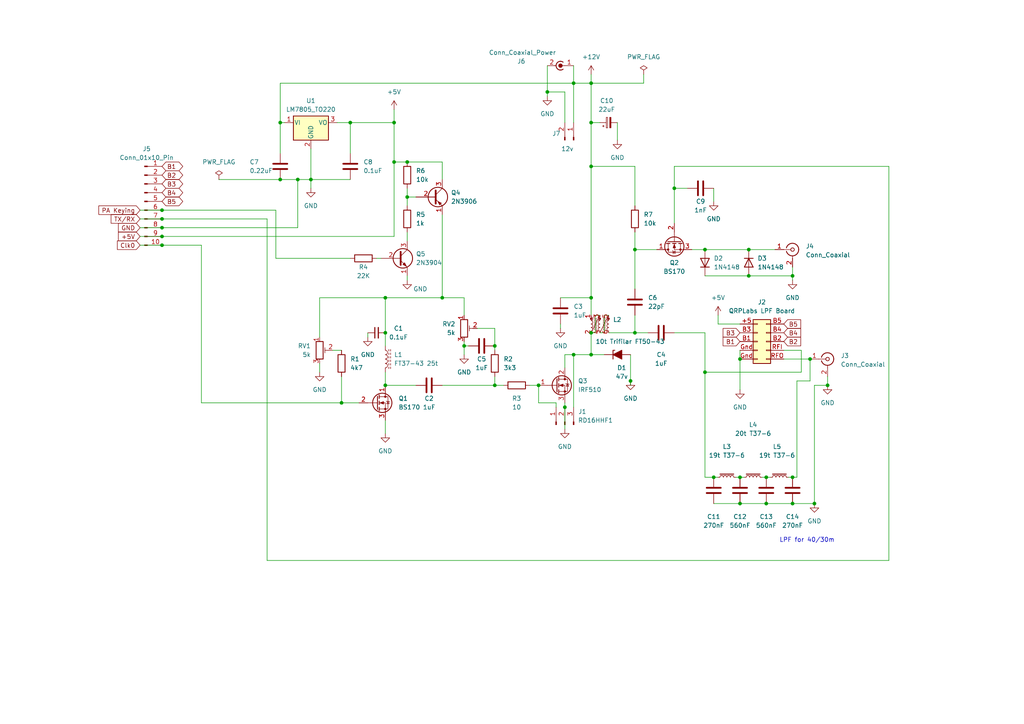
<source format=kicad_sch>
(kicad_sch (version 20230121) (generator eeschema)

  (uuid 1439f4e2-c5e4-4064-8c2e-78125beea89e)

  (paper "A4")

  (lib_symbols
    (symbol "+5V_1" (power) (pin_numbers hide) (pin_names (offset 0) hide) (in_bom yes) (on_board yes)
      (property "Reference" "#PWR" (at 0 -3.81 0)
        (effects (font (size 1.27 1.27)) hide)
      )
      (property "Value" "+5V_1" (at 0 3.556 0)
        (effects (font (size 1.27 1.27)))
      )
      (property "Footprint" "" (at 0 0 0)
        (effects (font (size 1.27 1.27)) hide)
      )
      (property "Datasheet" "" (at 0 0 0)
        (effects (font (size 1.27 1.27)) hide)
      )
      (property "ki_keywords" "global power" (at 0 0 0)
        (effects (font (size 1.27 1.27)) hide)
      )
      (property "ki_description" "Power symbol creates a global label with name \"+5V\"" (at 0 0 0)
        (effects (font (size 1.27 1.27)) hide)
      )
      (symbol "+5V_1_0_1"
        (polyline
          (pts
            (xy -0.762 1.27)
            (xy 0 2.54)
          )
          (stroke (width 0) (type default))
          (fill (type none))
        )
        (polyline
          (pts
            (xy 0 0)
            (xy 0 2.54)
          )
          (stroke (width 0) (type default))
          (fill (type none))
        )
        (polyline
          (pts
            (xy 0 2.54)
            (xy 0.762 1.27)
          )
          (stroke (width 0) (type default))
          (fill (type none))
        )
      )
      (symbol "+5V_1_1_1"
        (pin power_in line (at 0 0 90) (length 0) hide
          (name "+5V" (effects (font (size 1.27 1.27))))
          (number "1" (effects (font (size 1.27 1.27))))
        )
      )
    )
    (symbol "Connector:Conn_01x02_Pin" (pin_names (offset 1.016) hide) (in_bom yes) (on_board yes)
      (property "Reference" "J" (at 0 2.54 0)
        (effects (font (size 1.27 1.27)))
      )
      (property "Value" "Conn_01x02_Pin" (at 0 -5.08 0)
        (effects (font (size 1.27 1.27)))
      )
      (property "Footprint" "" (at 0 0 0)
        (effects (font (size 1.27 1.27)) hide)
      )
      (property "Datasheet" "~" (at 0 0 0)
        (effects (font (size 1.27 1.27)) hide)
      )
      (property "ki_locked" "" (at 0 0 0)
        (effects (font (size 1.27 1.27)))
      )
      (property "ki_keywords" "connector" (at 0 0 0)
        (effects (font (size 1.27 1.27)) hide)
      )
      (property "ki_description" "Generic connector, single row, 01x02, script generated" (at 0 0 0)
        (effects (font (size 1.27 1.27)) hide)
      )
      (property "ki_fp_filters" "Connector*:*_1x??_*" (at 0 0 0)
        (effects (font (size 1.27 1.27)) hide)
      )
      (symbol "Conn_01x02_Pin_1_1"
        (polyline
          (pts
            (xy 1.27 -2.54)
            (xy 0.8636 -2.54)
          )
          (stroke (width 0.1524) (type default))
          (fill (type none))
        )
        (polyline
          (pts
            (xy 1.27 0)
            (xy 0.8636 0)
          )
          (stroke (width 0.1524) (type default))
          (fill (type none))
        )
        (rectangle (start 0.8636 -2.413) (end 0 -2.667)
          (stroke (width 0.1524) (type default))
          (fill (type outline))
        )
        (rectangle (start 0.8636 0.127) (end 0 -0.127)
          (stroke (width 0.1524) (type default))
          (fill (type outline))
        )
        (pin passive line (at 5.08 0 180) (length 3.81)
          (name "Pin_1" (effects (font (size 1.27 1.27))))
          (number "1" (effects (font (size 1.27 1.27))))
        )
        (pin passive line (at 5.08 -2.54 180) (length 3.81)
          (name "Pin_2" (effects (font (size 1.27 1.27))))
          (number "2" (effects (font (size 1.27 1.27))))
        )
      )
    )
    (symbol "Connector:Conn_01x03_Pin" (pin_names (offset 1.016) hide) (in_bom yes) (on_board yes)
      (property "Reference" "J" (at 0 5.08 0)
        (effects (font (size 1.27 1.27)))
      )
      (property "Value" "Conn_01x03_Pin" (at 0 -5.08 0)
        (effects (font (size 1.27 1.27)))
      )
      (property "Footprint" "" (at 0 0 0)
        (effects (font (size 1.27 1.27)) hide)
      )
      (property "Datasheet" "~" (at 0 0 0)
        (effects (font (size 1.27 1.27)) hide)
      )
      (property "ki_locked" "" (at 0 0 0)
        (effects (font (size 1.27 1.27)))
      )
      (property "ki_keywords" "connector" (at 0 0 0)
        (effects (font (size 1.27 1.27)) hide)
      )
      (property "ki_description" "Generic connector, single row, 01x03, script generated" (at 0 0 0)
        (effects (font (size 1.27 1.27)) hide)
      )
      (property "ki_fp_filters" "Connector*:*_1x??_*" (at 0 0 0)
        (effects (font (size 1.27 1.27)) hide)
      )
      (symbol "Conn_01x03_Pin_1_1"
        (polyline
          (pts
            (xy 1.27 -2.54)
            (xy 0.8636 -2.54)
          )
          (stroke (width 0.1524) (type default))
          (fill (type none))
        )
        (polyline
          (pts
            (xy 1.27 0)
            (xy 0.8636 0)
          )
          (stroke (width 0.1524) (type default))
          (fill (type none))
        )
        (polyline
          (pts
            (xy 1.27 2.54)
            (xy 0.8636 2.54)
          )
          (stroke (width 0.1524) (type default))
          (fill (type none))
        )
        (rectangle (start 0.8636 -2.413) (end 0 -2.667)
          (stroke (width 0.1524) (type default))
          (fill (type outline))
        )
        (rectangle (start 0.8636 0.127) (end 0 -0.127)
          (stroke (width 0.1524) (type default))
          (fill (type outline))
        )
        (rectangle (start 0.8636 2.667) (end 0 2.413)
          (stroke (width 0.1524) (type default))
          (fill (type outline))
        )
        (pin passive line (at 5.08 2.54 180) (length 3.81)
          (name "Pin_1" (effects (font (size 1.27 1.27))))
          (number "1" (effects (font (size 1.27 1.27))))
        )
        (pin passive line (at 5.08 0 180) (length 3.81)
          (name "Pin_2" (effects (font (size 1.27 1.27))))
          (number "2" (effects (font (size 1.27 1.27))))
        )
        (pin passive line (at 5.08 -2.54 180) (length 3.81)
          (name "Pin_3" (effects (font (size 1.27 1.27))))
          (number "3" (effects (font (size 1.27 1.27))))
        )
      )
    )
    (symbol "Connector:Conn_01x10_Pin" (pin_names (offset 1.016) hide) (in_bom yes) (on_board yes)
      (property "Reference" "J" (at 0 12.7 0)
        (effects (font (size 1.27 1.27)))
      )
      (property "Value" "Conn_01x10_Pin" (at 0 -15.24 0)
        (effects (font (size 1.27 1.27)))
      )
      (property "Footprint" "" (at 0 0 0)
        (effects (font (size 1.27 1.27)) hide)
      )
      (property "Datasheet" "~" (at 0 0 0)
        (effects (font (size 1.27 1.27)) hide)
      )
      (property "ki_locked" "" (at 0 0 0)
        (effects (font (size 1.27 1.27)))
      )
      (property "ki_keywords" "connector" (at 0 0 0)
        (effects (font (size 1.27 1.27)) hide)
      )
      (property "ki_description" "Generic connector, single row, 01x10, script generated" (at 0 0 0)
        (effects (font (size 1.27 1.27)) hide)
      )
      (property "ki_fp_filters" "Connector*:*_1x??_*" (at 0 0 0)
        (effects (font (size 1.27 1.27)) hide)
      )
      (symbol "Conn_01x10_Pin_1_1"
        (polyline
          (pts
            (xy 1.27 -12.7)
            (xy 0.8636 -12.7)
          )
          (stroke (width 0.1524) (type default))
          (fill (type none))
        )
        (polyline
          (pts
            (xy 1.27 -10.16)
            (xy 0.8636 -10.16)
          )
          (stroke (width 0.1524) (type default))
          (fill (type none))
        )
        (polyline
          (pts
            (xy 1.27 -7.62)
            (xy 0.8636 -7.62)
          )
          (stroke (width 0.1524) (type default))
          (fill (type none))
        )
        (polyline
          (pts
            (xy 1.27 -5.08)
            (xy 0.8636 -5.08)
          )
          (stroke (width 0.1524) (type default))
          (fill (type none))
        )
        (polyline
          (pts
            (xy 1.27 -2.54)
            (xy 0.8636 -2.54)
          )
          (stroke (width 0.1524) (type default))
          (fill (type none))
        )
        (polyline
          (pts
            (xy 1.27 0)
            (xy 0.8636 0)
          )
          (stroke (width 0.1524) (type default))
          (fill (type none))
        )
        (polyline
          (pts
            (xy 1.27 2.54)
            (xy 0.8636 2.54)
          )
          (stroke (width 0.1524) (type default))
          (fill (type none))
        )
        (polyline
          (pts
            (xy 1.27 5.08)
            (xy 0.8636 5.08)
          )
          (stroke (width 0.1524) (type default))
          (fill (type none))
        )
        (polyline
          (pts
            (xy 1.27 7.62)
            (xy 0.8636 7.62)
          )
          (stroke (width 0.1524) (type default))
          (fill (type none))
        )
        (polyline
          (pts
            (xy 1.27 10.16)
            (xy 0.8636 10.16)
          )
          (stroke (width 0.1524) (type default))
          (fill (type none))
        )
        (rectangle (start 0.8636 -12.573) (end 0 -12.827)
          (stroke (width 0.1524) (type default))
          (fill (type outline))
        )
        (rectangle (start 0.8636 -10.033) (end 0 -10.287)
          (stroke (width 0.1524) (type default))
          (fill (type outline))
        )
        (rectangle (start 0.8636 -7.493) (end 0 -7.747)
          (stroke (width 0.1524) (type default))
          (fill (type outline))
        )
        (rectangle (start 0.8636 -4.953) (end 0 -5.207)
          (stroke (width 0.1524) (type default))
          (fill (type outline))
        )
        (rectangle (start 0.8636 -2.413) (end 0 -2.667)
          (stroke (width 0.1524) (type default))
          (fill (type outline))
        )
        (rectangle (start 0.8636 0.127) (end 0 -0.127)
          (stroke (width 0.1524) (type default))
          (fill (type outline))
        )
        (rectangle (start 0.8636 2.667) (end 0 2.413)
          (stroke (width 0.1524) (type default))
          (fill (type outline))
        )
        (rectangle (start 0.8636 5.207) (end 0 4.953)
          (stroke (width 0.1524) (type default))
          (fill (type outline))
        )
        (rectangle (start 0.8636 7.747) (end 0 7.493)
          (stroke (width 0.1524) (type default))
          (fill (type outline))
        )
        (rectangle (start 0.8636 10.287) (end 0 10.033)
          (stroke (width 0.1524) (type default))
          (fill (type outline))
        )
        (pin passive line (at 5.08 10.16 180) (length 3.81)
          (name "Pin_1" (effects (font (size 1.27 1.27))))
          (number "1" (effects (font (size 1.27 1.27))))
        )
        (pin passive line (at 5.08 -12.7 180) (length 3.81)
          (name "Pin_10" (effects (font (size 1.27 1.27))))
          (number "10" (effects (font (size 1.27 1.27))))
        )
        (pin passive line (at 5.08 7.62 180) (length 3.81)
          (name "Pin_2" (effects (font (size 1.27 1.27))))
          (number "2" (effects (font (size 1.27 1.27))))
        )
        (pin passive line (at 5.08 5.08 180) (length 3.81)
          (name "Pin_3" (effects (font (size 1.27 1.27))))
          (number "3" (effects (font (size 1.27 1.27))))
        )
        (pin passive line (at 5.08 2.54 180) (length 3.81)
          (name "Pin_4" (effects (font (size 1.27 1.27))))
          (number "4" (effects (font (size 1.27 1.27))))
        )
        (pin passive line (at 5.08 0 180) (length 3.81)
          (name "Pin_5" (effects (font (size 1.27 1.27))))
          (number "5" (effects (font (size 1.27 1.27))))
        )
        (pin passive line (at 5.08 -2.54 180) (length 3.81)
          (name "Pin_6" (effects (font (size 1.27 1.27))))
          (number "6" (effects (font (size 1.27 1.27))))
        )
        (pin passive line (at 5.08 -5.08 180) (length 3.81)
          (name "Pin_7" (effects (font (size 1.27 1.27))))
          (number "7" (effects (font (size 1.27 1.27))))
        )
        (pin passive line (at 5.08 -7.62 180) (length 3.81)
          (name "Pin_8" (effects (font (size 1.27 1.27))))
          (number "8" (effects (font (size 1.27 1.27))))
        )
        (pin passive line (at 5.08 -10.16 180) (length 3.81)
          (name "Pin_9" (effects (font (size 1.27 1.27))))
          (number "9" (effects (font (size 1.27 1.27))))
        )
      )
    )
    (symbol "Connector:Conn_Coaxial" (pin_names (offset 1.016) hide) (in_bom yes) (on_board yes)
      (property "Reference" "J" (at 0.254 3.048 0)
        (effects (font (size 1.27 1.27)))
      )
      (property "Value" "Conn_Coaxial" (at 2.921 0 90)
        (effects (font (size 1.27 1.27)))
      )
      (property "Footprint" "" (at 0 0 0)
        (effects (font (size 1.27 1.27)) hide)
      )
      (property "Datasheet" " ~" (at 0 0 0)
        (effects (font (size 1.27 1.27)) hide)
      )
      (property "ki_keywords" "BNC SMA SMB SMC LEMO coaxial connector CINCH RCA" (at 0 0 0)
        (effects (font (size 1.27 1.27)) hide)
      )
      (property "ki_description" "coaxial connector (BNC, SMA, SMB, SMC, Cinch/RCA, LEMO, ...)" (at 0 0 0)
        (effects (font (size 1.27 1.27)) hide)
      )
      (property "ki_fp_filters" "*BNC* *SMA* *SMB* *SMC* *Cinch* *LEMO*" (at 0 0 0)
        (effects (font (size 1.27 1.27)) hide)
      )
      (symbol "Conn_Coaxial_0_1"
        (arc (start -1.778 -0.508) (mid 0.2311 -1.8066) (end 1.778 0)
          (stroke (width 0.254) (type default))
          (fill (type none))
        )
        (polyline
          (pts
            (xy -2.54 0)
            (xy -0.508 0)
          )
          (stroke (width 0) (type default))
          (fill (type none))
        )
        (polyline
          (pts
            (xy 0 -2.54)
            (xy 0 -1.778)
          )
          (stroke (width 0) (type default))
          (fill (type none))
        )
        (circle (center 0 0) (radius 0.508)
          (stroke (width 0.2032) (type default))
          (fill (type none))
        )
        (arc (start 1.778 0) (mid 0.2099 1.8101) (end -1.778 0.508)
          (stroke (width 0.254) (type default))
          (fill (type none))
        )
      )
      (symbol "Conn_Coaxial_1_1"
        (pin passive line (at -5.08 0 0) (length 2.54)
          (name "In" (effects (font (size 1.27 1.27))))
          (number "1" (effects (font (size 1.27 1.27))))
        )
        (pin passive line (at 0 -5.08 90) (length 2.54)
          (name "Ext" (effects (font (size 1.27 1.27))))
          (number "2" (effects (font (size 1.27 1.27))))
        )
      )
    )
    (symbol "Connector:Conn_Coaxial_Power" (pin_names (offset 1.016) hide) (in_bom yes) (on_board yes)
      (property "Reference" "J" (at -5.08 -1.27 90)
        (effects (font (size 1.27 1.27)))
      )
      (property "Value" "Conn_Coaxial_Power" (at -3.175 -1.27 90)
        (effects (font (size 1.27 1.27)))
      )
      (property "Footprint" "" (at 0 -1.27 0)
        (effects (font (size 1.27 1.27)) hide)
      )
      (property "Datasheet" "~" (at 0 -1.27 0)
        (effects (font (size 1.27 1.27)) hide)
      )
      (property "ki_keywords" "BNC SMA SMB SMC LEMO coaxial connector CINCH RCA" (at 0 0 0)
        (effects (font (size 1.27 1.27)) hide)
      )
      (property "ki_description" "coaxial connector (BNC, SMA, SMB, SMC, Cinch/RCA, LEMO, ...)" (at 0 0 0)
        (effects (font (size 1.27 1.27)) hide)
      )
      (property "ki_fp_filters" "*BNC* *SMA* *SMB* *SMC* *Cinch* *LEMO*" (at 0 0 0)
        (effects (font (size 1.27 1.27)) hide)
      )
      (symbol "Conn_Coaxial_Power_0_1"
        (arc (start -1.27 -1.27) (mid 0 -2.5345) (end 1.27 -1.27)
          (stroke (width 0.254) (type default))
          (fill (type none))
        )
        (arc (start -1.016 -0.508) (mid -1.2048 -0.8684) (end -1.27 -1.27)
          (stroke (width 0.254) (type default))
          (fill (type none))
        )
        (circle (center 0 -1.27) (radius 0.508)
          (stroke (width 0.2032) (type default))
          (fill (type outline))
        )
        (polyline
          (pts
            (xy 0 -2.54)
            (xy 0 -3.048)
          )
          (stroke (width 0) (type default))
          (fill (type none))
        )
        (polyline
          (pts
            (xy 0 0)
            (xy 0 -1.27)
          )
          (stroke (width 0) (type default))
          (fill (type none))
        )
        (arc (start 1.27 -1.27) (mid 1.2048 -0.8684) (end 1.016 -0.508)
          (stroke (width 0.254) (type default))
          (fill (type none))
        )
      )
      (symbol "Conn_Coaxial_Power_1_1"
        (pin passive line (at 0 2.54 270) (length 2.54)
          (name "In" (effects (font (size 1.27 1.27))))
          (number "1" (effects (font (size 1.27 1.27))))
        )
        (pin passive line (at 0 -5.08 90) (length 2.54)
          (name "Ext" (effects (font (size 1.27 1.27))))
          (number "2" (effects (font (size 1.27 1.27))))
        )
      )
    )
    (symbol "Device:C" (pin_numbers hide) (pin_names (offset 0.254)) (in_bom yes) (on_board yes)
      (property "Reference" "C" (at 0.635 2.54 0)
        (effects (font (size 1.27 1.27)) (justify left))
      )
      (property "Value" "C" (at 0.635 -2.54 0)
        (effects (font (size 1.27 1.27)) (justify left))
      )
      (property "Footprint" "" (at 0.9652 -3.81 0)
        (effects (font (size 1.27 1.27)) hide)
      )
      (property "Datasheet" "~" (at 0 0 0)
        (effects (font (size 1.27 1.27)) hide)
      )
      (property "ki_keywords" "cap capacitor" (at 0 0 0)
        (effects (font (size 1.27 1.27)) hide)
      )
      (property "ki_description" "Unpolarized capacitor" (at 0 0 0)
        (effects (font (size 1.27 1.27)) hide)
      )
      (property "ki_fp_filters" "C_*" (at 0 0 0)
        (effects (font (size 1.27 1.27)) hide)
      )
      (symbol "C_0_1"
        (polyline
          (pts
            (xy -2.032 -0.762)
            (xy 2.032 -0.762)
          )
          (stroke (width 0.508) (type default))
          (fill (type none))
        )
        (polyline
          (pts
            (xy -2.032 0.762)
            (xy 2.032 0.762)
          )
          (stroke (width 0.508) (type default))
          (fill (type none))
        )
      )
      (symbol "C_1_1"
        (pin passive line (at 0 3.81 270) (length 2.794)
          (name "~" (effects (font (size 1.27 1.27))))
          (number "1" (effects (font (size 1.27 1.27))))
        )
        (pin passive line (at 0 -3.81 90) (length 2.794)
          (name "~" (effects (font (size 1.27 1.27))))
          (number "2" (effects (font (size 1.27 1.27))))
        )
      )
    )
    (symbol "Device:C_Polarized_Small" (pin_numbers hide) (pin_names (offset 0.254) hide) (in_bom yes) (on_board yes)
      (property "Reference" "C" (at 0.254 1.778 0)
        (effects (font (size 1.27 1.27)) (justify left))
      )
      (property "Value" "C_Polarized_Small" (at 0.254 -2.032 0)
        (effects (font (size 1.27 1.27)) (justify left))
      )
      (property "Footprint" "" (at 0 0 0)
        (effects (font (size 1.27 1.27)) hide)
      )
      (property "Datasheet" "~" (at 0 0 0)
        (effects (font (size 1.27 1.27)) hide)
      )
      (property "ki_keywords" "cap capacitor" (at 0 0 0)
        (effects (font (size 1.27 1.27)) hide)
      )
      (property "ki_description" "Polarized capacitor, small symbol" (at 0 0 0)
        (effects (font (size 1.27 1.27)) hide)
      )
      (property "ki_fp_filters" "CP_*" (at 0 0 0)
        (effects (font (size 1.27 1.27)) hide)
      )
      (symbol "C_Polarized_Small_0_1"
        (rectangle (start -1.524 -0.3048) (end 1.524 -0.6858)
          (stroke (width 0) (type default))
          (fill (type outline))
        )
        (rectangle (start -1.524 0.6858) (end 1.524 0.3048)
          (stroke (width 0) (type default))
          (fill (type none))
        )
        (polyline
          (pts
            (xy -1.27 1.524)
            (xy -0.762 1.524)
          )
          (stroke (width 0) (type default))
          (fill (type none))
        )
        (polyline
          (pts
            (xy -1.016 1.27)
            (xy -1.016 1.778)
          )
          (stroke (width 0) (type default))
          (fill (type none))
        )
      )
      (symbol "C_Polarized_Small_1_1"
        (pin passive line (at 0 2.54 270) (length 1.8542)
          (name "~" (effects (font (size 1.27 1.27))))
          (number "1" (effects (font (size 1.27 1.27))))
        )
        (pin passive line (at 0 -2.54 90) (length 1.8542)
          (name "~" (effects (font (size 1.27 1.27))))
          (number "2" (effects (font (size 1.27 1.27))))
        )
      )
    )
    (symbol "Device:C_Small" (pin_numbers hide) (pin_names (offset 0.254) hide) (in_bom yes) (on_board yes)
      (property "Reference" "C" (at 0.254 1.778 0)
        (effects (font (size 1.27 1.27)) (justify left))
      )
      (property "Value" "C_Small" (at 0.254 -2.032 0)
        (effects (font (size 1.27 1.27)) (justify left))
      )
      (property "Footprint" "" (at 0 0 0)
        (effects (font (size 1.27 1.27)) hide)
      )
      (property "Datasheet" "~" (at 0 0 0)
        (effects (font (size 1.27 1.27)) hide)
      )
      (property "ki_keywords" "capacitor cap" (at 0 0 0)
        (effects (font (size 1.27 1.27)) hide)
      )
      (property "ki_description" "Unpolarized capacitor, small symbol" (at 0 0 0)
        (effects (font (size 1.27 1.27)) hide)
      )
      (property "ki_fp_filters" "C_*" (at 0 0 0)
        (effects (font (size 1.27 1.27)) hide)
      )
      (symbol "C_Small_0_1"
        (polyline
          (pts
            (xy -1.524 -0.508)
            (xy 1.524 -0.508)
          )
          (stroke (width 0.3302) (type default))
          (fill (type none))
        )
        (polyline
          (pts
            (xy -1.524 0.508)
            (xy 1.524 0.508)
          )
          (stroke (width 0.3048) (type default))
          (fill (type none))
        )
      )
      (symbol "C_Small_1_1"
        (pin passive line (at 0 2.54 270) (length 2.032)
          (name "~" (effects (font (size 1.27 1.27))))
          (number "1" (effects (font (size 1.27 1.27))))
        )
        (pin passive line (at 0 -2.54 90) (length 2.032)
          (name "~" (effects (font (size 1.27 1.27))))
          (number "2" (effects (font (size 1.27 1.27))))
        )
      )
    )
    (symbol "Device:D_Zener_Filled" (pin_numbers hide) (pin_names (offset 1.016) hide) (in_bom yes) (on_board yes)
      (property "Reference" "D" (at 0 2.54 0)
        (effects (font (size 1.27 1.27)))
      )
      (property "Value" "D_Zener_Filled" (at 0 -2.54 0)
        (effects (font (size 1.27 1.27)))
      )
      (property "Footprint" "" (at 0 0 0)
        (effects (font (size 1.27 1.27)) hide)
      )
      (property "Datasheet" "~" (at 0 0 0)
        (effects (font (size 1.27 1.27)) hide)
      )
      (property "ki_keywords" "diode" (at 0 0 0)
        (effects (font (size 1.27 1.27)) hide)
      )
      (property "ki_description" "Zener diode, filled shape" (at 0 0 0)
        (effects (font (size 1.27 1.27)) hide)
      )
      (property "ki_fp_filters" "TO-???* *_Diode_* *SingleDiode* D_*" (at 0 0 0)
        (effects (font (size 1.27 1.27)) hide)
      )
      (symbol "D_Zener_Filled_0_1"
        (polyline
          (pts
            (xy 1.27 0)
            (xy -1.27 0)
          )
          (stroke (width 0) (type default))
          (fill (type none))
        )
        (polyline
          (pts
            (xy -1.27 -1.27)
            (xy -1.27 1.27)
            (xy -0.762 1.27)
          )
          (stroke (width 0.254) (type default))
          (fill (type none))
        )
        (polyline
          (pts
            (xy 1.27 -1.27)
            (xy 1.27 1.27)
            (xy -1.27 0)
            (xy 1.27 -1.27)
          )
          (stroke (width 0.254) (type default))
          (fill (type outline))
        )
      )
      (symbol "D_Zener_Filled_1_1"
        (pin passive line (at -3.81 0 0) (length 2.54)
          (name "K" (effects (font (size 1.27 1.27))))
          (number "1" (effects (font (size 1.27 1.27))))
        )
        (pin passive line (at 3.81 0 180) (length 2.54)
          (name "A" (effects (font (size 1.27 1.27))))
          (number "2" (effects (font (size 1.27 1.27))))
        )
      )
    )
    (symbol "Device:L_Ferrite" (pin_numbers hide) (pin_names (offset 1.016) hide) (in_bom yes) (on_board yes)
      (property "Reference" "L" (at -1.27 0 90)
        (effects (font (size 1.27 1.27)))
      )
      (property "Value" "L_Ferrite" (at 2.794 0 90)
        (effects (font (size 1.27 1.27)))
      )
      (property "Footprint" "" (at 0 0 0)
        (effects (font (size 1.27 1.27)) hide)
      )
      (property "Datasheet" "~" (at 0 0 0)
        (effects (font (size 1.27 1.27)) hide)
      )
      (property "ki_keywords" "inductor choke coil reactor magnetic" (at 0 0 0)
        (effects (font (size 1.27 1.27)) hide)
      )
      (property "ki_description" "Inductor with ferrite core" (at 0 0 0)
        (effects (font (size 1.27 1.27)) hide)
      )
      (property "ki_fp_filters" "Choke_* *Coil* Inductor_* L_*" (at 0 0 0)
        (effects (font (size 1.27 1.27)) hide)
      )
      (symbol "L_Ferrite_0_1"
        (arc (start 0 -2.54) (mid 0.6323 -1.905) (end 0 -1.27)
          (stroke (width 0) (type default))
          (fill (type none))
        )
        (arc (start 0 -1.27) (mid 0.6323 -0.635) (end 0 0)
          (stroke (width 0) (type default))
          (fill (type none))
        )
        (polyline
          (pts
            (xy 1.016 -2.794)
            (xy 1.016 -2.286)
          )
          (stroke (width 0) (type default))
          (fill (type none))
        )
        (polyline
          (pts
            (xy 1.016 -1.778)
            (xy 1.016 -1.27)
          )
          (stroke (width 0) (type default))
          (fill (type none))
        )
        (polyline
          (pts
            (xy 1.016 -0.762)
            (xy 1.016 -0.254)
          )
          (stroke (width 0) (type default))
          (fill (type none))
        )
        (polyline
          (pts
            (xy 1.016 0.254)
            (xy 1.016 0.762)
          )
          (stroke (width 0) (type default))
          (fill (type none))
        )
        (polyline
          (pts
            (xy 1.016 1.27)
            (xy 1.016 1.778)
          )
          (stroke (width 0) (type default))
          (fill (type none))
        )
        (polyline
          (pts
            (xy 1.016 2.286)
            (xy 1.016 2.794)
          )
          (stroke (width 0) (type default))
          (fill (type none))
        )
        (polyline
          (pts
            (xy 1.524 -2.286)
            (xy 1.524 -2.794)
          )
          (stroke (width 0) (type default))
          (fill (type none))
        )
        (polyline
          (pts
            (xy 1.524 -1.27)
            (xy 1.524 -1.778)
          )
          (stroke (width 0) (type default))
          (fill (type none))
        )
        (polyline
          (pts
            (xy 1.524 -0.254)
            (xy 1.524 -0.762)
          )
          (stroke (width 0) (type default))
          (fill (type none))
        )
        (polyline
          (pts
            (xy 1.524 0.762)
            (xy 1.524 0.254)
          )
          (stroke (width 0) (type default))
          (fill (type none))
        )
        (polyline
          (pts
            (xy 1.524 1.778)
            (xy 1.524 1.27)
          )
          (stroke (width 0) (type default))
          (fill (type none))
        )
        (polyline
          (pts
            (xy 1.524 2.794)
            (xy 1.524 2.286)
          )
          (stroke (width 0) (type default))
          (fill (type none))
        )
        (arc (start 0 0) (mid 0.6323 0.635) (end 0 1.27)
          (stroke (width 0) (type default))
          (fill (type none))
        )
        (arc (start 0 1.27) (mid 0.6323 1.905) (end 0 2.54)
          (stroke (width 0) (type default))
          (fill (type none))
        )
      )
      (symbol "L_Ferrite_1_1"
        (pin passive line (at 0 3.81 270) (length 1.27)
          (name "1" (effects (font (size 1.27 1.27))))
          (number "1" (effects (font (size 1.27 1.27))))
        )
        (pin passive line (at 0 -3.81 90) (length 1.27)
          (name "2" (effects (font (size 1.27 1.27))))
          (number "2" (effects (font (size 1.27 1.27))))
        )
      )
    )
    (symbol "Device:L_Iron_Small" (pin_numbers hide) (pin_names (offset 0.254) hide) (in_bom yes) (on_board yes)
      (property "Reference" "L" (at 1.27 1.016 0)
        (effects (font (size 1.27 1.27)) (justify left))
      )
      (property "Value" "L_Iron_Small" (at 1.27 -1.27 0)
        (effects (font (size 1.27 1.27)) (justify left))
      )
      (property "Footprint" "" (at 0 0 0)
        (effects (font (size 1.27 1.27)) hide)
      )
      (property "Datasheet" "~" (at 0 0 0)
        (effects (font (size 1.27 1.27)) hide)
      )
      (property "ki_keywords" "inductor choke coil reactor magnetic" (at 0 0 0)
        (effects (font (size 1.27 1.27)) hide)
      )
      (property "ki_description" "Inductor with iron core, small symbol" (at 0 0 0)
        (effects (font (size 1.27 1.27)) hide)
      )
      (property "ki_fp_filters" "Choke_* *Coil* Inductor_* L_*" (at 0 0 0)
        (effects (font (size 1.27 1.27)) hide)
      )
      (symbol "L_Iron_Small_0_1"
        (arc (start 0 -2.032) (mid 0.5058 -1.524) (end 0 -1.016)
          (stroke (width 0) (type default))
          (fill (type none))
        )
        (arc (start 0 -1.016) (mid 0.5058 -0.508) (end 0 0)
          (stroke (width 0) (type default))
          (fill (type none))
        )
        (polyline
          (pts
            (xy 0.762 2.032)
            (xy 0.762 -2.032)
          )
          (stroke (width 0) (type default))
          (fill (type none))
        )
        (polyline
          (pts
            (xy 1.016 -2.032)
            (xy 1.016 2.032)
          )
          (stroke (width 0) (type default))
          (fill (type none))
        )
        (arc (start 0 0) (mid 0.5058 0.508) (end 0 1.016)
          (stroke (width 0) (type default))
          (fill (type none))
        )
        (arc (start 0 1.016) (mid 0.5058 1.524) (end 0 2.032)
          (stroke (width 0) (type default))
          (fill (type none))
        )
      )
      (symbol "L_Iron_Small_1_1"
        (pin passive line (at 0 2.54 270) (length 0.508)
          (name "~" (effects (font (size 1.27 1.27))))
          (number "1" (effects (font (size 1.27 1.27))))
        )
        (pin passive line (at 0 -2.54 90) (length 0.508)
          (name "~" (effects (font (size 1.27 1.27))))
          (number "2" (effects (font (size 1.27 1.27))))
        )
      )
    )
    (symbol "Device:R" (pin_numbers hide) (pin_names (offset 0)) (in_bom yes) (on_board yes)
      (property "Reference" "R" (at 2.032 0 90)
        (effects (font (size 1.27 1.27)))
      )
      (property "Value" "R" (at 0 0 90)
        (effects (font (size 1.27 1.27)))
      )
      (property "Footprint" "" (at -1.778 0 90)
        (effects (font (size 1.27 1.27)) hide)
      )
      (property "Datasheet" "~" (at 0 0 0)
        (effects (font (size 1.27 1.27)) hide)
      )
      (property "ki_keywords" "R res resistor" (at 0 0 0)
        (effects (font (size 1.27 1.27)) hide)
      )
      (property "ki_description" "Resistor" (at 0 0 0)
        (effects (font (size 1.27 1.27)) hide)
      )
      (property "ki_fp_filters" "R_*" (at 0 0 0)
        (effects (font (size 1.27 1.27)) hide)
      )
      (symbol "R_0_1"
        (rectangle (start -1.016 -2.54) (end 1.016 2.54)
          (stroke (width 0.254) (type default))
          (fill (type none))
        )
      )
      (symbol "R_1_1"
        (pin passive line (at 0 3.81 270) (length 1.27)
          (name "~" (effects (font (size 1.27 1.27))))
          (number "1" (effects (font (size 1.27 1.27))))
        )
        (pin passive line (at 0 -3.81 90) (length 1.27)
          (name "~" (effects (font (size 1.27 1.27))))
          (number "2" (effects (font (size 1.27 1.27))))
        )
      )
    )
    (symbol "Device:R_Potentiometer_Trim" (pin_names (offset 1.016) hide) (in_bom yes) (on_board yes)
      (property "Reference" "RV" (at -4.445 0 90)
        (effects (font (size 1.27 1.27)))
      )
      (property "Value" "R_Potentiometer_Trim" (at -2.54 0 90)
        (effects (font (size 1.27 1.27)))
      )
      (property "Footprint" "" (at 0 0 0)
        (effects (font (size 1.27 1.27)) hide)
      )
      (property "Datasheet" "~" (at 0 0 0)
        (effects (font (size 1.27 1.27)) hide)
      )
      (property "ki_keywords" "resistor variable trimpot trimmer" (at 0 0 0)
        (effects (font (size 1.27 1.27)) hide)
      )
      (property "ki_description" "Trim-potentiometer" (at 0 0 0)
        (effects (font (size 1.27 1.27)) hide)
      )
      (property "ki_fp_filters" "Potentiometer*" (at 0 0 0)
        (effects (font (size 1.27 1.27)) hide)
      )
      (symbol "R_Potentiometer_Trim_0_1"
        (polyline
          (pts
            (xy 1.524 0.762)
            (xy 1.524 -0.762)
          )
          (stroke (width 0) (type default))
          (fill (type none))
        )
        (polyline
          (pts
            (xy 2.54 0)
            (xy 1.524 0)
          )
          (stroke (width 0) (type default))
          (fill (type none))
        )
        (rectangle (start 1.016 2.54) (end -1.016 -2.54)
          (stroke (width 0.254) (type default))
          (fill (type none))
        )
      )
      (symbol "R_Potentiometer_Trim_1_1"
        (pin passive line (at 0 3.81 270) (length 1.27)
          (name "1" (effects (font (size 1.27 1.27))))
          (number "1" (effects (font (size 1.27 1.27))))
        )
        (pin passive line (at 3.81 0 180) (length 1.27)
          (name "2" (effects (font (size 1.27 1.27))))
          (number "2" (effects (font (size 1.27 1.27))))
        )
        (pin passive line (at 0 -3.81 90) (length 1.27)
          (name "3" (effects (font (size 1.27 1.27))))
          (number "3" (effects (font (size 1.27 1.27))))
        )
      )
    )
    (symbol "Diode:1N4148" (pin_numbers hide) (pin_names hide) (in_bom yes) (on_board yes)
      (property "Reference" "D" (at 0 2.54 0)
        (effects (font (size 1.27 1.27)))
      )
      (property "Value" "1N4148" (at 0 -2.54 0)
        (effects (font (size 1.27 1.27)))
      )
      (property "Footprint" "Diode_THT:D_DO-35_SOD27_P7.62mm_Horizontal" (at 0 0 0)
        (effects (font (size 1.27 1.27)) hide)
      )
      (property "Datasheet" "https://assets.nexperia.com/documents/data-sheet/1N4148_1N4448.pdf" (at 0 0 0)
        (effects (font (size 1.27 1.27)) hide)
      )
      (property "Sim.Device" "D" (at 0 0 0)
        (effects (font (size 1.27 1.27)) hide)
      )
      (property "Sim.Pins" "1=K 2=A" (at 0 0 0)
        (effects (font (size 1.27 1.27)) hide)
      )
      (property "ki_keywords" "diode" (at 0 0 0)
        (effects (font (size 1.27 1.27)) hide)
      )
      (property "ki_description" "100V 0.15A standard switching diode, DO-35" (at 0 0 0)
        (effects (font (size 1.27 1.27)) hide)
      )
      (property "ki_fp_filters" "D*DO?35*" (at 0 0 0)
        (effects (font (size 1.27 1.27)) hide)
      )
      (symbol "1N4148_0_1"
        (polyline
          (pts
            (xy -1.27 1.27)
            (xy -1.27 -1.27)
          )
          (stroke (width 0.254) (type default))
          (fill (type none))
        )
        (polyline
          (pts
            (xy 1.27 0)
            (xy -1.27 0)
          )
          (stroke (width 0) (type default))
          (fill (type none))
        )
        (polyline
          (pts
            (xy 1.27 1.27)
            (xy 1.27 -1.27)
            (xy -1.27 0)
            (xy 1.27 1.27)
          )
          (stroke (width 0.254) (type default))
          (fill (type none))
        )
      )
      (symbol "1N4148_1_1"
        (pin passive line (at -3.81 0 0) (length 2.54)
          (name "K" (effects (font (size 1.27 1.27))))
          (number "1" (effects (font (size 1.27 1.27))))
        )
        (pin passive line (at 3.81 0 180) (length 2.54)
          (name "A" (effects (font (size 1.27 1.27))))
          (number "2" (effects (font (size 1.27 1.27))))
        )
      )
    )
    (symbol "GND_1" (power) (pin_numbers hide) (pin_names (offset 0) hide) (in_bom yes) (on_board yes)
      (property "Reference" "#PWR" (at 0 -6.35 0)
        (effects (font (size 1.27 1.27)) hide)
      )
      (property "Value" "GND_1" (at 0 -3.81 0)
        (effects (font (size 1.27 1.27)))
      )
      (property "Footprint" "" (at 0 0 0)
        (effects (font (size 1.27 1.27)) hide)
      )
      (property "Datasheet" "" (at 0 0 0)
        (effects (font (size 1.27 1.27)) hide)
      )
      (property "ki_keywords" "global power" (at 0 0 0)
        (effects (font (size 1.27 1.27)) hide)
      )
      (property "ki_description" "Power symbol creates a global label with name \"GND\" , ground" (at 0 0 0)
        (effects (font (size 1.27 1.27)) hide)
      )
      (symbol "GND_1_0_1"
        (polyline
          (pts
            (xy 0 0)
            (xy 0 -1.27)
            (xy 1.27 -1.27)
            (xy 0 -2.54)
            (xy -1.27 -1.27)
            (xy 0 -1.27)
          )
          (stroke (width 0) (type default))
          (fill (type none))
        )
      )
      (symbol "GND_1_1_1"
        (pin power_in line (at 0 0 270) (length 0) hide
          (name "GND" (effects (font (size 1.27 1.27))))
          (number "1" (effects (font (size 1.27 1.27))))
        )
      )
    )
    (symbol "GND_2" (power) (pin_numbers hide) (pin_names (offset 0) hide) (in_bom yes) (on_board yes)
      (property "Reference" "#PWR" (at 0 -6.35 0)
        (effects (font (size 1.27 1.27)) hide)
      )
      (property "Value" "GND_2" (at 0 -3.81 0)
        (effects (font (size 1.27 1.27)))
      )
      (property "Footprint" "" (at 0 0 0)
        (effects (font (size 1.27 1.27)) hide)
      )
      (property "Datasheet" "" (at 0 0 0)
        (effects (font (size 1.27 1.27)) hide)
      )
      (property "ki_keywords" "global power" (at 0 0 0)
        (effects (font (size 1.27 1.27)) hide)
      )
      (property "ki_description" "Power symbol creates a global label with name \"GND\" , ground" (at 0 0 0)
        (effects (font (size 1.27 1.27)) hide)
      )
      (symbol "GND_2_0_1"
        (polyline
          (pts
            (xy 0 0)
            (xy 0 -1.27)
            (xy 1.27 -1.27)
            (xy 0 -2.54)
            (xy -1.27 -1.27)
            (xy 0 -1.27)
          )
          (stroke (width 0) (type default))
          (fill (type none))
        )
      )
      (symbol "GND_2_1_1"
        (pin power_in line (at 0 0 270) (length 0) hide
          (name "GND" (effects (font (size 1.27 1.27))))
          (number "1" (effects (font (size 1.27 1.27))))
        )
      )
    )
    (symbol "My symbols:L_Ferrite_Trifilar" (pin_names (offset 0.254) hide) (in_bom yes) (on_board yes)
      (property "Reference" "L" (at 0 6.35 0)
        (effects (font (size 1.27 1.27)))
      )
      (property "Value" "L_Ferrite_Trifilar" (at 0 -3.81 0)
        (effects (font (size 1.27 1.27)))
      )
      (property "Footprint" "" (at -1.27 1.27 90)
        (effects (font (size 1.27 1.27)) hide)
      )
      (property "Datasheet" "~" (at -1.27 6.35 0)
        (effects (font (size 1.27 1.27)) hide)
      )
      (property "ki_keywords" "inductor choke coil reactor magnetic coupled" (at 0 0 0)
        (effects (font (size 1.27 1.27)) hide)
      )
      (property "ki_description" "Coupled inductor with ferrite core, small symbol" (at 0 0 0)
        (effects (font (size 1.27 1.27)) hide)
      )
      (property "ki_fp_filters" "Choke_* *Coil* Inductor_* L_*" (at 0 0 0)
        (effects (font (size 1.27 1.27)) hide)
      )
      (symbol "L_Ferrite_Trifilar_0_1"
        (arc (start -2.54 -0.762) (mid -2.0342 -0.254) (end -2.54 0.254)
          (stroke (width 0) (type default))
          (fill (type none))
        )
        (arc (start -2.54 0.254) (mid -2.0342 0.762) (end -2.54 1.27)
          (stroke (width 0) (type default))
          (fill (type none))
        )
        (arc (start -2.54 1.27) (mid -2.0342 1.778) (end -2.54 2.286)
          (stroke (width 0) (type default))
          (fill (type none))
        )
        (arc (start -2.54 2.286) (mid -2.0342 2.794) (end -2.54 3.302)
          (stroke (width 0) (type default))
          (fill (type none))
        )
        (circle (center -2.54 2.794) (radius 0.254)
          (stroke (width 0) (type default))
          (fill (type outline))
        )
        (polyline
          (pts
            (xy -1.524 -0.381)
            (xy -1.524 -0.127)
          )
          (stroke (width 0) (type default))
          (fill (type none))
        )
        (polyline
          (pts
            (xy -1.524 0.127)
            (xy -1.524 0.381)
          )
          (stroke (width 0) (type default))
          (fill (type none))
        )
        (polyline
          (pts
            (xy -1.524 0.635)
            (xy -1.524 0.889)
          )
          (stroke (width 0) (type default))
          (fill (type none))
        )
        (polyline
          (pts
            (xy -1.524 1.143)
            (xy -1.524 1.397)
          )
          (stroke (width 0) (type default))
          (fill (type none))
        )
        (polyline
          (pts
            (xy -1.524 1.651)
            (xy -1.524 1.905)
          )
          (stroke (width 0) (type default))
          (fill (type none))
        )
        (polyline
          (pts
            (xy -1.524 2.159)
            (xy -1.524 2.413)
          )
          (stroke (width 0) (type default))
          (fill (type none))
        )
        (polyline
          (pts
            (xy -1.524 2.667)
            (xy -1.524 2.921)
          )
          (stroke (width 0) (type default))
          (fill (type none))
        )
        (polyline
          (pts
            (xy -1.016 -0.127)
            (xy -1.016 -0.381)
          )
          (stroke (width 0) (type default))
          (fill (type none))
        )
        (polyline
          (pts
            (xy -1.016 0.381)
            (xy -1.016 0.127)
          )
          (stroke (width 0) (type default))
          (fill (type none))
        )
        (polyline
          (pts
            (xy -1.016 0.889)
            (xy -1.016 0.635)
          )
          (stroke (width 0) (type default))
          (fill (type none))
        )
        (polyline
          (pts
            (xy -1.016 1.397)
            (xy -1.016 1.143)
          )
          (stroke (width 0) (type default))
          (fill (type none))
        )
        (polyline
          (pts
            (xy -1.016 1.905)
            (xy -1.016 1.651)
          )
          (stroke (width 0) (type default))
          (fill (type none))
        )
        (polyline
          (pts
            (xy -1.016 2.413)
            (xy -1.016 2.159)
          )
          (stroke (width 0) (type default))
          (fill (type none))
        )
        (polyline
          (pts
            (xy -1.016 2.921)
            (xy -1.016 2.667)
          )
          (stroke (width 0) (type default))
          (fill (type none))
        )
        (polyline
          (pts
            (xy 0 3.81)
            (xy -2.54 -1.27)
          )
          (stroke (width 0) (type default))
          (fill (type none))
        )
        (polyline
          (pts
            (xy 1.016 -0.381)
            (xy 1.016 -0.127)
          )
          (stroke (width 0) (type default))
          (fill (type none))
        )
        (polyline
          (pts
            (xy 1.016 0.127)
            (xy 1.016 0.381)
          )
          (stroke (width 0) (type default))
          (fill (type none))
        )
        (polyline
          (pts
            (xy 1.016 0.635)
            (xy 1.016 0.889)
          )
          (stroke (width 0) (type default))
          (fill (type none))
        )
        (polyline
          (pts
            (xy 1.016 1.143)
            (xy 1.016 1.397)
          )
          (stroke (width 0) (type default))
          (fill (type none))
        )
        (polyline
          (pts
            (xy 1.016 1.651)
            (xy 1.016 1.905)
          )
          (stroke (width 0) (type default))
          (fill (type none))
        )
        (polyline
          (pts
            (xy 1.016 2.159)
            (xy 1.016 2.413)
          )
          (stroke (width 0) (type default))
          (fill (type none))
        )
        (polyline
          (pts
            (xy 1.016 2.667)
            (xy 1.016 2.921)
          )
          (stroke (width 0) (type default))
          (fill (type none))
        )
        (polyline
          (pts
            (xy 1.524 -0.127)
            (xy 1.524 -0.381)
          )
          (stroke (width 0) (type default))
          (fill (type none))
        )
        (polyline
          (pts
            (xy 1.524 0.381)
            (xy 1.524 0.127)
          )
          (stroke (width 0) (type default))
          (fill (type none))
        )
        (polyline
          (pts
            (xy 1.524 0.889)
            (xy 1.524 0.635)
          )
          (stroke (width 0) (type default))
          (fill (type none))
        )
        (polyline
          (pts
            (xy 1.524 1.397)
            (xy 1.524 1.143)
          )
          (stroke (width 0) (type default))
          (fill (type none))
        )
        (polyline
          (pts
            (xy 1.524 1.905)
            (xy 1.524 1.651)
          )
          (stroke (width 0) (type default))
          (fill (type none))
        )
        (polyline
          (pts
            (xy 1.524 2.413)
            (xy 1.524 2.159)
          )
          (stroke (width 0) (type default))
          (fill (type none))
        )
        (polyline
          (pts
            (xy 1.524 2.921)
            (xy 1.524 2.667)
          )
          (stroke (width 0) (type default))
          (fill (type none))
        )
        (polyline
          (pts
            (xy 2.54 3.81)
            (xy 0 -1.27)
          )
          (stroke (width 0) (type default))
          (fill (type none))
        )
        (arc (start 0 0.254) (mid -0.5058 -0.254) (end 0 -0.762)
          (stroke (width 0) (type default))
          (fill (type none))
        )
        (arc (start 0 1.27) (mid -0.5058 0.762) (end 0 0.254)
          (stroke (width 0) (type default))
          (fill (type none))
        )
        (arc (start 0 2.286) (mid -0.5058 1.778) (end 0 1.27)
          (stroke (width 0) (type default))
          (fill (type none))
        )
        (circle (center 0 2.794) (radius 0.254)
          (stroke (width 0) (type default))
          (fill (type outline))
        )
        (arc (start 0 3.302) (mid -0.5058 2.794) (end 0 2.286)
          (stroke (width 0) (type default))
          (fill (type none))
        )
        (arc (start 2.54 0.254) (mid 2.0342 -0.254) (end 2.54 -0.762)
          (stroke (width 0) (type default))
          (fill (type none))
        )
        (arc (start 2.54 1.27) (mid 2.0342 0.762) (end 2.54 0.254)
          (stroke (width 0) (type default))
          (fill (type none))
        )
        (arc (start 2.54 2.286) (mid 2.0342 1.778) (end 2.54 1.27)
          (stroke (width 0) (type default))
          (fill (type none))
        )
        (circle (center 2.54 2.794) (radius 0.254)
          (stroke (width 0) (type default))
          (fill (type outline))
        )
        (arc (start 2.54 3.302) (mid 2.0342 2.794) (end 2.54 2.286)
          (stroke (width 0) (type default))
          (fill (type none))
        )
      )
      (symbol "L_Ferrite_Trifilar_1_1"
        (pin passive line (at -2.54 3.81 270) (length 0.508)
          (name "" (effects (font (size 1.27 1.27))))
          (number "1" (effects (font (size 1.27 1.27))))
        )
        (pin passive line (at -2.54 -1.27 90) (length 0.508)
          (name "" (effects (font (size 1.27 1.27))))
          (number "2" (effects (font (size 1.27 1.27))))
        )
        (pin passive line (at 0 3.81 270) (length 0.508)
          (name "" (effects (font (size 1.27 1.27))))
          (number "3" (effects (font (size 1.27 1.27))))
        )
        (pin passive line (at 0 -1.27 90) (length 0.508)
          (name "" (effects (font (size 1.27 1.27))))
          (number "4" (effects (font (size 1.27 1.27))))
        )
        (pin passive line (at 2.54 3.81 270) (length 0.508)
          (name "" (effects (font (size 1.27 1.27))))
          (number "5" (effects (font (size 1.27 1.27))))
        )
        (pin passive line (at 2.54 -1.27 90) (length 0.508)
          (name "" (effects (font (size 1.27 1.27))))
          (number "6" (effects (font (size 1.27 1.27))))
        )
      )
    )
    (symbol "QRPLabs:LPF_Relay_Board" (pin_names (offset 1.016) hide) (in_bom yes) (on_board yes)
      (property "Reference" "J" (at 1.27 7.62 0)
        (effects (font (size 1.27 1.27)))
      )
      (property "Value" "QRPLabs LPF Board" (at 1.27 -7.62 0)
        (effects (font (size 1.27 1.27)))
      )
      (property "Footprint" "" (at 0 0 0)
        (effects (font (size 1.27 1.27)) hide)
      )
      (property "Datasheet" "~" (at 0 0 0)
        (effects (font (size 1.27 1.27)) hide)
      )
      (property "ki_keywords" "connector" (at 0 0 0)
        (effects (font (size 1.27 1.27)) hide)
      )
      (property "ki_description" "Generic connector, double row, 02x05, counter clockwise pin numbering scheme (similar to DIP package numbering), script generated (kicad-library-utils/schlib/autogen/connector/)" (at 0 0 0)
        (effects (font (size 1.27 1.27)) hide)
      )
      (property "ki_fp_filters" "Connector*:*_2x??_*" (at 0 0 0)
        (effects (font (size 1.27 1.27)) hide)
      )
      (symbol "LPF_Relay_Board_1_1"
        (rectangle (start -1.27 -4.953) (end 0 -5.207)
          (stroke (width 0.1524) (type default))
          (fill (type none))
        )
        (rectangle (start -1.27 -2.413) (end 0 -2.667)
          (stroke (width 0.1524) (type default))
          (fill (type none))
        )
        (rectangle (start -1.27 0.127) (end 0 -0.127)
          (stroke (width 0.1524) (type default))
          (fill (type none))
        )
        (rectangle (start -1.27 2.667) (end 0 2.413)
          (stroke (width 0.1524) (type default))
          (fill (type none))
        )
        (rectangle (start -1.27 5.207) (end 0 4.953)
          (stroke (width 0.1524) (type default))
          (fill (type none))
        )
        (rectangle (start -1.27 6.35) (end 3.81 -6.35)
          (stroke (width 0.254) (type default))
          (fill (type background))
        )
        (rectangle (start 3.81 -4.953) (end 2.54 -5.207)
          (stroke (width 0.1524) (type default))
          (fill (type none))
        )
        (rectangle (start 3.81 -2.413) (end 2.54 -2.667)
          (stroke (width 0.1524) (type default))
          (fill (type none))
        )
        (rectangle (start 3.81 0.127) (end 2.54 -0.127)
          (stroke (width 0.1524) (type default))
          (fill (type none))
        )
        (rectangle (start 3.81 2.667) (end 2.54 2.413)
          (stroke (width 0.1524) (type default))
          (fill (type none))
        )
        (rectangle (start 3.81 5.207) (end 2.54 4.953)
          (stroke (width 0.1524) (type default))
          (fill (type none))
        )
        (pin passive line (at -5.08 5.08 0) (length 3.81)
          (name "Pin_1" (effects (font (size 1.27 1.27))))
          (number "+5" (effects (font (size 1.27 1.27))))
        )
        (pin passive line (at -5.08 0 0) (length 3.81)
          (name "Pin_3" (effects (font (size 1.27 1.27))))
          (number "B1" (effects (font (size 1.27 1.27))))
        )
        (pin passive line (at 7.62 0 180) (length 3.81)
          (name "Pin_8" (effects (font (size 1.27 1.27))))
          (number "B2" (effects (font (size 1.27 1.27))))
        )
        (pin passive line (at -5.08 2.54 0) (length 3.81)
          (name "Pin_2" (effects (font (size 1.27 1.27))))
          (number "B3" (effects (font (size 1.27 1.27))))
        )
        (pin passive line (at 7.62 2.54 180) (length 3.81)
          (name "Pin_9" (effects (font (size 1.27 1.27))))
          (number "B4" (effects (font (size 1.27 1.27))))
        )
        (pin passive line (at 7.62 5.08 180) (length 3.81)
          (name "Pin_10" (effects (font (size 1.27 1.27))))
          (number "B5" (effects (font (size 1.27 1.27))))
        )
        (pin passive line (at -5.08 -2.54 0) (length 3.81)
          (name "Pin_4" (effects (font (size 1.27 1.27))))
          (number "Gnd" (effects (font (size 1.27 1.27))))
        )
        (pin passive line (at -5.08 -5.08 0) (length 3.81)
          (name "Pin_5" (effects (font (size 1.27 1.27))))
          (number "Gnd" (effects (font (size 1.27 1.27))))
        )
        (pin passive line (at 7.62 -2.54 180) (length 3.81)
          (name "Pin_7" (effects (font (size 1.27 1.27))))
          (number "RFI" (effects (font (size 1.27 1.27))))
        )
        (pin passive line (at 7.62 -5.08 180) (length 3.81)
          (name "Pin_6" (effects (font (size 1.27 1.27))))
          (number "RFO" (effects (font (size 1.27 1.27))))
        )
      )
    )
    (symbol "Regulator_Linear:LM7805_TO220" (pin_names (offset 0.254)) (in_bom yes) (on_board yes)
      (property "Reference" "U" (at -3.81 3.175 0)
        (effects (font (size 1.27 1.27)))
      )
      (property "Value" "LM7805_TO220" (at 0 3.175 0)
        (effects (font (size 1.27 1.27)) (justify left))
      )
      (property "Footprint" "Package_TO_SOT_THT:TO-220-3_Vertical" (at 0 5.715 0)
        (effects (font (size 1.27 1.27) italic) hide)
      )
      (property "Datasheet" "https://www.onsemi.cn/PowerSolutions/document/MC7800-D.PDF" (at 0 -1.27 0)
        (effects (font (size 1.27 1.27)) hide)
      )
      (property "ki_keywords" "Voltage Regulator 1A Positive" (at 0 0 0)
        (effects (font (size 1.27 1.27)) hide)
      )
      (property "ki_description" "Positive 1A 35V Linear Regulator, Fixed Output 5V, TO-220" (at 0 0 0)
        (effects (font (size 1.27 1.27)) hide)
      )
      (property "ki_fp_filters" "TO?220*" (at 0 0 0)
        (effects (font (size 1.27 1.27)) hide)
      )
      (symbol "LM7805_TO220_0_1"
        (rectangle (start -5.08 1.905) (end 5.08 -5.08)
          (stroke (width 0.254) (type default))
          (fill (type background))
        )
      )
      (symbol "LM7805_TO220_1_1"
        (pin power_in line (at -7.62 0 0) (length 2.54)
          (name "VI" (effects (font (size 1.27 1.27))))
          (number "1" (effects (font (size 1.27 1.27))))
        )
        (pin power_in line (at 0 -7.62 90) (length 2.54)
          (name "GND" (effects (font (size 1.27 1.27))))
          (number "2" (effects (font (size 1.27 1.27))))
        )
        (pin power_out line (at 7.62 0 180) (length 2.54)
          (name "VO" (effects (font (size 1.27 1.27))))
          (number "3" (effects (font (size 1.27 1.27))))
        )
      )
    )
    (symbol "Transistor_BJT:2N3904" (pin_names (offset 0) hide) (in_bom yes) (on_board yes)
      (property "Reference" "Q" (at 5.08 1.905 0)
        (effects (font (size 1.27 1.27)) (justify left))
      )
      (property "Value" "2N3904" (at 5.08 0 0)
        (effects (font (size 1.27 1.27)) (justify left))
      )
      (property "Footprint" "Package_TO_SOT_THT:TO-92_Inline" (at 5.08 -1.905 0)
        (effects (font (size 1.27 1.27) italic) (justify left) hide)
      )
      (property "Datasheet" "https://www.onsemi.com/pub/Collateral/2N3903-D.PDF" (at 0 0 0)
        (effects (font (size 1.27 1.27)) (justify left) hide)
      )
      (property "ki_keywords" "NPN Transistor" (at 0 0 0)
        (effects (font (size 1.27 1.27)) hide)
      )
      (property "ki_description" "0.2A Ic, 40V Vce, Small Signal NPN Transistor, TO-92" (at 0 0 0)
        (effects (font (size 1.27 1.27)) hide)
      )
      (property "ki_fp_filters" "TO?92*" (at 0 0 0)
        (effects (font (size 1.27 1.27)) hide)
      )
      (symbol "2N3904_0_1"
        (polyline
          (pts
            (xy 0.635 0.635)
            (xy 2.54 2.54)
          )
          (stroke (width 0) (type default))
          (fill (type none))
        )
        (polyline
          (pts
            (xy 0.635 -0.635)
            (xy 2.54 -2.54)
            (xy 2.54 -2.54)
          )
          (stroke (width 0) (type default))
          (fill (type none))
        )
        (polyline
          (pts
            (xy 0.635 1.905)
            (xy 0.635 -1.905)
            (xy 0.635 -1.905)
          )
          (stroke (width 0.508) (type default))
          (fill (type none))
        )
        (polyline
          (pts
            (xy 1.27 -1.778)
            (xy 1.778 -1.27)
            (xy 2.286 -2.286)
            (xy 1.27 -1.778)
            (xy 1.27 -1.778)
          )
          (stroke (width 0) (type default))
          (fill (type outline))
        )
        (circle (center 1.27 0) (radius 2.8194)
          (stroke (width 0.254) (type default))
          (fill (type none))
        )
      )
      (symbol "2N3904_1_1"
        (pin passive line (at 2.54 -5.08 90) (length 2.54)
          (name "E" (effects (font (size 1.27 1.27))))
          (number "1" (effects (font (size 1.27 1.27))))
        )
        (pin passive line (at -5.08 0 0) (length 5.715)
          (name "B" (effects (font (size 1.27 1.27))))
          (number "2" (effects (font (size 1.27 1.27))))
        )
        (pin passive line (at 2.54 5.08 270) (length 2.54)
          (name "C" (effects (font (size 1.27 1.27))))
          (number "3" (effects (font (size 1.27 1.27))))
        )
      )
    )
    (symbol "Transistor_BJT:2N3906" (pin_names (offset 0) hide) (in_bom yes) (on_board yes)
      (property "Reference" "Q" (at 5.08 1.905 0)
        (effects (font (size 1.27 1.27)) (justify left))
      )
      (property "Value" "2N3906" (at 5.08 0 0)
        (effects (font (size 1.27 1.27)) (justify left))
      )
      (property "Footprint" "Package_TO_SOT_THT:TO-92_Inline" (at 5.08 -1.905 0)
        (effects (font (size 1.27 1.27) italic) (justify left) hide)
      )
      (property "Datasheet" "https://www.onsemi.com/pub/Collateral/2N3906-D.PDF" (at 0 0 0)
        (effects (font (size 1.27 1.27)) (justify left) hide)
      )
      (property "ki_keywords" "PNP Transistor" (at 0 0 0)
        (effects (font (size 1.27 1.27)) hide)
      )
      (property "ki_description" "-0.2A Ic, -40V Vce, Small Signal PNP Transistor, TO-92" (at 0 0 0)
        (effects (font (size 1.27 1.27)) hide)
      )
      (property "ki_fp_filters" "TO?92*" (at 0 0 0)
        (effects (font (size 1.27 1.27)) hide)
      )
      (symbol "2N3906_0_1"
        (polyline
          (pts
            (xy 0.635 0.635)
            (xy 2.54 2.54)
          )
          (stroke (width 0) (type default))
          (fill (type none))
        )
        (polyline
          (pts
            (xy 0.635 -0.635)
            (xy 2.54 -2.54)
            (xy 2.54 -2.54)
          )
          (stroke (width 0) (type default))
          (fill (type none))
        )
        (polyline
          (pts
            (xy 0.635 1.905)
            (xy 0.635 -1.905)
            (xy 0.635 -1.905)
          )
          (stroke (width 0.508) (type default))
          (fill (type none))
        )
        (polyline
          (pts
            (xy 2.286 -1.778)
            (xy 1.778 -2.286)
            (xy 1.27 -1.27)
            (xy 2.286 -1.778)
            (xy 2.286 -1.778)
          )
          (stroke (width 0) (type default))
          (fill (type outline))
        )
        (circle (center 1.27 0) (radius 2.8194)
          (stroke (width 0.254) (type default))
          (fill (type none))
        )
      )
      (symbol "2N3906_1_1"
        (pin passive line (at 2.54 -5.08 90) (length 2.54)
          (name "E" (effects (font (size 1.27 1.27))))
          (number "1" (effects (font (size 1.27 1.27))))
        )
        (pin input line (at -5.08 0 0) (length 5.715)
          (name "B" (effects (font (size 1.27 1.27))))
          (number "2" (effects (font (size 1.27 1.27))))
        )
        (pin passive line (at 2.54 5.08 270) (length 2.54)
          (name "C" (effects (font (size 1.27 1.27))))
          (number "3" (effects (font (size 1.27 1.27))))
        )
      )
    )
    (symbol "Transistor_FET:BS170" (pin_names hide) (in_bom yes) (on_board yes)
      (property "Reference" "Q" (at 5.08 1.905 0)
        (effects (font (size 1.27 1.27)) (justify left))
      )
      (property "Value" "BS170" (at 5.08 0 0)
        (effects (font (size 1.27 1.27)) (justify left))
      )
      (property "Footprint" "Package_TO_SOT_THT:TO-92_Inline" (at 5.08 -1.905 0)
        (effects (font (size 1.27 1.27) italic) (justify left) hide)
      )
      (property "Datasheet" "https://www.onsemi.com/pub/Collateral/BS170-D.PDF" (at 0 0 0)
        (effects (font (size 1.27 1.27)) (justify left) hide)
      )
      (property "ki_keywords" "N-Channel MOSFET" (at 0 0 0)
        (effects (font (size 1.27 1.27)) hide)
      )
      (property "ki_description" "0.5A Id, 60V Vds, N-Channel MOSFET, TO-92" (at 0 0 0)
        (effects (font (size 1.27 1.27)) hide)
      )
      (property "ki_fp_filters" "TO?92*" (at 0 0 0)
        (effects (font (size 1.27 1.27)) hide)
      )
      (symbol "BS170_0_1"
        (polyline
          (pts
            (xy 0.254 0)
            (xy -2.54 0)
          )
          (stroke (width 0) (type default))
          (fill (type none))
        )
        (polyline
          (pts
            (xy 0.254 1.905)
            (xy 0.254 -1.905)
          )
          (stroke (width 0.254) (type default))
          (fill (type none))
        )
        (polyline
          (pts
            (xy 0.762 -1.27)
            (xy 0.762 -2.286)
          )
          (stroke (width 0.254) (type default))
          (fill (type none))
        )
        (polyline
          (pts
            (xy 0.762 0.508)
            (xy 0.762 -0.508)
          )
          (stroke (width 0.254) (type default))
          (fill (type none))
        )
        (polyline
          (pts
            (xy 0.762 2.286)
            (xy 0.762 1.27)
          )
          (stroke (width 0.254) (type default))
          (fill (type none))
        )
        (polyline
          (pts
            (xy 2.54 2.54)
            (xy 2.54 1.778)
          )
          (stroke (width 0) (type default))
          (fill (type none))
        )
        (polyline
          (pts
            (xy 2.54 -2.54)
            (xy 2.54 0)
            (xy 0.762 0)
          )
          (stroke (width 0) (type default))
          (fill (type none))
        )
        (polyline
          (pts
            (xy 0.762 -1.778)
            (xy 3.302 -1.778)
            (xy 3.302 1.778)
            (xy 0.762 1.778)
          )
          (stroke (width 0) (type default))
          (fill (type none))
        )
        (polyline
          (pts
            (xy 1.016 0)
            (xy 2.032 0.381)
            (xy 2.032 -0.381)
            (xy 1.016 0)
          )
          (stroke (width 0) (type default))
          (fill (type outline))
        )
        (polyline
          (pts
            (xy 2.794 0.508)
            (xy 2.921 0.381)
            (xy 3.683 0.381)
            (xy 3.81 0.254)
          )
          (stroke (width 0) (type default))
          (fill (type none))
        )
        (polyline
          (pts
            (xy 3.302 0.381)
            (xy 2.921 -0.254)
            (xy 3.683 -0.254)
            (xy 3.302 0.381)
          )
          (stroke (width 0) (type default))
          (fill (type none))
        )
        (circle (center 1.651 0) (radius 2.794)
          (stroke (width 0.254) (type default))
          (fill (type none))
        )
        (circle (center 2.54 -1.778) (radius 0.254)
          (stroke (width 0) (type default))
          (fill (type outline))
        )
        (circle (center 2.54 1.778) (radius 0.254)
          (stroke (width 0) (type default))
          (fill (type outline))
        )
      )
      (symbol "BS170_1_1"
        (pin passive line (at 2.54 5.08 270) (length 2.54)
          (name "D" (effects (font (size 1.27 1.27))))
          (number "1" (effects (font (size 1.27 1.27))))
        )
        (pin input line (at -5.08 0 0) (length 2.54)
          (name "G" (effects (font (size 1.27 1.27))))
          (number "2" (effects (font (size 1.27 1.27))))
        )
        (pin passive line (at 2.54 -5.08 90) (length 2.54)
          (name "S" (effects (font (size 1.27 1.27))))
          (number "3" (effects (font (size 1.27 1.27))))
        )
      )
    )
    (symbol "Transistor_FET:IRF740" (pin_names hide) (in_bom yes) (on_board yes)
      (property "Reference" "Q" (at 6.35 1.905 0)
        (effects (font (size 1.27 1.27)) (justify left))
      )
      (property "Value" "IRF740" (at 6.35 0 0)
        (effects (font (size 1.27 1.27)) (justify left))
      )
      (property "Footprint" "Package_TO_SOT_THT:TO-220-3_Vertical" (at 6.35 -1.905 0)
        (effects (font (size 1.27 1.27) italic) (justify left) hide)
      )
      (property "Datasheet" "http://www.vishay.com/docs/91054/91054.pdf" (at 0 0 0)
        (effects (font (size 1.27 1.27)) (justify left) hide)
      )
      (property "ki_keywords" "N Channel" (at 0 0 0)
        (effects (font (size 1.27 1.27)) hide)
      )
      (property "ki_description" "10A Id, 400V Vds, N-Channel Power MOSFET, 500mOhm Rds, TO-220AB" (at 0 0 0)
        (effects (font (size 1.27 1.27)) hide)
      )
      (property "ki_fp_filters" "TO?220*" (at 0 0 0)
        (effects (font (size 1.27 1.27)) hide)
      )
      (symbol "IRF740_0_1"
        (polyline
          (pts
            (xy 0.254 0)
            (xy -2.54 0)
          )
          (stroke (width 0) (type default))
          (fill (type none))
        )
        (polyline
          (pts
            (xy 0.254 1.905)
            (xy 0.254 -1.905)
          )
          (stroke (width 0.254) (type default))
          (fill (type none))
        )
        (polyline
          (pts
            (xy 0.762 -1.27)
            (xy 0.762 -2.286)
          )
          (stroke (width 0.254) (type default))
          (fill (type none))
        )
        (polyline
          (pts
            (xy 0.762 0.508)
            (xy 0.762 -0.508)
          )
          (stroke (width 0.254) (type default))
          (fill (type none))
        )
        (polyline
          (pts
            (xy 0.762 2.286)
            (xy 0.762 1.27)
          )
          (stroke (width 0.254) (type default))
          (fill (type none))
        )
        (polyline
          (pts
            (xy 2.54 2.54)
            (xy 2.54 1.778)
          )
          (stroke (width 0) (type default))
          (fill (type none))
        )
        (polyline
          (pts
            (xy 2.54 -2.54)
            (xy 2.54 0)
            (xy 0.762 0)
          )
          (stroke (width 0) (type default))
          (fill (type none))
        )
        (polyline
          (pts
            (xy 0.762 -1.778)
            (xy 3.302 -1.778)
            (xy 3.302 1.778)
            (xy 0.762 1.778)
          )
          (stroke (width 0) (type default))
          (fill (type none))
        )
        (polyline
          (pts
            (xy 1.016 0)
            (xy 2.032 0.381)
            (xy 2.032 -0.381)
            (xy 1.016 0)
          )
          (stroke (width 0) (type default))
          (fill (type outline))
        )
        (polyline
          (pts
            (xy 2.794 0.508)
            (xy 2.921 0.381)
            (xy 3.683 0.381)
            (xy 3.81 0.254)
          )
          (stroke (width 0) (type default))
          (fill (type none))
        )
        (polyline
          (pts
            (xy 3.302 0.381)
            (xy 2.921 -0.254)
            (xy 3.683 -0.254)
            (xy 3.302 0.381)
          )
          (stroke (width 0) (type default))
          (fill (type none))
        )
        (circle (center 1.651 0) (radius 2.794)
          (stroke (width 0.254) (type default))
          (fill (type none))
        )
        (circle (center 2.54 -1.778) (radius 0.254)
          (stroke (width 0) (type default))
          (fill (type outline))
        )
        (circle (center 2.54 1.778) (radius 0.254)
          (stroke (width 0) (type default))
          (fill (type outline))
        )
      )
      (symbol "IRF740_1_1"
        (pin input line (at -5.08 0 0) (length 2.54)
          (name "G" (effects (font (size 1.27 1.27))))
          (number "1" (effects (font (size 1.27 1.27))))
        )
        (pin passive line (at 2.54 5.08 270) (length 2.54)
          (name "D" (effects (font (size 1.27 1.27))))
          (number "2" (effects (font (size 1.27 1.27))))
        )
        (pin passive line (at 2.54 -5.08 90) (length 2.54)
          (name "S" (effects (font (size 1.27 1.27))))
          (number "3" (effects (font (size 1.27 1.27))))
        )
      )
    )
    (symbol "power:+12V" (power) (pin_numbers hide) (pin_names (offset 0) hide) (in_bom yes) (on_board yes)
      (property "Reference" "#PWR" (at 0 -3.81 0)
        (effects (font (size 1.27 1.27)) hide)
      )
      (property "Value" "+12V" (at 0 3.556 0)
        (effects (font (size 1.27 1.27)))
      )
      (property "Footprint" "" (at 0 0 0)
        (effects (font (size 1.27 1.27)) hide)
      )
      (property "Datasheet" "" (at 0 0 0)
        (effects (font (size 1.27 1.27)) hide)
      )
      (property "ki_keywords" "global power" (at 0 0 0)
        (effects (font (size 1.27 1.27)) hide)
      )
      (property "ki_description" "Power symbol creates a global label with name \"+12V\"" (at 0 0 0)
        (effects (font (size 1.27 1.27)) hide)
      )
      (symbol "+12V_0_1"
        (polyline
          (pts
            (xy -0.762 1.27)
            (xy 0 2.54)
          )
          (stroke (width 0) (type default))
          (fill (type none))
        )
        (polyline
          (pts
            (xy 0 0)
            (xy 0 2.54)
          )
          (stroke (width 0) (type default))
          (fill (type none))
        )
        (polyline
          (pts
            (xy 0 2.54)
            (xy 0.762 1.27)
          )
          (stroke (width 0) (type default))
          (fill (type none))
        )
      )
      (symbol "+12V_1_1"
        (pin power_in line (at 0 0 90) (length 0) hide
          (name "+12V" (effects (font (size 1.27 1.27))))
          (number "1" (effects (font (size 1.27 1.27))))
        )
      )
    )
    (symbol "power:+5V" (power) (pin_numbers hide) (pin_names (offset 0) hide) (in_bom yes) (on_board yes)
      (property "Reference" "#PWR" (at 0 -3.81 0)
        (effects (font (size 1.27 1.27)) hide)
      )
      (property "Value" "+5V" (at 0 3.556 0)
        (effects (font (size 1.27 1.27)))
      )
      (property "Footprint" "" (at 0 0 0)
        (effects (font (size 1.27 1.27)) hide)
      )
      (property "Datasheet" "" (at 0 0 0)
        (effects (font (size 1.27 1.27)) hide)
      )
      (property "ki_keywords" "global power" (at 0 0 0)
        (effects (font (size 1.27 1.27)) hide)
      )
      (property "ki_description" "Power symbol creates a global label with name \"+5V\"" (at 0 0 0)
        (effects (font (size 1.27 1.27)) hide)
      )
      (symbol "+5V_0_1"
        (polyline
          (pts
            (xy -0.762 1.27)
            (xy 0 2.54)
          )
          (stroke (width 0) (type default))
          (fill (type none))
        )
        (polyline
          (pts
            (xy 0 0)
            (xy 0 2.54)
          )
          (stroke (width 0) (type default))
          (fill (type none))
        )
        (polyline
          (pts
            (xy 0 2.54)
            (xy 0.762 1.27)
          )
          (stroke (width 0) (type default))
          (fill (type none))
        )
      )
      (symbol "+5V_1_1"
        (pin power_in line (at 0 0 90) (length 0) hide
          (name "+5V" (effects (font (size 1.27 1.27))))
          (number "1" (effects (font (size 1.27 1.27))))
        )
      )
    )
    (symbol "power:GND" (power) (pin_numbers hide) (pin_names (offset 0) hide) (in_bom yes) (on_board yes)
      (property "Reference" "#PWR" (at 0 -6.35 0)
        (effects (font (size 1.27 1.27)) hide)
      )
      (property "Value" "GND" (at 0 -3.81 0)
        (effects (font (size 1.27 1.27)))
      )
      (property "Footprint" "" (at 0 0 0)
        (effects (font (size 1.27 1.27)) hide)
      )
      (property "Datasheet" "" (at 0 0 0)
        (effects (font (size 1.27 1.27)) hide)
      )
      (property "ki_keywords" "global power" (at 0 0 0)
        (effects (font (size 1.27 1.27)) hide)
      )
      (property "ki_description" "Power symbol creates a global label with name \"GND\" , ground" (at 0 0 0)
        (effects (font (size 1.27 1.27)) hide)
      )
      (symbol "GND_0_1"
        (polyline
          (pts
            (xy 0 0)
            (xy 0 -1.27)
            (xy 1.27 -1.27)
            (xy 0 -2.54)
            (xy -1.27 -1.27)
            (xy 0 -1.27)
          )
          (stroke (width 0) (type default))
          (fill (type none))
        )
      )
      (symbol "GND_1_1"
        (pin power_in line (at 0 0 270) (length 0) hide
          (name "GND" (effects (font (size 1.27 1.27))))
          (number "1" (effects (font (size 1.27 1.27))))
        )
      )
    )
    (symbol "power:PWR_FLAG" (power) (pin_numbers hide) (pin_names (offset 0) hide) (in_bom yes) (on_board yes)
      (property "Reference" "#FLG" (at 0 1.905 0)
        (effects (font (size 1.27 1.27)) hide)
      )
      (property "Value" "PWR_FLAG" (at 0 3.81 0)
        (effects (font (size 1.27 1.27)))
      )
      (property "Footprint" "" (at 0 0 0)
        (effects (font (size 1.27 1.27)) hide)
      )
      (property "Datasheet" "~" (at 0 0 0)
        (effects (font (size 1.27 1.27)) hide)
      )
      (property "ki_keywords" "flag power" (at 0 0 0)
        (effects (font (size 1.27 1.27)) hide)
      )
      (property "ki_description" "Special symbol for telling ERC where power comes from" (at 0 0 0)
        (effects (font (size 1.27 1.27)) hide)
      )
      (symbol "PWR_FLAG_0_0"
        (pin power_out line (at 0 0 90) (length 0)
          (name "pwr" (effects (font (size 1.27 1.27))))
          (number "1" (effects (font (size 1.27 1.27))))
        )
      )
      (symbol "PWR_FLAG_0_1"
        (polyline
          (pts
            (xy 0 0)
            (xy 0 1.27)
            (xy -1.016 1.905)
            (xy 0 2.54)
            (xy 1.016 1.905)
            (xy 0 1.27)
          )
          (stroke (width 0) (type default))
          (fill (type none))
        )
      )
    )
  )

  (junction (at 158.75 26.67) (diameter 0) (color 0 0 0 0)
    (uuid 07ab94b0-5542-4512-b906-d05719a58424)
  )
  (junction (at 81.28 52.07) (diameter 0) (color 0 0 0 0)
    (uuid 0be2fc1a-1db1-48f4-8271-4a8d7c37e6fb)
  )
  (junction (at 166.37 102.87) (diameter 0) (color 0 0 0 0)
    (uuid 0d8d8e1d-3b51-47c9-b24c-2bcfb9ce1078)
  )
  (junction (at 46.99 66.04) (diameter 0) (color 0 0 0 0)
    (uuid 0e9e410d-dce6-4356-a082-14499c5c52bf)
  )
  (junction (at 118.11 46.99) (diameter 0) (color 0 0 0 0)
    (uuid 1bc2ed24-3522-4d98-bf58-c3eb51681796)
  )
  (junction (at 229.87 80.01) (diameter 0) (color 0 0 0 0)
    (uuid 1cac70a0-f065-4d7f-af8b-2ad53ab34f1c)
  )
  (junction (at 214.63 146.05) (diameter 0) (color 0 0 0 0)
    (uuid 1ce5829a-b0c0-46bf-b251-e96b6c7c2f8a)
  )
  (junction (at 101.6 35.56) (diameter 0) (color 0 0 0 0)
    (uuid 1d307551-29cb-4a60-8d45-25bd6977306c)
  )
  (junction (at 214.63 138.43) (diameter 0) (color 0 0 0 0)
    (uuid 1d411e88-c8f8-4cd6-ac93-cdea0862c493)
  )
  (junction (at 229.87 138.43) (diameter 0) (color 0 0 0 0)
    (uuid 1f47a823-76f1-45ca-ac06-fe1365ecfc50)
  )
  (junction (at 81.28 35.56) (diameter 0) (color 0 0 0 0)
    (uuid 23839082-b8e8-4f76-8043-8e8f5ca5f51e)
  )
  (junction (at 171.45 35.56) (diameter 0) (color 0 0 0 0)
    (uuid 30e984e2-ff03-4752-9a3b-0cc5a1389bc2)
  )
  (junction (at 207.01 138.43) (diameter 0) (color 0 0 0 0)
    (uuid 31b4c1b9-d0db-4d73-a7d0-ec74ad1375dc)
  )
  (junction (at 46.99 68.58) (diameter 0) (color 0 0 0 0)
    (uuid 335d7a93-7be4-4278-9f4c-feb0581fb178)
  )
  (junction (at 143.51 100.33) (diameter 0) (color 0 0 0 0)
    (uuid 482010fa-48b4-403f-89c8-3778b4e68059)
  )
  (junction (at 111.76 86.36) (diameter 0) (color 0 0 0 0)
    (uuid 4840d6dd-85e4-4944-94c3-5cc33f3926d2)
  )
  (junction (at 166.37 24.13) (diameter 0) (color 0 0 0 0)
    (uuid 48495d98-5a3a-49b1-91c8-d882ab33e5b6)
  )
  (junction (at 143.51 111.76) (diameter 0) (color 0 0 0 0)
    (uuid 4dcb3baa-252d-4318-b526-8496b5cbf72d)
  )
  (junction (at 234.95 104.14) (diameter 0) (color 0 0 0 0)
    (uuid 5b323c0a-75ff-439e-9330-294fe5692e9e)
  )
  (junction (at 46.99 71.12) (diameter 0) (color 0 0 0 0)
    (uuid 60ddf215-ee90-497a-9288-0afecdb44fe4)
  )
  (junction (at 99.06 116.84) (diameter 0) (color 0 0 0 0)
    (uuid 61fc7c57-617e-405a-820b-d9e0ab9f26cd)
  )
  (junction (at 128.27 86.36) (diameter 0) (color 0 0 0 0)
    (uuid 6a16fb71-c22d-4b9c-919b-908e2398e1d4)
  )
  (junction (at 156.21 111.76) (diameter 0) (color 0 0 0 0)
    (uuid 6f83efc3-da3f-4b76-a80b-35c432fcc279)
  )
  (junction (at 86.36 52.07) (diameter 0) (color 0 0 0 0)
    (uuid 75382225-c949-423f-85dc-33fcffe3ad6c)
  )
  (junction (at 114.3 35.56) (diameter 0) (color 0 0 0 0)
    (uuid 7f76ed58-c7b0-4ad0-a238-c4004e8d1549)
  )
  (junction (at 111.76 111.76) (diameter 0) (color 0 0 0 0)
    (uuid 8155336a-f18c-4727-85ea-199246e9ce3c)
  )
  (junction (at 222.25 138.43) (diameter 0) (color 0 0 0 0)
    (uuid 8f585c15-980a-425c-9176-97872f6b8d2b)
  )
  (junction (at 46.99 60.96) (diameter 0) (color 0 0 0 0)
    (uuid 94351020-79d6-4632-a2cc-c05d94e63b9a)
  )
  (junction (at 184.15 72.39) (diameter 0) (color 0 0 0 0)
    (uuid 95ebf51a-af83-45c1-b856-47e7b697cb97)
  )
  (junction (at 204.47 72.39) (diameter 0) (color 0 0 0 0)
    (uuid 964d70ed-875b-49ed-bc38-47386f8f1180)
  )
  (junction (at 214.63 104.14) (diameter 0) (color 0 0 0 0)
    (uuid 9afd8ef1-36dd-4300-aae5-aa4fa7ab9c11)
  )
  (junction (at 134.62 100.33) (diameter 0) (color 0 0 0 0)
    (uuid 9cfa7efe-86b6-407e-9875-dd90d5536e6f)
  )
  (junction (at 222.25 146.05) (diameter 0) (color 0 0 0 0)
    (uuid 9d8e36b4-12e5-426b-b919-911f2a046836)
  )
  (junction (at 182.88 110.49) (diameter 0) (color 0 0 0 0)
    (uuid 9daa4ec7-2c2b-452a-8f52-fee81a361039)
  )
  (junction (at 195.58 54.61) (diameter 0) (color 0 0 0 0)
    (uuid a1d85eba-5bbd-4ab5-bdb9-01270108f123)
  )
  (junction (at 111.76 96.52) (diameter 0) (color 0 0 0 0)
    (uuid ac2f20d5-c896-4f3c-a392-5245bd8515ba)
  )
  (junction (at 240.03 111.76) (diameter 0) (color 0 0 0 0)
    (uuid aeec1cac-e2ae-48aa-84f3-8ba06e186baf)
  )
  (junction (at 118.11 57.15) (diameter 0) (color 0 0 0 0)
    (uuid bc391bdb-5a5a-4c00-b60f-7dae81392021)
  )
  (junction (at 184.15 96.52) (diameter 0) (color 0 0 0 0)
    (uuid c054ae17-f6a4-401f-abd9-a7f8cb174dd0)
  )
  (junction (at 171.45 102.87) (diameter 0) (color 0 0 0 0)
    (uuid c3072d89-978d-4cbc-9dd6-518e0abfbe29)
  )
  (junction (at 171.45 48.26) (diameter 0) (color 0 0 0 0)
    (uuid c5403751-3eea-47b5-9a54-123ff08a4317)
  )
  (junction (at 171.45 96.52) (diameter 0) (color 0 0 0 0)
    (uuid c5ad3391-f745-4e38-b70e-41d5fe70f1f2)
  )
  (junction (at 90.17 52.07) (diameter 0) (color 0 0 0 0)
    (uuid c8c9197e-5b13-4a6f-b3ec-b6fd9430f59f)
  )
  (junction (at 217.17 72.39) (diameter 0) (color 0 0 0 0)
    (uuid d2f4c785-4fd4-434c-b1ab-87f4d808daac)
  )
  (junction (at 46.99 63.5) (diameter 0) (color 0 0 0 0)
    (uuid e0e91764-db20-4bc6-8f80-c8fc1ccb25b6)
  )
  (junction (at 229.87 146.05) (diameter 0) (color 0 0 0 0)
    (uuid e6a3eb97-1bb6-41f9-bf2b-fad09155cc0f)
  )
  (junction (at 114.3 46.99) (diameter 0) (color 0 0 0 0)
    (uuid e7793a10-97ee-4005-8639-039145f6ca69)
  )
  (junction (at 171.45 86.36) (diameter 0) (color 0 0 0 0)
    (uuid e8046075-f622-42b0-845f-4ce41250936d)
  )
  (junction (at 163.83 118.11) (diameter 0) (color 0 0 0 0)
    (uuid efe10e61-9e24-4e32-87c1-d32c5ba1eafc)
  )
  (junction (at 204.47 107.95) (diameter 0) (color 0 0 0 0)
    (uuid f1d2c96c-d318-440e-845e-253282c56788)
  )
  (junction (at 236.22 146.05) (diameter 0) (color 0 0 0 0)
    (uuid f46e8867-f0ba-4a70-84dd-074fb46d1525)
  )
  (junction (at 217.17 80.01) (diameter 0) (color 0 0 0 0)
    (uuid f5b260fc-42be-4443-8bc8-7166a34f5265)
  )
  (junction (at 171.45 24.13) (diameter 0) (color 0 0 0 0)
    (uuid f9c45b72-2dac-46d9-96cb-05a5f103079f)
  )

  (wire (pts (xy 176.53 91.44) (xy 175.26 91.44))
    (stroke (width 0) (type default))
    (uuid 00d0a5e9-36ea-4e7e-a89f-a95817bb90d3)
  )
  (wire (pts (xy 111.76 86.36) (xy 111.76 96.52))
    (stroke (width 0) (type default))
    (uuid 086dc128-513a-451f-9346-4648030eee47)
  )
  (wire (pts (xy 204.47 107.95) (xy 204.47 138.43))
    (stroke (width 0) (type default))
    (uuid 0a9d7a5d-10b3-4d1a-b559-2547490cb3b6)
  )
  (wire (pts (xy 90.17 52.07) (xy 86.36 52.07))
    (stroke (width 0) (type default))
    (uuid 0b204f5c-86bc-4553-a174-e4244a798ac1)
  )
  (wire (pts (xy 114.3 31.75) (xy 114.3 35.56))
    (stroke (width 0) (type default))
    (uuid 0b249be0-fd0f-4b88-ab37-2d64ad500001)
  )
  (wire (pts (xy 179.07 35.56) (xy 179.07 40.64))
    (stroke (width 0) (type default))
    (uuid 0ec53f86-ecaa-4708-8511-806b08e62a6f)
  )
  (wire (pts (xy 182.88 102.87) (xy 182.88 110.49))
    (stroke (width 0) (type default))
    (uuid 112a0f9f-4b97-498c-a7f4-6dce9219d762)
  )
  (wire (pts (xy 106.68 96.52) (xy 106.68 97.79))
    (stroke (width 0) (type default))
    (uuid 1158d944-4290-4474-839b-c877638ce299)
  )
  (wire (pts (xy 166.37 19.05) (xy 166.37 24.13))
    (stroke (width 0) (type default))
    (uuid 119b0157-0eaa-4351-b86a-52f13d79c8e7)
  )
  (wire (pts (xy 175.26 96.52) (xy 173.99 96.52))
    (stroke (width 0) (type default))
    (uuid 11c221a1-ab25-4074-a7df-2d44590a7df6)
  )
  (wire (pts (xy 186.69 24.13) (xy 171.45 24.13))
    (stroke (width 0) (type default))
    (uuid 12daf68e-0053-4bce-ad2e-e19d1ba19721)
  )
  (wire (pts (xy 231.14 110.49) (xy 234.95 110.49))
    (stroke (width 0) (type default))
    (uuid 1406f41c-3125-4cbe-9e48-26bb03c78769)
  )
  (wire (pts (xy 171.45 102.87) (xy 166.37 102.87))
    (stroke (width 0) (type default))
    (uuid 14b9f81a-2f66-4fbf-9038-bc52091e9d8b)
  )
  (wire (pts (xy 40.64 66.04) (xy 46.99 66.04))
    (stroke (width 0) (type default))
    (uuid 159b99df-664d-4c3c-b527-1435c12bb6cb)
  )
  (wire (pts (xy 204.47 72.39) (xy 217.17 72.39))
    (stroke (width 0) (type default))
    (uuid 16514327-470a-46ff-9307-cd0a1289c789)
  )
  (wire (pts (xy 220.98 138.43) (xy 222.25 138.43))
    (stroke (width 0) (type default))
    (uuid 171181f5-210e-4b40-8abf-a5e9fbc8bef8)
  )
  (wire (pts (xy 134.62 86.36) (xy 128.27 86.36))
    (stroke (width 0) (type default))
    (uuid 1825c5f9-e46f-4bfb-8588-2c365e751568)
  )
  (wire (pts (xy 118.11 54.61) (xy 118.11 57.15))
    (stroke (width 0) (type default))
    (uuid 18fc7871-70e1-452d-a308-53a2f9ad345f)
  )
  (wire (pts (xy 86.36 52.07) (xy 81.28 52.07))
    (stroke (width 0) (type default))
    (uuid 1b7aa988-c74e-4315-b2c6-7af3c2162a2c)
  )
  (wire (pts (xy 208.28 91.44) (xy 208.28 93.98))
    (stroke (width 0) (type default))
    (uuid 1fb6c3f1-a90a-4fe8-aaf9-21eb8887f5bc)
  )
  (wire (pts (xy 229.87 77.47) (xy 229.87 80.01))
    (stroke (width 0) (type default))
    (uuid 2080a05c-b462-4db5-a784-57ddbb088f1d)
  )
  (wire (pts (xy 158.75 19.05) (xy 158.75 26.67))
    (stroke (width 0) (type default))
    (uuid 225bfd35-3bbe-4d78-9ef2-e8f52f2940de)
  )
  (wire (pts (xy 80.01 60.96) (xy 46.99 60.96))
    (stroke (width 0) (type default))
    (uuid 23eb273b-8559-49e6-bc3a-3a9e3c0d011c)
  )
  (wire (pts (xy 46.99 68.58) (xy 114.3 68.58))
    (stroke (width 0) (type default))
    (uuid 24daa764-1c63-4f17-b106-057afb72dcb8)
  )
  (wire (pts (xy 171.45 96.52) (xy 171.45 102.87))
    (stroke (width 0) (type default))
    (uuid 26f6af60-26bf-49c5-a74c-9ce969479e4d)
  )
  (wire (pts (xy 118.11 57.15) (xy 118.11 59.69))
    (stroke (width 0) (type default))
    (uuid 28c9fd27-1e02-479b-aef5-f8e9f89c5da2)
  )
  (wire (pts (xy 204.47 80.01) (xy 217.17 80.01))
    (stroke (width 0) (type default))
    (uuid 30b03b36-dc78-49ad-a283-fbb1f8766657)
  )
  (wire (pts (xy 204.47 96.52) (xy 204.47 107.95))
    (stroke (width 0) (type default))
    (uuid 31741625-0e1a-4f1b-a6e0-9f24ec342b58)
  )
  (wire (pts (xy 114.3 68.58) (xy 114.3 46.99))
    (stroke (width 0) (type default))
    (uuid 349f222b-c94e-4e4d-b8e0-56b8e3910ea3)
  )
  (wire (pts (xy 172.72 96.52) (xy 171.45 96.52))
    (stroke (width 0) (type default))
    (uuid 3694be98-4fde-4ca0-80eb-54e966e5ff71)
  )
  (wire (pts (xy 166.37 102.87) (xy 166.37 118.11))
    (stroke (width 0) (type default))
    (uuid 3a8a51ba-56d2-4f6a-9325-01493d380828)
  )
  (wire (pts (xy 143.51 95.25) (xy 138.43 95.25))
    (stroke (width 0) (type default))
    (uuid 3d121cca-6899-4c14-9c3e-74372a17f4c8)
  )
  (wire (pts (xy 143.51 101.6) (xy 143.51 100.33))
    (stroke (width 0) (type default))
    (uuid 408cb2a1-84b0-4daf-b2ef-dcc83dcef019)
  )
  (wire (pts (xy 184.15 72.39) (xy 184.15 83.82))
    (stroke (width 0) (type default))
    (uuid 41bc8688-d62f-4b59-b7f4-b561da6089ed)
  )
  (wire (pts (xy 92.71 86.36) (xy 111.76 86.36))
    (stroke (width 0) (type default))
    (uuid 44f37d6f-4b1d-4a49-9fb9-34033e389769)
  )
  (wire (pts (xy 118.11 46.99) (xy 128.27 46.99))
    (stroke (width 0) (type default))
    (uuid 45227666-6869-453e-b597-72a6b10c5684)
  )
  (wire (pts (xy 195.58 96.52) (xy 204.47 96.52))
    (stroke (width 0) (type default))
    (uuid 458d8b7a-68d2-4f75-8324-100b5bbda296)
  )
  (wire (pts (xy 156.21 116.84) (xy 161.29 116.84))
    (stroke (width 0) (type default))
    (uuid 45ee34e4-c05c-4f1d-a77d-9e03f09e9239)
  )
  (wire (pts (xy 166.37 24.13) (xy 166.37 35.56))
    (stroke (width 0) (type default))
    (uuid 48998abd-e86a-4d4d-8de4-300794b12473)
  )
  (wire (pts (xy 214.63 104.14) (xy 214.63 113.03))
    (stroke (width 0) (type default))
    (uuid 48ee6ba5-f6bc-4854-b764-3390af836289)
  )
  (wire (pts (xy 227.33 104.14) (xy 234.95 104.14))
    (stroke (width 0) (type default))
    (uuid 4969fd52-e2e7-4289-b453-b8fd2bf9bcd7)
  )
  (wire (pts (xy 214.63 101.6) (xy 214.63 104.14))
    (stroke (width 0) (type default))
    (uuid 4bfeb196-bd3f-4ad7-bbd8-902598eea250)
  )
  (wire (pts (xy 184.15 59.69) (xy 184.15 48.26))
    (stroke (width 0) (type default))
    (uuid 5179efbc-733e-4f27-81d2-a8334164fb1d)
  )
  (wire (pts (xy 213.36 138.43) (xy 214.63 138.43))
    (stroke (width 0) (type default))
    (uuid 51caa9be-b357-4d30-9c4b-76c4ddea13c7)
  )
  (wire (pts (xy 114.3 46.99) (xy 118.11 46.99))
    (stroke (width 0) (type default))
    (uuid 54192db0-a0a1-4349-89dd-f8a034b6a22b)
  )
  (wire (pts (xy 58.42 116.84) (xy 58.42 71.12))
    (stroke (width 0) (type default))
    (uuid 545969e0-2991-467f-8682-a92e57d494e2)
  )
  (wire (pts (xy 81.28 35.56) (xy 81.28 44.45))
    (stroke (width 0) (type default))
    (uuid 55a38902-8c0f-42c1-85eb-99a2cd8fa7af)
  )
  (wire (pts (xy 46.99 63.5) (xy 77.47 63.5))
    (stroke (width 0) (type default))
    (uuid 5942b37e-bccf-423b-ad29-eb4c3684caa8)
  )
  (wire (pts (xy 199.39 54.61) (xy 195.58 54.61))
    (stroke (width 0) (type default))
    (uuid 5aa21d7e-3106-4c16-b96f-48df2155239b)
  )
  (wire (pts (xy 99.06 116.84) (xy 104.14 116.84))
    (stroke (width 0) (type default))
    (uuid 5c701bd8-0c44-4ff2-8405-dcec79bab412)
  )
  (wire (pts (xy 208.28 93.98) (xy 214.63 93.98))
    (stroke (width 0) (type default))
    (uuid 5f70c822-214f-4ea4-8e76-be0d62172e96)
  )
  (wire (pts (xy 99.06 109.22) (xy 99.06 116.84))
    (stroke (width 0) (type default))
    (uuid 62cacdaa-fb7c-4c39-900f-03f84cf3c507)
  )
  (wire (pts (xy 101.6 35.56) (xy 114.3 35.56))
    (stroke (width 0) (type default))
    (uuid 64a1eefb-de85-4a57-a0b0-0647a642009c)
  )
  (wire (pts (xy 171.45 21.59) (xy 171.45 24.13))
    (stroke (width 0) (type default))
    (uuid 6634dfed-bd4c-48ad-bfeb-7715f927fb53)
  )
  (wire (pts (xy 118.11 67.31) (xy 118.11 69.85))
    (stroke (width 0) (type default))
    (uuid 6656f08e-46a7-428b-a23a-d7ad7306873a)
  )
  (wire (pts (xy 195.58 48.26) (xy 257.81 48.26))
    (stroke (width 0) (type default))
    (uuid 66a835b4-c1cf-45a4-9d1f-845a6353c6a5)
  )
  (wire (pts (xy 40.64 71.12) (xy 46.99 71.12))
    (stroke (width 0) (type default))
    (uuid 6aa424f5-3ba1-4fa8-80bf-65651c1f6510)
  )
  (wire (pts (xy 184.15 48.26) (xy 171.45 48.26))
    (stroke (width 0) (type default))
    (uuid 6b95b70c-560a-40d8-a759-0312d8f06c4b)
  )
  (wire (pts (xy 58.42 71.12) (xy 46.99 71.12))
    (stroke (width 0) (type default))
    (uuid 6d164ae9-a654-4ba8-a698-7ab732d37b4c)
  )
  (wire (pts (xy 40.64 68.58) (xy 46.99 68.58))
    (stroke (width 0) (type default))
    (uuid 6fa44350-0157-4f1b-b0a3-58044c6dd0b8)
  )
  (wire (pts (xy 146.05 111.76) (xy 143.51 111.76))
    (stroke (width 0) (type default))
    (uuid 70ebc824-94b7-47dc-95c3-2985d2792cf2)
  )
  (wire (pts (xy 128.27 111.76) (xy 143.51 111.76))
    (stroke (width 0) (type default))
    (uuid 71eafef7-c5c0-4673-8119-3fe3ae6bfd51)
  )
  (wire (pts (xy 156.21 116.84) (xy 156.21 111.76))
    (stroke (width 0) (type default))
    (uuid 725e95d5-be6f-4dfa-8687-22edd69ba35d)
  )
  (wire (pts (xy 111.76 121.92) (xy 111.76 125.73))
    (stroke (width 0) (type default))
    (uuid 76849579-5395-47da-8676-64bddb7e5556)
  )
  (wire (pts (xy 184.15 67.31) (xy 184.15 72.39))
    (stroke (width 0) (type default))
    (uuid 7717b763-2a52-41c8-8423-3979e5be3d4b)
  )
  (wire (pts (xy 182.88 110.49) (xy 182.88 111.76))
    (stroke (width 0) (type default))
    (uuid 776ae29d-6779-483c-8f14-1f5e7af655eb)
  )
  (wire (pts (xy 111.76 86.36) (xy 128.27 86.36))
    (stroke (width 0) (type default))
    (uuid 77c8d627-9e21-4b73-b355-98d0afad91e2)
  )
  (wire (pts (xy 207.01 146.05) (xy 214.63 146.05))
    (stroke (width 0) (type default))
    (uuid 78c308f1-3efd-401b-9283-10eaea6dc08d)
  )
  (wire (pts (xy 173.99 91.44) (xy 172.72 91.44))
    (stroke (width 0) (type default))
    (uuid 7be2ed9e-23cb-413c-97ea-52f0bc74d5a4)
  )
  (wire (pts (xy 81.28 24.13) (xy 81.28 35.56))
    (stroke (width 0) (type default))
    (uuid 7fc4b6ab-efe3-4f80-bba7-b658e8fd3292)
  )
  (wire (pts (xy 236.22 111.76) (xy 236.22 146.05))
    (stroke (width 0) (type default))
    (uuid 8040cbb1-0a85-460d-882b-a1ca127cfa62)
  )
  (wire (pts (xy 232.41 101.6) (xy 227.33 101.6))
    (stroke (width 0) (type default))
    (uuid 80e0eb18-ce76-4e2c-bc05-531990aaf710)
  )
  (wire (pts (xy 207.01 54.61) (xy 207.01 58.42))
    (stroke (width 0) (type default))
    (uuid 82695ee1-1e99-4820-9a4a-fef82ee612f6)
  )
  (wire (pts (xy 222.25 146.05) (xy 229.87 146.05))
    (stroke (width 0) (type default))
    (uuid 82fee7e1-836e-49ee-ae35-ee4cf6bf7fca)
  )
  (wire (pts (xy 172.72 91.44) (xy 172.72 96.52))
    (stroke (width 0) (type default))
    (uuid 83fe3dec-179d-45a9-bf96-8c4ac8b9cf3f)
  )
  (wire (pts (xy 171.45 102.87) (xy 175.26 102.87))
    (stroke (width 0) (type default))
    (uuid 846a7ebd-b51b-41fe-8490-e48f9171c979)
  )
  (wire (pts (xy 171.45 35.56) (xy 173.99 35.56))
    (stroke (width 0) (type default))
    (uuid 88762e49-c92d-4ef7-b44d-dc6f610fd61d)
  )
  (wire (pts (xy 234.95 110.49) (xy 234.95 104.14))
    (stroke (width 0) (type default))
    (uuid 89a99af8-a53e-4557-b6e9-31568dce93d2)
  )
  (wire (pts (xy 176.53 96.52) (xy 184.15 96.52))
    (stroke (width 0) (type default))
    (uuid 8a4e3d66-c313-4ad2-9ef2-ce7f3c2a3085)
  )
  (wire (pts (xy 162.56 93.98) (xy 162.56 95.25))
    (stroke (width 0) (type default))
    (uuid 8b7efdd9-e2e7-4021-b889-4bc02f3b5f6c)
  )
  (wire (pts (xy 236.22 111.76) (xy 240.03 111.76))
    (stroke (width 0) (type default))
    (uuid 8cd626ef-1e3a-4229-b0a5-4ace7d06edb3)
  )
  (wire (pts (xy 184.15 91.44) (xy 184.15 96.52))
    (stroke (width 0) (type default))
    (uuid 8eadb50d-32f8-4b90-9e26-16197f1971ce)
  )
  (wire (pts (xy 86.36 52.07) (xy 86.36 66.04))
    (stroke (width 0) (type default))
    (uuid 90542e49-14c9-49a7-8014-b8bac02f7ad8)
  )
  (wire (pts (xy 114.3 35.56) (xy 114.3 46.99))
    (stroke (width 0) (type default))
    (uuid 91d1e89e-d0f2-4f88-a741-ebc72189f6b4)
  )
  (wire (pts (xy 109.22 74.93) (xy 110.49 74.93))
    (stroke (width 0) (type default))
    (uuid 93566692-9525-4a12-b083-96840b4cf975)
  )
  (wire (pts (xy 90.17 43.18) (xy 90.17 52.07))
    (stroke (width 0) (type default))
    (uuid 94ac1da8-e4fb-4096-a9c8-eeb03a047404)
  )
  (wire (pts (xy 96.52 101.6) (xy 99.06 101.6))
    (stroke (width 0) (type default))
    (uuid 968a3721-adce-4826-be85-a7b0428b7418)
  )
  (wire (pts (xy 163.83 35.56) (xy 163.83 26.67))
    (stroke (width 0) (type default))
    (uuid 971cfef7-4c88-4609-affd-e861a9049e13)
  )
  (wire (pts (xy 134.62 100.33) (xy 134.62 102.87))
    (stroke (width 0) (type default))
    (uuid 9726bdc8-ebb4-4dc5-ad53-e49450600ef0)
  )
  (wire (pts (xy 134.62 91.44) (xy 134.62 86.36))
    (stroke (width 0) (type default))
    (uuid 9786bb75-3b1d-4f67-8f7c-d6d2890169c5)
  )
  (wire (pts (xy 81.28 24.13) (xy 166.37 24.13))
    (stroke (width 0) (type default))
    (uuid 9864d352-4092-445c-ab7a-019fb1e0a21c)
  )
  (wire (pts (xy 171.45 35.56) (xy 171.45 48.26))
    (stroke (width 0) (type default))
    (uuid a3c963fa-bff9-40f0-acae-8158db38230e)
  )
  (wire (pts (xy 128.27 46.99) (xy 128.27 52.07))
    (stroke (width 0) (type default))
    (uuid a47b3cfe-a8d8-49e6-a874-1bd44c839f19)
  )
  (wire (pts (xy 97.79 35.56) (xy 101.6 35.56))
    (stroke (width 0) (type default))
    (uuid a5fda586-293a-4dd3-8ba9-625f5ffd4dea)
  )
  (wire (pts (xy 186.69 21.59) (xy 186.69 24.13))
    (stroke (width 0) (type default))
    (uuid a5fdcc30-7d0b-4475-8673-370b7edf885b)
  )
  (wire (pts (xy 214.63 138.43) (xy 215.9 138.43))
    (stroke (width 0) (type default))
    (uuid a6ccbe6c-4687-4cda-9900-881e53cd5f6a)
  )
  (wire (pts (xy 81.28 35.56) (xy 82.55 35.56))
    (stroke (width 0) (type default))
    (uuid a7017c62-d8a7-443d-85d9-b680f71df608)
  )
  (wire (pts (xy 46.99 66.04) (xy 86.36 66.04))
    (stroke (width 0) (type default))
    (uuid a916a8b7-d509-4e99-a872-aa979a9ca182)
  )
  (wire (pts (xy 228.6 138.43) (xy 229.87 138.43))
    (stroke (width 0) (type default))
    (uuid ad6d9abb-ac2b-4019-ae39-b48b82cfc01d)
  )
  (wire (pts (xy 90.17 52.07) (xy 90.17 54.61))
    (stroke (width 0) (type default))
    (uuid adf87cef-e2d5-426b-a5e2-b6f49168db34)
  )
  (wire (pts (xy 163.83 116.84) (xy 163.83 118.11))
    (stroke (width 0) (type default))
    (uuid afb6ea3c-61f9-4f6a-aa6c-a811bdcb2491)
  )
  (wire (pts (xy 171.45 24.13) (xy 171.45 35.56))
    (stroke (width 0) (type default))
    (uuid b291f7fb-c650-433f-9aa4-39c31a134179)
  )
  (wire (pts (xy 77.47 63.5) (xy 77.47 162.56))
    (stroke (width 0) (type default))
    (uuid b35432f9-9529-4bde-82a4-b50ab16b40d7)
  )
  (wire (pts (xy 161.29 118.11) (xy 161.29 116.84))
    (stroke (width 0) (type default))
    (uuid b5ef1803-eaf5-4e43-bcb1-c97aba3c7796)
  )
  (wire (pts (xy 166.37 24.13) (xy 171.45 24.13))
    (stroke (width 0) (type default))
    (uuid b682f217-b0f7-4d05-a106-b8e3cbd303e0)
  )
  (wire (pts (xy 257.81 162.56) (xy 77.47 162.56))
    (stroke (width 0) (type default))
    (uuid b7043ee9-582e-4c22-a8d7-af5140871767)
  )
  (wire (pts (xy 90.17 52.07) (xy 101.6 52.07))
    (stroke (width 0) (type default))
    (uuid b70b2628-711b-475f-b3a0-6ad5e5fa93a2)
  )
  (wire (pts (xy 200.66 72.39) (xy 204.47 72.39))
    (stroke (width 0) (type default))
    (uuid b76f6b0c-a03f-4f7a-b06d-4c99dc7a1682)
  )
  (wire (pts (xy 163.83 102.87) (xy 163.83 106.68))
    (stroke (width 0) (type default))
    (uuid bb0861ca-90d6-4f35-8e64-a7e8f8df6e4a)
  )
  (wire (pts (xy 232.41 107.95) (xy 232.41 101.6))
    (stroke (width 0) (type default))
    (uuid bc6c24a5-9681-4abb-8b26-d1c9dc8ebbf4)
  )
  (wire (pts (xy 175.26 91.44) (xy 175.26 96.52))
    (stroke (width 0) (type default))
    (uuid bcc92a32-7ca8-4850-af96-cb5b5e66da0a)
  )
  (wire (pts (xy 229.87 146.05) (xy 236.22 146.05))
    (stroke (width 0) (type default))
    (uuid bff8c120-4caf-4fb3-9ae9-1f5ff66bfc8e)
  )
  (wire (pts (xy 118.11 57.15) (xy 120.65 57.15))
    (stroke (width 0) (type default))
    (uuid c394be68-d7e9-429a-8946-3a27d8b73c3b)
  )
  (wire (pts (xy 195.58 48.26) (xy 195.58 54.61))
    (stroke (width 0) (type default))
    (uuid c4d8ecc0-6a86-41d7-b78a-c44b39a16db7)
  )
  (wire (pts (xy 190.5 72.39) (xy 184.15 72.39))
    (stroke (width 0) (type default))
    (uuid c5e94f1f-6c1c-4f42-961d-1aced19ad3ba)
  )
  (wire (pts (xy 240.03 109.22) (xy 240.03 111.76))
    (stroke (width 0) (type default))
    (uuid c6b3463b-7a1e-4c57-b9c3-3c4caf0155c3)
  )
  (wire (pts (xy 257.81 48.26) (xy 257.81 162.56))
    (stroke (width 0) (type default))
    (uuid c7b59c6e-b775-4cd8-976d-fedefb72fd08)
  )
  (wire (pts (xy 207.01 138.43) (xy 204.47 138.43))
    (stroke (width 0) (type default))
    (uuid c8b969d1-80b0-44b0-86b0-9ec9b4cae203)
  )
  (wire (pts (xy 111.76 107.95) (xy 111.76 111.76))
    (stroke (width 0) (type default))
    (uuid ca514e3a-2a76-4119-bdbd-c12eac792336)
  )
  (wire (pts (xy 195.58 54.61) (xy 195.58 64.77))
    (stroke (width 0) (type default))
    (uuid cad61cb1-e0de-4e37-8d8d-2283402314ba)
  )
  (wire (pts (xy 143.51 100.33) (xy 143.51 95.25))
    (stroke (width 0) (type default))
    (uuid cd4dbad1-0993-45c0-942a-cd7f316c3fc9)
  )
  (wire (pts (xy 171.45 86.36) (xy 171.45 91.44))
    (stroke (width 0) (type default))
    (uuid d437e240-0eeb-40a5-bd36-ea1e91378988)
  )
  (wire (pts (xy 166.37 102.87) (xy 163.83 102.87))
    (stroke (width 0) (type default))
    (uuid d46295d2-8f19-4426-95a0-f599d270c273)
  )
  (wire (pts (xy 231.14 138.43) (xy 231.14 110.49))
    (stroke (width 0) (type default))
    (uuid d4a7a3dd-4edb-4821-bb7e-0bbbf2d92dc4)
  )
  (wire (pts (xy 46.99 60.96) (xy 40.64 60.96))
    (stroke (width 0) (type default))
    (uuid d85973ec-90b5-49a0-8f7e-3d515b14ab4c)
  )
  (wire (pts (xy 158.75 26.67) (xy 158.75 27.94))
    (stroke (width 0) (type default))
    (uuid d8ee611a-30c9-4b6a-9e29-b41179840e03)
  )
  (wire (pts (xy 58.42 116.84) (xy 99.06 116.84))
    (stroke (width 0) (type default))
    (uuid da9572d1-88b9-4e6b-832f-e86725f27139)
  )
  (wire (pts (xy 63.5 52.07) (xy 81.28 52.07))
    (stroke (width 0) (type default))
    (uuid db9e1a9e-ca61-4bcc-9ab5-edf06fb54ae8)
  )
  (wire (pts (xy 92.71 105.41) (xy 92.71 107.95))
    (stroke (width 0) (type default))
    (uuid dcab949c-8106-43fd-9c66-c439909a117b)
  )
  (wire (pts (xy 163.83 26.67) (xy 158.75 26.67))
    (stroke (width 0) (type default))
    (uuid e174b8e8-0d23-4899-9e5a-37444e97984a)
  )
  (wire (pts (xy 118.11 80.01) (xy 118.11 81.28))
    (stroke (width 0) (type default))
    (uuid e1d89e6a-30ba-4947-976e-63fd1855493a)
  )
  (wire (pts (xy 163.83 118.11) (xy 163.83 124.46))
    (stroke (width 0) (type default))
    (uuid e2ff0b77-b5c3-4d29-8cdb-5d26f855fcf6)
  )
  (wire (pts (xy 207.01 138.43) (xy 208.28 138.43))
    (stroke (width 0) (type default))
    (uuid e3fe1787-5607-4d53-a664-7d0a649099b9)
  )
  (wire (pts (xy 134.62 99.06) (xy 134.62 100.33))
    (stroke (width 0) (type default))
    (uuid e40abb2c-8cc2-46fa-8207-61ab28ca013e)
  )
  (wire (pts (xy 229.87 138.43) (xy 231.14 138.43))
    (stroke (width 0) (type default))
    (uuid e4aa4ace-746a-44a6-b6b7-000965decb83)
  )
  (wire (pts (xy 217.17 80.01) (xy 229.87 80.01))
    (stroke (width 0) (type default))
    (uuid e6953c72-c934-45e3-a584-2cfa990d2bc0)
  )
  (wire (pts (xy 111.76 96.52) (xy 111.76 100.33))
    (stroke (width 0) (type default))
    (uuid e757446c-baef-4470-82d2-bc6e5fd8605e)
  )
  (wire (pts (xy 229.87 80.01) (xy 229.87 81.28))
    (stroke (width 0) (type default))
    (uuid e77cf090-8a46-46d9-900b-00787f0a585e)
  )
  (wire (pts (xy 134.62 100.33) (xy 135.89 100.33))
    (stroke (width 0) (type default))
    (uuid e7b58e9d-7625-4b0e-ab9e-5d494b75e23b)
  )
  (wire (pts (xy 92.71 97.79) (xy 92.71 86.36))
    (stroke (width 0) (type default))
    (uuid e8fc8d54-a0b3-47cb-84ac-90ec4c890fea)
  )
  (wire (pts (xy 214.63 146.05) (xy 222.25 146.05))
    (stroke (width 0) (type default))
    (uuid e9298584-623c-48e4-9a4e-c9c8968af58b)
  )
  (wire (pts (xy 153.67 111.76) (xy 156.21 111.76))
    (stroke (width 0) (type default))
    (uuid e967c742-4a42-4c4b-b54b-5cb9ab04f6f6)
  )
  (wire (pts (xy 184.15 96.52) (xy 187.96 96.52))
    (stroke (width 0) (type default))
    (uuid ea02bb68-6625-4d48-b2a6-caf471264da8)
  )
  (wire (pts (xy 143.51 109.22) (xy 143.51 111.76))
    (stroke (width 0) (type default))
    (uuid ecd20a09-a9ca-4ed0-9f19-a2c800342a72)
  )
  (wire (pts (xy 204.47 107.95) (xy 232.41 107.95))
    (stroke (width 0) (type default))
    (uuid edb1f06e-2384-499c-af69-6eded08e90e7)
  )
  (wire (pts (xy 171.45 48.26) (xy 171.45 86.36))
    (stroke (width 0) (type default))
    (uuid f0431451-beb4-4e24-95ff-1d57d9ddb34c)
  )
  (wire (pts (xy 217.17 72.39) (xy 224.79 72.39))
    (stroke (width 0) (type default))
    (uuid f37d293c-72d5-4f32-a5a3-7c397f3a554d)
  )
  (wire (pts (xy 101.6 35.56) (xy 101.6 44.45))
    (stroke (width 0) (type default))
    (uuid f4f5a315-9a1f-4830-b693-802163d3cfe1)
  )
  (wire (pts (xy 40.64 63.5) (xy 46.99 63.5))
    (stroke (width 0) (type default))
    (uuid f70706f0-6f7a-4549-ae40-14602de82b21)
  )
  (wire (pts (xy 222.25 138.43) (xy 223.52 138.43))
    (stroke (width 0) (type default))
    (uuid f724f2a1-8ffa-4e0d-9a41-8bdb6f7c29bf)
  )
  (wire (pts (xy 128.27 86.36) (xy 128.27 62.23))
    (stroke (width 0) (type default))
    (uuid f8007d22-b242-4235-816a-28f04356d65b)
  )
  (wire (pts (xy 162.56 86.36) (xy 171.45 86.36))
    (stroke (width 0) (type default))
    (uuid fb7e9fd8-4b11-408d-ad9e-2958fa29fa47)
  )
  (wire (pts (xy 111.76 111.76) (xy 120.65 111.76))
    (stroke (width 0) (type default))
    (uuid feb26699-b531-4ec4-903f-e9f0bbb791f5)
  )
  (wire (pts (xy 80.01 74.93) (xy 101.6 74.93))
    (stroke (width 0) (type default))
    (uuid ff2ba0bc-a776-4d82-b02c-bf384bb4227e)
  )
  (wire (pts (xy 80.01 74.93) (xy 80.01 60.96))
    (stroke (width 0) (type default))
    (uuid ff974798-5d57-40f2-995e-f861d7a5f3d8)
  )

  (text "LPF for 40/30m" (at 226.06 157.48 0)
    (effects (font (size 1.27 1.27)) (justify left bottom))
    (uuid 42672f6b-fe51-444c-9c4b-6924281afb29)
  )

  (global_label "Clk0" (shape input) (at 40.64 71.12 180) (fields_autoplaced)
    (effects (font (size 1.27 1.27)) (justify right))
    (uuid 06704e29-b1e0-4dad-91a4-b80e8b9cea51)
    (property "Intersheetrefs" "${INTERSHEET_REFS}" (at 33.482 71.12 0)
      (effects (font (size 1.27 1.27)) (justify right) hide)
    )
  )
  (global_label "B2" (shape bidirectional) (at 46.99 50.8 0) (fields_autoplaced)
    (effects (font (size 1.27 1.27)) (justify left))
    (uuid 26a3db59-a3ec-423d-aa7c-b314707e9531)
    (property "Intersheetrefs" "${INTERSHEET_REFS}" (at 53.566 50.8 0)
      (effects (font (size 1.27 1.27)) (justify left) hide)
    )
  )
  (global_label "B5" (shape input) (at 227.33 93.98 0) (fields_autoplaced)
    (effects (font (size 1.27 1.27)) (justify left))
    (uuid 2c86c0f7-ebd5-4d8f-97e7-d090805c8c86)
    (property "Intersheetrefs" "${INTERSHEET_REFS}" (at 232.7947 93.98 0)
      (effects (font (size 1.27 1.27)) (justify left) hide)
    )
  )
  (global_label "+5V" (shape input) (at 40.64 68.58 180) (fields_autoplaced)
    (effects (font (size 1.27 1.27)) (justify right))
    (uuid 30d91ae5-c1b2-4dcb-ac6e-7256db77d96c)
    (property "Intersheetrefs" "${INTERSHEET_REFS}" (at 33.7843 68.58 0)
      (effects (font (size 1.27 1.27)) (justify right) hide)
    )
  )
  (global_label "GND" (shape input) (at 40.64 66.04 180) (fields_autoplaced)
    (effects (font (size 1.27 1.27)) (justify right))
    (uuid 4a54e4b8-53fa-46ba-a59d-14cece62eed7)
    (property "Intersheetrefs" "${INTERSHEET_REFS}" (at 33.7843 66.04 0)
      (effects (font (size 1.27 1.27)) (justify right) hide)
    )
  )
  (global_label "B3" (shape input) (at 214.63 96.52 180) (fields_autoplaced)
    (effects (font (size 1.27 1.27)) (justify right))
    (uuid 4aaa247c-972f-4383-9e43-95941adae40c)
    (property "Intersheetrefs" "${INTERSHEET_REFS}" (at 209.1653 96.52 0)
      (effects (font (size 1.27 1.27)) (justify right) hide)
    )
  )
  (global_label "B2" (shape input) (at 227.33 99.06 0) (fields_autoplaced)
    (effects (font (size 1.27 1.27)) (justify left))
    (uuid 4da2d6aa-95a3-4842-8751-2b26005d3d93)
    (property "Intersheetrefs" "${INTERSHEET_REFS}" (at 232.7947 99.06 0)
      (effects (font (size 1.27 1.27)) (justify left) hide)
    )
  )
  (global_label "PA Keying" (shape input) (at 40.64 60.96 180) (fields_autoplaced)
    (effects (font (size 1.27 1.27)) (justify right))
    (uuid 64f81c2f-2e20-4d45-9398-2f8ed6902f56)
    (property "Intersheetrefs" "${INTERSHEET_REFS}" (at 28.0996 60.96 0)
      (effects (font (size 1.27 1.27)) (justify right) hide)
    )
  )
  (global_label "B4" (shape input) (at 227.33 96.52 0) (fields_autoplaced)
    (effects (font (size 1.27 1.27)) (justify left))
    (uuid 66675162-2f53-4b01-bf53-f8539e59cd87)
    (property "Intersheetrefs" "${INTERSHEET_REFS}" (at 232.7947 96.52 0)
      (effects (font (size 1.27 1.27)) (justify left) hide)
    )
  )
  (global_label "B4" (shape bidirectional) (at 46.99 55.88 0) (fields_autoplaced)
    (effects (font (size 1.27 1.27)) (justify left))
    (uuid 7194d5d8-f9ea-458e-a93e-121b89105fea)
    (property "Intersheetrefs" "${INTERSHEET_REFS}" (at 53.566 55.88 0)
      (effects (font (size 1.27 1.27)) (justify left) hide)
    )
  )
  (global_label "B1" (shape bidirectional) (at 46.99 48.26 0) (fields_autoplaced)
    (effects (font (size 1.27 1.27)) (justify left))
    (uuid be34541f-5346-40e2-8d89-aad26ce7afe4)
    (property "Intersheetrefs" "${INTERSHEET_REFS}" (at 53.566 48.26 0)
      (effects (font (size 1.27 1.27)) (justify left) hide)
    )
  )
  (global_label "B5" (shape bidirectional) (at 46.99 58.42 0) (fields_autoplaced)
    (effects (font (size 1.27 1.27)) (justify left))
    (uuid d42b77fe-4948-41bb-b411-49a804be061b)
    (property "Intersheetrefs" "${INTERSHEET_REFS}" (at 53.566 58.42 0)
      (effects (font (size 1.27 1.27)) (justify left) hide)
    )
  )
  (global_label "B1" (shape input) (at 214.63 99.06 180) (fields_autoplaced)
    (effects (font (size 1.27 1.27)) (justify right))
    (uuid dae7521f-3e87-493d-9951-33715c49703a)
    (property "Intersheetrefs" "${INTERSHEET_REFS}" (at 209.1653 99.06 0)
      (effects (font (size 1.27 1.27)) (justify right) hide)
    )
  )
  (global_label "B3" (shape bidirectional) (at 46.99 53.34 0) (fields_autoplaced)
    (effects (font (size 1.27 1.27)) (justify left))
    (uuid e7d54e6d-ee45-4ff1-a207-808664402be9)
    (property "Intersheetrefs" "${INTERSHEET_REFS}" (at 53.566 53.34 0)
      (effects (font (size 1.27 1.27)) (justify left) hide)
    )
  )
  (global_label "TX{slash}RX" (shape input) (at 40.64 63.5 180) (fields_autoplaced)
    (effects (font (size 1.27 1.27)) (justify right))
    (uuid faac2e12-b799-4e47-8320-2fcf3304d5ea)
    (property "Intersheetrefs" "${INTERSHEET_REFS}" (at 31.6677 63.5 0)
      (effects (font (size 1.27 1.27)) (justify right) hide)
    )
  )

  (symbol (lib_id "Device:L_Iron_Small") (at 226.06 138.43 90) (unit 1)
    (in_bom yes) (on_board yes) (dnp no)
    (uuid 043a03f8-4df3-4e45-b61b-1d068dce24ab)
    (property "Reference" "L5" (at 225.372 129.5455 90)
      (effects (font (size 1.27 1.27)))
    )
    (property "Value" "19t T37-6" (at 225.372 132.0855 90)
      (effects (font (size 1.27 1.27)))
    )
    (property "Footprint" "Inductor_THT:L_Toroid_Vertical_L10.0mm_W5.0mm_P5.08mm" (at 226.06 138.43 0)
      (effects (font (size 1.27 1.27)) hide)
    )
    (property "Datasheet" "~" (at 226.06 138.43 0)
      (effects (font (size 1.27 1.27)) hide)
    )
    (pin "1" (uuid 1296af48-7455-4e75-9d62-d4b300f8da3c))
    (pin "2" (uuid c5479d04-8b82-427e-abce-509d284bb5aa))
    (instances
      (project "HF PA multiband"
        (path "/1439f4e2-c5e4-4064-8c2e-78125beea89e"
          (reference "L5") (unit 1)
        )
      )
      (project "TobaccoTinTransmitter"
        (path "/169931dd-cce3-4ba6-b58e-9331aad60287"
          (reference "L4") (unit 1)
        )
      )
      (project "HF PA SingleBand.kicad"
        (path "/1fba7539-6346-4f5c-9b5e-1c62b31b8d3a"
          (reference "L5") (unit 1)
        )
      )
    )
  )

  (symbol (lib_id "Device:C") (at 207.01 142.24 0) (unit 1)
    (in_bom yes) (on_board yes) (dnp no)
    (uuid 0908d84b-fc06-4711-bbca-19c3f61797f4)
    (property "Reference" "C11" (at 207.01 149.86 0)
      (effects (font (size 1.27 1.27)))
    )
    (property "Value" "270nF" (at 207.01 152.4 0)
      (effects (font (size 1.27 1.27)))
    )
    (property "Footprint" "Capacitor_THT:C_Disc_D4.7mm_W2.5mm_P5.00mm" (at 207.9752 146.05 0)
      (effects (font (size 1.27 1.27)) hide)
    )
    (property "Datasheet" "~" (at 207.01 142.24 0)
      (effects (font (size 1.27 1.27)) hide)
    )
    (pin "1" (uuid 0d24a61a-37c3-4bd8-862a-dcb941a73c92))
    (pin "2" (uuid 429f2bc0-ba95-45fe-bbbc-803d699e1ab2))
    (instances
      (project "HF PA multiband"
        (path "/1439f4e2-c5e4-4064-8c2e-78125beea89e"
          (reference "C11") (unit 1)
        )
      )
      (project "TobaccoTinTransmitter"
        (path "/169931dd-cce3-4ba6-b58e-9331aad60287"
          (reference "C4") (unit 1)
        )
      )
      (project "HF PA SingleBand.kicad"
        (path "/1fba7539-6346-4f5c-9b5e-1c62b31b8d3a"
          (reference "C11") (unit 1)
        )
      )
      (project "NanoTX"
        (path "/d5d9e128-74b4-4497-8516-e86d683f7ed5"
          (reference "C9") (unit 1)
        )
        (path "/d5d9e128-74b4-4497-8516-e86d683f7ed5/e386c17d-1af7-45bd-8cd5-349b73445a1a"
          (reference "C9") (unit 1)
        )
      )
    )
  )

  (symbol (lib_id "Connector:Conn_01x03_Pin") (at 163.83 123.19 90) (unit 1)
    (in_bom yes) (on_board yes) (dnp no)
    (uuid 0bb0beff-99d7-4fb8-84e4-a05316ba714e)
    (property "Reference" "J1" (at 168.91 119.38 90)
      (effects (font (size 1.27 1.27)))
    )
    (property "Value" "RD16HHF1" (at 172.72 121.92 90)
      (effects (font (size 1.27 1.27)))
    )
    (property "Footprint" "Connector_PinHeader_2.54mm:PinHeader_1x03_P2.54mm_Vertical" (at 163.83 123.19 0)
      (effects (font (size 1.27 1.27)) hide)
    )
    (property "Datasheet" "~" (at 163.83 123.19 0)
      (effects (font (size 1.27 1.27)) hide)
    )
    (pin "1" (uuid f16eb555-0585-406a-9d98-fc4fdd522c99))
    (pin "2" (uuid 3443c8a0-2591-4040-96a2-41ce615b07b3))
    (pin "3" (uuid f08a0f3e-0bbd-4952-a8a9-42587640bce1))
    (instances
      (project "HF PA multiband"
        (path "/1439f4e2-c5e4-4064-8c2e-78125beea89e"
          (reference "J1") (unit 1)
        )
      )
    )
  )

  (symbol (lib_id "power:GND") (at 118.11 81.28 0) (unit 1)
    (in_bom yes) (on_board yes) (dnp no)
    (uuid 155839b7-bbcf-42f5-bb14-7c6fa92b9c59)
    (property "Reference" "#PWR09" (at 118.11 87.63 0)
      (effects (font (size 1.27 1.27)) hide)
    )
    (property "Value" "GND" (at 121.92 83.82 0)
      (effects (font (size 1.27 1.27)))
    )
    (property "Footprint" "" (at 118.11 81.28 0)
      (effects (font (size 1.27 1.27)) hide)
    )
    (property "Datasheet" "" (at 118.11 81.28 0)
      (effects (font (size 1.27 1.27)) hide)
    )
    (pin "1" (uuid e7f5add0-2525-4879-bcf8-fd234bc14917))
    (instances
      (project "HF PA multiband"
        (path "/1439f4e2-c5e4-4064-8c2e-78125beea89e"
          (reference "#PWR09") (unit 1)
        )
      )
    )
  )

  (symbol (lib_name "GND_1") (lib_id "power:GND") (at 158.75 27.94 0) (unit 1)
    (in_bom yes) (on_board yes) (dnp no) (fields_autoplaced)
    (uuid 17ac2e54-86f4-46a3-9938-cc04617c41e9)
    (property "Reference" "#PWR018" (at 158.75 34.29 0)
      (effects (font (size 1.27 1.27)) hide)
    )
    (property "Value" "GND" (at 158.75 33.02 0)
      (effects (font (size 1.27 1.27)))
    )
    (property "Footprint" "" (at 158.75 27.94 0)
      (effects (font (size 1.27 1.27)) hide)
    )
    (property "Datasheet" "" (at 158.75 27.94 0)
      (effects (font (size 1.27 1.27)) hide)
    )
    (pin "1" (uuid e15b0d94-0380-47cc-97a7-10dcbad569ec))
    (instances
      (project "HF PA multiband"
        (path "/1439f4e2-c5e4-4064-8c2e-78125beea89e"
          (reference "#PWR018") (unit 1)
        )
      )
    )
  )

  (symbol (lib_id "Device:C") (at 214.63 142.24 0) (unit 1)
    (in_bom yes) (on_board yes) (dnp no)
    (uuid 18c91efd-f6bd-42d9-a594-59b831c9b6ad)
    (property "Reference" "C12" (at 214.63 149.86 0)
      (effects (font (size 1.27 1.27)))
    )
    (property "Value" "560nF" (at 214.63 152.4 0)
      (effects (font (size 1.27 1.27)))
    )
    (property "Footprint" "Capacitor_THT:C_Disc_D4.7mm_W2.5mm_P5.00mm" (at 215.5952 146.05 0)
      (effects (font (size 1.27 1.27)) hide)
    )
    (property "Datasheet" "~" (at 214.63 142.24 0)
      (effects (font (size 1.27 1.27)) hide)
    )
    (pin "1" (uuid 425ddcdb-146c-4cc0-80a0-adb92d3ef8c0))
    (pin "2" (uuid 9b60034e-e8d2-43c5-9d29-fea12025bfea))
    (instances
      (project "HF PA multiband"
        (path "/1439f4e2-c5e4-4064-8c2e-78125beea89e"
          (reference "C12") (unit 1)
        )
      )
      (project "TobaccoTinTransmitter"
        (path "/169931dd-cce3-4ba6-b58e-9331aad60287"
          (reference "C15") (unit 1)
        )
      )
      (project "HF PA SingleBand.kicad"
        (path "/1fba7539-6346-4f5c-9b5e-1c62b31b8d3a"
          (reference "C12") (unit 1)
        )
      )
      (project "NanoTX"
        (path "/d5d9e128-74b4-4497-8516-e86d683f7ed5"
          (reference "C9") (unit 1)
        )
        (path "/d5d9e128-74b4-4497-8516-e86d683f7ed5/e386c17d-1af7-45bd-8cd5-349b73445a1a"
          (reference "C9") (unit 1)
        )
      )
    )
  )

  (symbol (lib_id "Device:C") (at 81.28 48.26 0) (unit 1)
    (in_bom yes) (on_board yes) (dnp no)
    (uuid 1ec68951-c37b-4f83-8919-dc002ced6138)
    (property "Reference" "C7" (at 72.39 46.99 0)
      (effects (font (size 1.27 1.27)) (justify left))
    )
    (property "Value" "0.22uF" (at 72.39 49.53 0)
      (effects (font (size 1.27 1.27)) (justify left))
    )
    (property "Footprint" "Capacitor_THT:C_Disc_D4.7mm_W2.5mm_P5.00mm" (at 82.2452 52.07 0)
      (effects (font (size 1.27 1.27)) hide)
    )
    (property "Datasheet" "~" (at 81.28 48.26 0)
      (effects (font (size 1.27 1.27)) hide)
    )
    (pin "1" (uuid 6c1769a2-d9e0-47d4-b10c-f46f394a8e36))
    (pin "2" (uuid d8c43f9f-a7bc-4720-84cb-f7f00ab9d81c))
    (instances
      (project "HF PA multiband"
        (path "/1439f4e2-c5e4-4064-8c2e-78125beea89e"
          (reference "C7") (unit 1)
        )
      )
    )
  )

  (symbol (lib_id "Device:D_Zener_Filled") (at 179.07 102.87 0) (unit 1)
    (in_bom yes) (on_board yes) (dnp no)
    (uuid 1f86bf55-4ea1-45f2-83e5-bb3f871456a9)
    (property "Reference" "D1" (at 180.34 106.68 0)
      (effects (font (size 1.27 1.27)))
    )
    (property "Value" "47v" (at 180.34 109.22 0)
      (effects (font (size 1.27 1.27)))
    )
    (property "Footprint" "Diode_THT:D_DO-34_SOD68_P7.62mm_Horizontal" (at 179.07 102.87 0)
      (effects (font (size 1.27 1.27)) hide)
    )
    (property "Datasheet" "~" (at 179.07 102.87 0)
      (effects (font (size 1.27 1.27)) hide)
    )
    (pin "1" (uuid 8dc2d2eb-a907-46aa-9521-3358aab30812))
    (pin "2" (uuid bae07bdd-ebd1-4307-95d9-b4a3a03f4164))
    (instances
      (project "HF PA multiband"
        (path "/1439f4e2-c5e4-4064-8c2e-78125beea89e"
          (reference "D1") (unit 1)
        )
      )
    )
  )

  (symbol (lib_id "Device:L_Iron_Small") (at 210.82 138.43 90) (unit 1)
    (in_bom yes) (on_board yes) (dnp no)
    (uuid 2377ee36-0968-4a91-ba00-f693762f94d7)
    (property "Reference" "L3" (at 210.82 129.54 90)
      (effects (font (size 1.27 1.27)))
    )
    (property "Value" "19t T37-6" (at 210.82 132.08 90)
      (effects (font (size 1.27 1.27)))
    )
    (property "Footprint" "Inductor_THT:L_Toroid_Vertical_L10.0mm_W5.0mm_P5.08mm" (at 210.82 138.43 0)
      (effects (font (size 1.27 1.27)) hide)
    )
    (property "Datasheet" "~" (at 210.82 138.43 0)
      (effects (font (size 1.27 1.27)) hide)
    )
    (pin "1" (uuid a8e2f951-6bfe-4f46-9233-832fceadb536))
    (pin "2" (uuid 623c5e2b-0efa-4592-81c1-2fe7397fc2f3))
    (instances
      (project "HF PA multiband"
        (path "/1439f4e2-c5e4-4064-8c2e-78125beea89e"
          (reference "L3") (unit 1)
        )
      )
      (project "TobaccoTinTransmitter"
        (path "/169931dd-cce3-4ba6-b58e-9331aad60287"
          (reference "L2") (unit 1)
        )
      )
      (project "HF PA SingleBand.kicad"
        (path "/1fba7539-6346-4f5c-9b5e-1c62b31b8d3a"
          (reference "L3") (unit 1)
        )
      )
    )
  )

  (symbol (lib_id "Diode:1N4148") (at 217.17 76.2 270) (unit 1)
    (in_bom yes) (on_board yes) (dnp no) (fields_autoplaced)
    (uuid 24f446f7-736b-4284-82b9-c617720c58f4)
    (property "Reference" "D3" (at 219.71 74.93 90)
      (effects (font (size 1.27 1.27)) (justify left))
    )
    (property "Value" "1N4148" (at 219.71 77.47 90)
      (effects (font (size 1.27 1.27)) (justify left))
    )
    (property "Footprint" "Diode_THT:D_DO-35_SOD27_P7.62mm_Horizontal" (at 217.17 76.2 0)
      (effects (font (size 1.27 1.27)) hide)
    )
    (property "Datasheet" "https://assets.nexperia.com/documents/data-sheet/1N4148_1N4448.pdf" (at 217.17 76.2 0)
      (effects (font (size 1.27 1.27)) hide)
    )
    (property "Sim.Device" "D" (at 217.17 76.2 0)
      (effects (font (size 1.27 1.27)) hide)
    )
    (property "Sim.Pins" "1=K 2=A" (at 217.17 76.2 0)
      (effects (font (size 1.27 1.27)) hide)
    )
    (pin "1" (uuid 6da32ddd-aa5e-492d-900f-1644982885d3))
    (pin "2" (uuid 40abac29-8de8-4e43-9c0d-9053e4354b01))
    (instances
      (project "HF PA multiband"
        (path "/1439f4e2-c5e4-4064-8c2e-78125beea89e"
          (reference "D3") (unit 1)
        )
      )
    )
  )

  (symbol (lib_id "Transistor_BJT:2N3906") (at 125.73 57.15 0) (unit 1)
    (in_bom yes) (on_board yes) (dnp no) (fields_autoplaced)
    (uuid 27a8787f-7997-4a6f-8c44-b03bb7539e23)
    (property "Reference" "Q4" (at 130.81 55.88 0)
      (effects (font (size 1.27 1.27)) (justify left))
    )
    (property "Value" "2N3906" (at 130.81 58.42 0)
      (effects (font (size 1.27 1.27)) (justify left))
    )
    (property "Footprint" "Package_TO_SOT_THT:TO-92_Inline" (at 130.81 59.055 0)
      (effects (font (size 1.27 1.27) italic) (justify left) hide)
    )
    (property "Datasheet" "https://www.onsemi.com/pub/Collateral/2N3906-D.PDF" (at 125.73 57.15 0)
      (effects (font (size 1.27 1.27)) (justify left) hide)
    )
    (pin "1" (uuid e5e0deda-3147-4ae8-bf73-bc539034186f))
    (pin "2" (uuid 49dbefce-b1cc-4a95-a563-1140f6f1af12))
    (pin "3" (uuid 75b2b662-1a3c-4194-aedb-627f3861c03f))
    (instances
      (project "HF PA multiband"
        (path "/1439f4e2-c5e4-4064-8c2e-78125beea89e"
          (reference "Q4") (unit 1)
        )
      )
    )
  )

  (symbol (lib_id "Device:C_Small") (at 109.22 96.52 90) (unit 1)
    (in_bom yes) (on_board yes) (dnp no)
    (uuid 32a83d14-a87b-45a7-b135-18685232b087)
    (property "Reference" "C1" (at 115.57 95.25 90)
      (effects (font (size 1.27 1.27)))
    )
    (property "Value" "0.1uF" (at 115.57 97.79 90)
      (effects (font (size 1.27 1.27)))
    )
    (property "Footprint" "Capacitor_THT:C_Disc_D4.7mm_W2.5mm_P5.00mm" (at 109.22 96.52 0)
      (effects (font (size 1.27 1.27)) hide)
    )
    (property "Datasheet" "~" (at 109.22 96.52 0)
      (effects (font (size 1.27 1.27)) hide)
    )
    (pin "1" (uuid 37aa9284-f8a4-4f9a-8037-3198ceda675f))
    (pin "2" (uuid e13642ee-342d-4060-9d59-1c7219a32ee9))
    (instances
      (project "HF PA multiband"
        (path "/1439f4e2-c5e4-4064-8c2e-78125beea89e"
          (reference "C1") (unit 1)
        )
      )
    )
  )

  (symbol (lib_id "QRPLabs:LPF_Relay_Board") (at 219.71 99.06 0) (unit 1)
    (in_bom yes) (on_board yes) (dnp no) (fields_autoplaced)
    (uuid 3a0aa4c4-6b3e-4210-b83a-53a0bc75cc5a)
    (property "Reference" "J2" (at 220.98 87.63 0)
      (effects (font (size 1.27 1.27)))
    )
    (property "Value" "QRPLabs LPF Board" (at 220.98 90.17 0)
      (effects (font (size 1.27 1.27)))
    )
    (property "Footprint" "QRPLabs:QRPLabs LPF Relay Board" (at 219.71 99.06 0)
      (effects (font (size 1.27 1.27)) hide)
    )
    (property "Datasheet" "~" (at 219.71 99.06 0)
      (effects (font (size 1.27 1.27)) hide)
    )
    (pin "+5" (uuid f24911a7-7c62-45be-81b2-f6121b2f53c0))
    (pin "B1" (uuid 8af311e4-6630-40d5-a8eb-3aa6fa25ff32))
    (pin "B2" (uuid b992520a-c1ff-48cd-a5a5-a9489b7bf621))
    (pin "B3" (uuid 59b7548b-5148-46de-8c93-3fbaf4132f0b))
    (pin "B4" (uuid 0c816379-11bd-4c17-8ecb-2b7901635c2f))
    (pin "B5" (uuid fc5dea57-202f-4315-98c8-08a0c0b54e9c))
    (pin "Gnd" (uuid f9e0ce6b-3728-4dbf-85e5-6a6e1168fb85))
    (pin "Gnd" (uuid f9e0ce6b-3728-4dbf-85e5-6a6e1168fb85))
    (pin "RFI" (uuid 27d0096c-93d2-4c20-9d17-8bd60fa54fc9))
    (pin "RFO" (uuid b4ad18b9-8332-4c44-9502-8cfcb6732f1d))
    (instances
      (project "HF PA multiband"
        (path "/1439f4e2-c5e4-4064-8c2e-78125beea89e"
          (reference "J2") (unit 1)
        )
      )
    )
  )

  (symbol (lib_id "Device:C") (at 203.2 54.61 90) (mirror x) (unit 1)
    (in_bom yes) (on_board yes) (dnp no)
    (uuid 3a370e71-b721-4220-8568-9bc307e860c2)
    (property "Reference" "C9" (at 203.2 58.42 90)
      (effects (font (size 1.27 1.27)))
    )
    (property "Value" "1nF" (at 203.2 60.96 90)
      (effects (font (size 1.27 1.27)))
    )
    (property "Footprint" "Capacitor_THT:C_Disc_D4.7mm_W2.5mm_P5.00mm" (at 207.01 55.5752 0)
      (effects (font (size 1.27 1.27)) hide)
    )
    (property "Datasheet" "~" (at 203.2 54.61 0)
      (effects (font (size 1.27 1.27)) hide)
    )
    (pin "1" (uuid 36f376b5-a11f-4109-b74f-d923a9d779b0))
    (pin "2" (uuid 66ccf26e-8bec-450f-8c94-3e9668871b8a))
    (instances
      (project "HF PA multiband"
        (path "/1439f4e2-c5e4-4064-8c2e-78125beea89e"
          (reference "C9") (unit 1)
        )
      )
    )
  )

  (symbol (lib_id "power:GND") (at 182.88 110.49 0) (unit 1)
    (in_bom yes) (on_board yes) (dnp no) (fields_autoplaced)
    (uuid 3c0fe4b7-157b-44ca-baeb-a4d8d50f0fcd)
    (property "Reference" "#PWR019" (at 182.88 116.84 0)
      (effects (font (size 1.27 1.27)) hide)
    )
    (property "Value" "GND" (at 182.88 115.57 0)
      (effects (font (size 1.27 1.27)))
    )
    (property "Footprint" "" (at 182.88 110.49 0)
      (effects (font (size 1.27 1.27)) hide)
    )
    (property "Datasheet" "" (at 182.88 110.49 0)
      (effects (font (size 1.27 1.27)) hide)
    )
    (pin "1" (uuid 71b4bb44-8ebb-4423-b276-63ac0af88d98))
    (instances
      (project "HF PA multiband"
        (path "/1439f4e2-c5e4-4064-8c2e-78125beea89e"
          (reference "#PWR019") (unit 1)
        )
      )
    )
  )

  (symbol (lib_id "Transistor_FET:BS170") (at 195.58 69.85 90) (mirror x) (unit 1)
    (in_bom yes) (on_board yes) (dnp no)
    (uuid 3c7fa121-fbcc-4ffc-9a44-a5b423f627ef)
    (property "Reference" "Q2" (at 195.58 76.2 90)
      (effects (font (size 1.27 1.27)))
    )
    (property "Value" "BS170" (at 195.58 78.74 90)
      (effects (font (size 1.27 1.27)))
    )
    (property "Footprint" "Package_TO_SOT_THT:TO-92_Inline" (at 197.485 74.93 0)
      (effects (font (size 1.27 1.27) italic) (justify left) hide)
    )
    (property "Datasheet" "https://www.onsemi.com/pub/Collateral/BS170-D.PDF" (at 195.58 69.85 0)
      (effects (font (size 1.27 1.27)) (justify left) hide)
    )
    (pin "1" (uuid 7078682a-997e-4271-81fe-9b86d97083b6))
    (pin "2" (uuid 2db3d14d-466f-494e-8d34-5eb45363d758))
    (pin "3" (uuid 858b10b8-0eb4-4daf-a48b-c0e0744a0497))
    (instances
      (project "HF PA multiband"
        (path "/1439f4e2-c5e4-4064-8c2e-78125beea89e"
          (reference "Q2") (unit 1)
        )
      )
    )
  )

  (symbol (lib_id "Device:C") (at 222.25 142.24 0) (unit 1)
    (in_bom yes) (on_board yes) (dnp no)
    (uuid 3d8688ac-b093-4650-9537-7df84f19dd2f)
    (property "Reference" "C13" (at 222.25 149.86 0)
      (effects (font (size 1.27 1.27)))
    )
    (property "Value" "560nF" (at 222.25 152.4 0)
      (effects (font (size 1.27 1.27)))
    )
    (property "Footprint" "Capacitor_THT:C_Disc_D4.7mm_W2.5mm_P5.00mm" (at 223.2152 146.05 0)
      (effects (font (size 1.27 1.27)) hide)
    )
    (property "Datasheet" "~" (at 222.25 142.24 0)
      (effects (font (size 1.27 1.27)) hide)
    )
    (pin "1" (uuid ab17955e-4181-4bed-8490-c2c9d4004d47))
    (pin "2" (uuid ab904d5e-33af-4e0c-bd6a-ebff06e1f16f))
    (instances
      (project "HF PA multiband"
        (path "/1439f4e2-c5e4-4064-8c2e-78125beea89e"
          (reference "C13") (unit 1)
        )
      )
      (project "TobaccoTinTransmitter"
        (path "/169931dd-cce3-4ba6-b58e-9331aad60287"
          (reference "C16") (unit 1)
        )
      )
      (project "HF PA SingleBand.kicad"
        (path "/1fba7539-6346-4f5c-9b5e-1c62b31b8d3a"
          (reference "C13") (unit 1)
        )
      )
      (project "NanoTX"
        (path "/d5d9e128-74b4-4497-8516-e86d683f7ed5"
          (reference "C9") (unit 1)
        )
        (path "/d5d9e128-74b4-4497-8516-e86d683f7ed5/e386c17d-1af7-45bd-8cd5-349b73445a1a"
          (reference "C9") (unit 1)
        )
      )
    )
  )

  (symbol (lib_id "Device:R") (at 105.41 74.93 270) (unit 1)
    (in_bom yes) (on_board yes) (dnp no)
    (uuid 3da9acec-53ec-4297-9b04-8ff420bdda12)
    (property "Reference" "R4" (at 105.41 77.47 90)
      (effects (font (size 1.27 1.27)))
    )
    (property "Value" "22K" (at 105.41 80.01 90)
      (effects (font (size 1.27 1.27)))
    )
    (property "Footprint" "Resistor_THT:R_Axial_DIN0207_L6.3mm_D2.5mm_P7.62mm_Horizontal" (at 105.41 73.152 90)
      (effects (font (size 1.27 1.27)) hide)
    )
    (property "Datasheet" "~" (at 105.41 74.93 0)
      (effects (font (size 1.27 1.27)) hide)
    )
    (pin "1" (uuid fa19d296-09e9-4ab6-8a82-0270793782db))
    (pin "2" (uuid d476fc01-848b-4d22-acb8-4ffc3b86b966))
    (instances
      (project "HF PA multiband"
        (path "/1439f4e2-c5e4-4064-8c2e-78125beea89e"
          (reference "R4") (unit 1)
        )
      )
    )
  )

  (symbol (lib_name "GND_1") (lib_id "power:GND") (at 179.07 40.64 0) (unit 1)
    (in_bom yes) (on_board yes) (dnp no) (fields_autoplaced)
    (uuid 3e0b1196-2611-430a-860d-4427b20f86f5)
    (property "Reference" "#PWR011" (at 179.07 46.99 0)
      (effects (font (size 1.27 1.27)) hide)
    )
    (property "Value" "GND" (at 179.07 45.72 0)
      (effects (font (size 1.27 1.27)))
    )
    (property "Footprint" "" (at 179.07 40.64 0)
      (effects (font (size 1.27 1.27)) hide)
    )
    (property "Datasheet" "" (at 179.07 40.64 0)
      (effects (font (size 1.27 1.27)) hide)
    )
    (pin "1" (uuid 449b61b2-ad10-444c-a969-8c00e4e3a93e))
    (instances
      (project "HF PA multiband"
        (path "/1439f4e2-c5e4-4064-8c2e-78125beea89e"
          (reference "#PWR011") (unit 1)
        )
      )
    )
  )

  (symbol (lib_id "Device:C") (at 184.15 87.63 0) (unit 1)
    (in_bom yes) (on_board yes) (dnp no) (fields_autoplaced)
    (uuid 3f0e134d-726c-46e1-b764-2f3edd067fbd)
    (property "Reference" "C6" (at 187.96 86.36 0)
      (effects (font (size 1.27 1.27)) (justify left))
    )
    (property "Value" "22pF" (at 187.96 88.9 0)
      (effects (font (size 1.27 1.27)) (justify left))
    )
    (property "Footprint" "Capacitor_THT:C_Disc_D4.7mm_W2.5mm_P5.00mm" (at 185.1152 91.44 0)
      (effects (font (size 1.27 1.27)) hide)
    )
    (property "Datasheet" "~" (at 184.15 87.63 0)
      (effects (font (size 1.27 1.27)) hide)
    )
    (pin "1" (uuid b7d83bfa-3812-4ff7-872f-1e10effd7888))
    (pin "2" (uuid 12a3f8b2-dfc5-4ccd-920d-83e2aa2f706f))
    (instances
      (project "HF PA multiband"
        (path "/1439f4e2-c5e4-4064-8c2e-78125beea89e"
          (reference "C6") (unit 1)
        )
      )
    )
  )

  (symbol (lib_id "Device:R") (at 118.11 50.8 0) (unit 1)
    (in_bom yes) (on_board yes) (dnp no) (fields_autoplaced)
    (uuid 4376ea71-5c93-4ebb-9049-f21c35e2ee02)
    (property "Reference" "R6" (at 120.65 49.53 0)
      (effects (font (size 1.27 1.27)) (justify left))
    )
    (property "Value" "10k" (at 120.65 52.07 0)
      (effects (font (size 1.27 1.27)) (justify left))
    )
    (property "Footprint" "Resistor_THT:R_Axial_DIN0207_L6.3mm_D2.5mm_P7.62mm_Horizontal" (at 116.332 50.8 90)
      (effects (font (size 1.27 1.27)) hide)
    )
    (property "Datasheet" "~" (at 118.11 50.8 0)
      (effects (font (size 1.27 1.27)) hide)
    )
    (pin "1" (uuid 3d6516fc-ce58-4160-963b-500d8df59930))
    (pin "2" (uuid 61ece8b2-d144-4488-8651-69e993646aa6))
    (instances
      (project "HF PA multiband"
        (path "/1439f4e2-c5e4-4064-8c2e-78125beea89e"
          (reference "R6") (unit 1)
        )
      )
    )
  )

  (symbol (lib_id "Transistor_FET:BS170") (at 109.22 116.84 0) (unit 1)
    (in_bom yes) (on_board yes) (dnp no) (fields_autoplaced)
    (uuid 46010211-7032-4430-9690-f0e86f1b8890)
    (property "Reference" "Q1" (at 115.57 115.57 0)
      (effects (font (size 1.27 1.27)) (justify left))
    )
    (property "Value" "BS170" (at 115.57 118.11 0)
      (effects (font (size 1.27 1.27)) (justify left))
    )
    (property "Footprint" "Package_TO_SOT_THT:TO-92_Inline" (at 114.3 118.745 0)
      (effects (font (size 1.27 1.27) italic) (justify left) hide)
    )
    (property "Datasheet" "https://www.onsemi.com/pub/Collateral/BS170-D.PDF" (at 109.22 116.84 0)
      (effects (font (size 1.27 1.27)) (justify left) hide)
    )
    (pin "1" (uuid a5cae92f-9817-4e2c-a711-50acacad0f79))
    (pin "2" (uuid b92a1516-5ab9-42cc-88de-35c668930133))
    (pin "3" (uuid 953cab89-ead0-4169-b64c-af989f87f208))
    (instances
      (project "HF PA multiband"
        (path "/1439f4e2-c5e4-4064-8c2e-78125beea89e"
          (reference "Q1") (unit 1)
        )
      )
    )
  )

  (symbol (lib_id "Device:R") (at 149.86 111.76 270) (unit 1)
    (in_bom yes) (on_board yes) (dnp no)
    (uuid 47a76250-0569-4033-8081-944bc9fb8d30)
    (property "Reference" "R3" (at 149.86 115.57 90)
      (effects (font (size 1.27 1.27)))
    )
    (property "Value" "10" (at 149.86 118.11 90)
      (effects (font (size 1.27 1.27)))
    )
    (property "Footprint" "Resistor_THT:R_Axial_DIN0207_L6.3mm_D2.5mm_P7.62mm_Horizontal" (at 149.86 109.982 90)
      (effects (font (size 1.27 1.27)) hide)
    )
    (property "Datasheet" "~" (at 149.86 111.76 0)
      (effects (font (size 1.27 1.27)) hide)
    )
    (pin "1" (uuid 5866a9e4-cdef-4fb8-b524-f538fee81417))
    (pin "2" (uuid c40ed84a-63c7-4d30-926c-f0bdf2309ff8))
    (instances
      (project "HF PA multiband"
        (path "/1439f4e2-c5e4-4064-8c2e-78125beea89e"
          (reference "R3") (unit 1)
        )
      )
    )
  )

  (symbol (lib_id "Connector:Conn_Coaxial") (at 229.87 72.39 0) (unit 1)
    (in_bom yes) (on_board yes) (dnp no) (fields_autoplaced)
    (uuid 49ba98c8-53f8-4733-b6e4-f331b5ff5c8d)
    (property "Reference" "J4" (at 233.68 71.4132 0)
      (effects (font (size 1.27 1.27)) (justify left))
    )
    (property "Value" "Conn_Coaxial" (at 233.68 73.9532 0)
      (effects (font (size 1.27 1.27)) (justify left))
    )
    (property "Footprint" "Connector_Coaxial:BNC_TEConnectivity_1478035_Horizontal" (at 229.87 72.39 0)
      (effects (font (size 1.27 1.27)) hide)
    )
    (property "Datasheet" " ~" (at 229.87 72.39 0)
      (effects (font (size 1.27 1.27)) hide)
    )
    (pin "1" (uuid a873a844-7f94-48dd-8e61-bdae28bafdb4))
    (pin "2" (uuid 20712512-a8d6-4607-b5f8-d8962d2aa1a1))
    (instances
      (project "HF PA multiband"
        (path "/1439f4e2-c5e4-4064-8c2e-78125beea89e"
          (reference "J4") (unit 1)
        )
      )
    )
  )

  (symbol (lib_id "Transistor_BJT:2N3904") (at 115.57 74.93 0) (unit 1)
    (in_bom yes) (on_board yes) (dnp no) (fields_autoplaced)
    (uuid 4d16dac8-053b-4af1-afa5-ddbef628ddb1)
    (property "Reference" "Q5" (at 120.65 73.66 0)
      (effects (font (size 1.27 1.27)) (justify left))
    )
    (property "Value" "2N3904" (at 120.65 76.2 0)
      (effects (font (size 1.27 1.27)) (justify left))
    )
    (property "Footprint" "Package_TO_SOT_THT:TO-92_Inline" (at 120.65 76.835 0)
      (effects (font (size 1.27 1.27) italic) (justify left) hide)
    )
    (property "Datasheet" "https://www.onsemi.com/pub/Collateral/2N3903-D.PDF" (at 115.57 74.93 0)
      (effects (font (size 1.27 1.27)) (justify left) hide)
    )
    (pin "1" (uuid 7ee3cd2b-9988-4515-a597-7283e4aa7ec3))
    (pin "2" (uuid edd1f70a-70ea-4e7e-850e-0858671e2289))
    (pin "3" (uuid 597e5287-6322-4ed4-b5a1-bd3724cbcc54))
    (instances
      (project "HF PA multiband"
        (path "/1439f4e2-c5e4-4064-8c2e-78125beea89e"
          (reference "Q5") (unit 1)
        )
      )
    )
  )

  (symbol (lib_id "Device:R") (at 118.11 63.5 0) (unit 1)
    (in_bom yes) (on_board yes) (dnp no) (fields_autoplaced)
    (uuid 4f785b78-6608-4a87-929c-7fb6120d58b7)
    (property "Reference" "R5" (at 120.65 62.23 0)
      (effects (font (size 1.27 1.27)) (justify left))
    )
    (property "Value" "1k" (at 120.65 64.77 0)
      (effects (font (size 1.27 1.27)) (justify left))
    )
    (property "Footprint" "Resistor_THT:R_Axial_DIN0207_L6.3mm_D2.5mm_P7.62mm_Horizontal" (at 116.332 63.5 90)
      (effects (font (size 1.27 1.27)) hide)
    )
    (property "Datasheet" "~" (at 118.11 63.5 0)
      (effects (font (size 1.27 1.27)) hide)
    )
    (pin "1" (uuid ba437a8d-7d45-4216-80c4-30c93ea7697c))
    (pin "2" (uuid c1872780-8268-4e04-8150-ad72fdef6c6a))
    (instances
      (project "HF PA multiband"
        (path "/1439f4e2-c5e4-4064-8c2e-78125beea89e"
          (reference "R5") (unit 1)
        )
      )
    )
  )

  (symbol (lib_id "Device:C_Polarized_Small") (at 176.53 35.56 90) (unit 1)
    (in_bom yes) (on_board yes) (dnp no) (fields_autoplaced)
    (uuid 5419f860-dc8a-4de9-8f92-0bd2325b10e1)
    (property "Reference" "C10" (at 175.9839 29.21 90)
      (effects (font (size 1.27 1.27)))
    )
    (property "Value" "22uF" (at 175.9839 31.75 90)
      (effects (font (size 1.27 1.27)))
    )
    (property "Footprint" "Capacitor_THT:CP_Radial_D5.0mm_P2.00mm" (at 176.53 35.56 0)
      (effects (font (size 1.27 1.27)) hide)
    )
    (property "Datasheet" "~" (at 176.53 35.56 0)
      (effects (font (size 1.27 1.27)) hide)
    )
    (pin "1" (uuid 604c0d44-c0dd-4448-b96d-5c4cf2e60937))
    (pin "2" (uuid f33b5d55-4c2d-4063-8f33-06259cf3c7c4))
    (instances
      (project "HF PA multiband"
        (path "/1439f4e2-c5e4-4064-8c2e-78125beea89e"
          (reference "C10") (unit 1)
        )
      )
    )
  )

  (symbol (lib_name "GND_2") (lib_id "power:GND") (at 240.03 111.76 0) (unit 1)
    (in_bom yes) (on_board yes) (dnp no) (fields_autoplaced)
    (uuid 548e6fda-b416-454b-84b4-98bb4da7dd41)
    (property "Reference" "#PWR015" (at 240.03 118.11 0)
      (effects (font (size 1.27 1.27)) hide)
    )
    (property "Value" "GND" (at 240.03 116.84 0)
      (effects (font (size 1.27 1.27)))
    )
    (property "Footprint" "" (at 240.03 111.76 0)
      (effects (font (size 1.27 1.27)) hide)
    )
    (property "Datasheet" "" (at 240.03 111.76 0)
      (effects (font (size 1.27 1.27)) hide)
    )
    (pin "1" (uuid fd175882-4a33-46b0-98b9-c37534c9348d))
    (instances
      (project "HF PA multiband"
        (path "/1439f4e2-c5e4-4064-8c2e-78125beea89e"
          (reference "#PWR015") (unit 1)
        )
      )
    )
  )

  (symbol (lib_id "Device:L_Iron_Small") (at 218.44 138.43 90) (unit 1)
    (in_bom yes) (on_board yes) (dnp no)
    (uuid 58b9e6e5-cccb-4ac0-bd63-f91ccafcb3a4)
    (property "Reference" "L4" (at 218.44 123.19 90)
      (effects (font (size 1.27 1.27)))
    )
    (property "Value" "20t T37-6" (at 218.44 125.73 90)
      (effects (font (size 1.27 1.27)))
    )
    (property "Footprint" "Inductor_THT:L_Toroid_Vertical_L10.0mm_W5.0mm_P5.08mm" (at 218.44 138.43 0)
      (effects (font (size 1.27 1.27)) hide)
    )
    (property "Datasheet" "~" (at 218.44 138.43 0)
      (effects (font (size 1.27 1.27)) hide)
    )
    (pin "1" (uuid ba6f62e9-4298-4855-b920-a6c910377b6b))
    (pin "2" (uuid 5410c6dc-e496-42d0-bbb7-f78070383975))
    (instances
      (project "HF PA multiband"
        (path "/1439f4e2-c5e4-4064-8c2e-78125beea89e"
          (reference "L4") (unit 1)
        )
      )
      (project "TobaccoTinTransmitter"
        (path "/169931dd-cce3-4ba6-b58e-9331aad60287"
          (reference "L5") (unit 1)
        )
      )
      (project "HF PA SingleBand.kicad"
        (path "/1fba7539-6346-4f5c-9b5e-1c62b31b8d3a"
          (reference "L4") (unit 1)
        )
      )
    )
  )

  (symbol (lib_id "power:GND") (at 207.01 58.42 0) (mirror y) (unit 1)
    (in_bom yes) (on_board yes) (dnp no) (fields_autoplaced)
    (uuid 5959b780-383c-45cc-9ec3-598c95466b08)
    (property "Reference" "#PWR012" (at 207.01 64.77 0)
      (effects (font (size 1.27 1.27)) hide)
    )
    (property "Value" "GND" (at 207.01 63.5 0)
      (effects (font (size 1.27 1.27)))
    )
    (property "Footprint" "" (at 207.01 58.42 0)
      (effects (font (size 1.27 1.27)) hide)
    )
    (property "Datasheet" "" (at 207.01 58.42 0)
      (effects (font (size 1.27 1.27)) hide)
    )
    (pin "1" (uuid 2c620ef9-83ea-4e46-9265-04864a733ebd))
    (instances
      (project "HF PA multiband"
        (path "/1439f4e2-c5e4-4064-8c2e-78125beea89e"
          (reference "#PWR012") (unit 1)
        )
      )
    )
  )

  (symbol (lib_id "Regulator_Linear:LM7805_TO220") (at 90.17 35.56 0) (unit 1)
    (in_bom yes) (on_board yes) (dnp no) (fields_autoplaced)
    (uuid 5a6dc013-75c7-4ce2-b9a2-e743204dafc4)
    (property "Reference" "U1" (at 90.17 29.21 0)
      (effects (font (size 1.27 1.27)))
    )
    (property "Value" "LM7805_TO220" (at 90.17 31.75 0)
      (effects (font (size 1.27 1.27)))
    )
    (property "Footprint" "Package_TO_SOT_THT:TO-220-3_Vertical" (at 90.17 29.845 0)
      (effects (font (size 1.27 1.27) italic) hide)
    )
    (property "Datasheet" "https://www.onsemi.cn/PowerSolutions/document/MC7800-D.PDF" (at 90.17 36.83 0)
      (effects (font (size 1.27 1.27)) hide)
    )
    (pin "1" (uuid 78cafc6a-e51c-428e-98db-4efd2737a5b9))
    (pin "2" (uuid b4522f8c-d296-4513-a590-86e63c6f56fb))
    (pin "3" (uuid b28dbbc6-e748-4382-a408-ebaf8355bfd0))
    (instances
      (project "HF PA multiband"
        (path "/1439f4e2-c5e4-4064-8c2e-78125beea89e"
          (reference "U1") (unit 1)
        )
      )
    )
  )

  (symbol (lib_id "My symbols:L_Ferrite_Trifilar") (at 173.99 95.25 0) (unit 1)
    (in_bom yes) (on_board yes) (dnp no)
    (uuid 5e439348-96a3-49dc-8066-e162e6e49f91)
    (property "Reference" "L2" (at 177.8 92.71 0)
      (effects (font (size 1.27 1.27)) (justify left))
    )
    (property "Value" "10t Trifilar FT50-43" (at 172.72 99.06 0)
      (effects (font (size 1.27 1.27)) (justify left))
    )
    (property "Footprint" "MyLibrary:L_Trifilar_FT50_43" (at 172.72 93.98 90)
      (effects (font (size 1.27 1.27)) hide)
    )
    (property "Datasheet" "~" (at 172.72 93.98 90)
      (effects (font (size 1.27 1.27)) hide)
    )
    (pin "1" (uuid 72db3974-ab04-4038-9b47-ac03a95463db))
    (pin "2" (uuid 70073bba-117f-4bd7-bbca-ee18bfd1d297))
    (pin "3" (uuid 9b813195-7f19-4073-8b01-b20d40b91ee9))
    (pin "4" (uuid 9afea887-ead8-4338-9888-d73f2f4925a3))
    (pin "5" (uuid 067e8f27-9a71-42d0-b950-d5a5691f8004))
    (pin "6" (uuid 5eb54776-8366-4137-9b6f-0152123a8ca2))
    (instances
      (project "HF PA multiband"
        (path "/1439f4e2-c5e4-4064-8c2e-78125beea89e"
          (reference "L2") (unit 1)
        )
      )
      (project "TobaccoTinTransmitter"
        (path "/169931dd-cce3-4ba6-b58e-9331aad60287"
          (reference "L3") (unit 1)
        )
      )
    )
  )

  (symbol (lib_id "Transistor_FET:IRF740") (at 161.29 111.76 0) (unit 1)
    (in_bom yes) (on_board yes) (dnp no) (fields_autoplaced)
    (uuid 664e2634-efd5-49ee-b8e8-592ce9c2e659)
    (property "Reference" "Q3" (at 167.64 110.49 0)
      (effects (font (size 1.27 1.27)) (justify left))
    )
    (property "Value" "IRF510" (at 167.64 113.03 0)
      (effects (font (size 1.27 1.27)) (justify left))
    )
    (property "Footprint" "Package_TO_SOT_THT:TO-220-3_Vertical" (at 167.64 113.665 0)
      (effects (font (size 1.27 1.27) italic) (justify left) hide)
    )
    (property "Datasheet" "http://www.vishay.com/docs/91054/91054.pdf" (at 161.29 111.76 0)
      (effects (font (size 1.27 1.27)) (justify left) hide)
    )
    (pin "1" (uuid 89ae208b-0393-4a48-9ad4-641cccaaff01))
    (pin "2" (uuid b2132e15-ce0c-4d1e-87c8-708e695c8919))
    (pin "3" (uuid a5cc1297-4a45-4891-8918-09fcfdacaf48))
    (instances
      (project "HF PA multiband"
        (path "/1439f4e2-c5e4-4064-8c2e-78125beea89e"
          (reference "Q3") (unit 1)
        )
      )
    )
  )

  (symbol (lib_id "Device:C") (at 124.46 111.76 270) (unit 1)
    (in_bom yes) (on_board yes) (dnp no)
    (uuid 6bb89358-653e-4de1-8c63-a4fa99cc19b7)
    (property "Reference" "C2" (at 124.46 115.57 90)
      (effects (font (size 1.27 1.27)))
    )
    (property "Value" "1uF" (at 124.46 118.11 90)
      (effects (font (size 1.27 1.27)))
    )
    (property "Footprint" "Capacitor_THT:C_Disc_D4.7mm_W2.5mm_P5.00mm" (at 120.65 112.7252 0)
      (effects (font (size 1.27 1.27)) hide)
    )
    (property "Datasheet" "~" (at 124.46 111.76 0)
      (effects (font (size 1.27 1.27)) hide)
    )
    (pin "1" (uuid db374d01-fe24-4357-acc6-9d623f4dbb3b))
    (pin "2" (uuid 7a3f2901-a67c-4d8e-9299-8ab1a20117db))
    (instances
      (project "HF PA multiband"
        (path "/1439f4e2-c5e4-4064-8c2e-78125beea89e"
          (reference "C2") (unit 1)
        )
      )
    )
  )

  (symbol (lib_id "Device:R") (at 184.15 63.5 0) (unit 1)
    (in_bom yes) (on_board yes) (dnp no)
    (uuid 6dd11b9b-fa2d-42ca-a95d-ff9f0a8b4c16)
    (property "Reference" "R7" (at 186.69 62.23 0)
      (effects (font (size 1.27 1.27)) (justify left))
    )
    (property "Value" "10k" (at 186.69 64.77 0)
      (effects (font (size 1.27 1.27)) (justify left))
    )
    (property "Footprint" "Resistor_THT:R_Axial_DIN0207_L6.3mm_D2.5mm_P7.62mm_Horizontal" (at 182.372 63.5 90)
      (effects (font (size 1.27 1.27)) hide)
    )
    (property "Datasheet" "~" (at 184.15 63.5 0)
      (effects (font (size 1.27 1.27)) hide)
    )
    (pin "1" (uuid 398e4823-2765-45cd-bed7-2411062e51fb))
    (pin "2" (uuid b2dacc3e-f445-491d-8744-82800917359c))
    (instances
      (project "HF PA multiband"
        (path "/1439f4e2-c5e4-4064-8c2e-78125beea89e"
          (reference "R7") (unit 1)
        )
      )
    )
  )

  (symbol (lib_id "power:GND") (at 163.83 124.46 0) (unit 1)
    (in_bom yes) (on_board yes) (dnp no) (fields_autoplaced)
    (uuid 6f5645db-318a-43d8-8c5c-82be5cf9fec2)
    (property "Reference" "#PWR01" (at 163.83 130.81 0)
      (effects (font (size 1.27 1.27)) hide)
    )
    (property "Value" "GND" (at 163.83 129.54 0)
      (effects (font (size 1.27 1.27)))
    )
    (property "Footprint" "" (at 163.83 124.46 0)
      (effects (font (size 1.27 1.27)) hide)
    )
    (property "Datasheet" "" (at 163.83 124.46 0)
      (effects (font (size 1.27 1.27)) hide)
    )
    (pin "1" (uuid 647e36b8-d009-4af6-a5be-717243e1e918))
    (instances
      (project "HF PA multiband"
        (path "/1439f4e2-c5e4-4064-8c2e-78125beea89e"
          (reference "#PWR01") (unit 1)
        )
      )
    )
  )

  (symbol (lib_id "Connector:Conn_Coaxial") (at 240.03 104.14 0) (unit 1)
    (in_bom yes) (on_board yes) (dnp no) (fields_autoplaced)
    (uuid 72bc35fe-fb59-4828-b8b1-0787130efeeb)
    (property "Reference" "J3" (at 243.84 103.1632 0)
      (effects (font (size 1.27 1.27)) (justify left))
    )
    (property "Value" "Conn_Coaxial" (at 243.84 105.7032 0)
      (effects (font (size 1.27 1.27)) (justify left))
    )
    (property "Footprint" "Connector_Coaxial:BNC_TEConnectivity_1478035_Horizontal" (at 240.03 104.14 0)
      (effects (font (size 1.27 1.27)) hide)
    )
    (property "Datasheet" " ~" (at 240.03 104.14 0)
      (effects (font (size 1.27 1.27)) hide)
    )
    (pin "1" (uuid 67f8f99f-c294-44a5-86cf-a25b280d4047))
    (pin "2" (uuid e0808158-d964-4e51-84ce-82e46fa48dee))
    (instances
      (project "HF PA multiband"
        (path "/1439f4e2-c5e4-4064-8c2e-78125beea89e"
          (reference "J3") (unit 1)
        )
      )
    )
  )

  (symbol (lib_id "power:PWR_FLAG") (at 63.5 52.07 0) (unit 1)
    (in_bom yes) (on_board yes) (dnp no) (fields_autoplaced)
    (uuid 7ed3bc4e-060e-40ee-ba81-fbdea8876cb2)
    (property "Reference" "#FLG02" (at 63.5 50.165 0)
      (effects (font (size 1.27 1.27)) hide)
    )
    (property "Value" "PWR_FLAG" (at 63.5 46.99 0)
      (effects (font (size 1.27 1.27)))
    )
    (property "Footprint" "" (at 63.5 52.07 0)
      (effects (font (size 1.27 1.27)) hide)
    )
    (property "Datasheet" "~" (at 63.5 52.07 0)
      (effects (font (size 1.27 1.27)) hide)
    )
    (pin "1" (uuid 6ff78fb4-e923-49c4-8122-d4f82a8d9f7e))
    (instances
      (project "HF PA multiband"
        (path "/1439f4e2-c5e4-4064-8c2e-78125beea89e"
          (reference "#FLG02") (unit 1)
        )
      )
    )
  )

  (symbol (lib_id "power:PWR_FLAG") (at 186.69 21.59 0) (unit 1)
    (in_bom yes) (on_board yes) (dnp no) (fields_autoplaced)
    (uuid 86304662-f3c2-4235-86e7-a330909f74fb)
    (property "Reference" "#FLG01" (at 186.69 19.685 0)
      (effects (font (size 1.27 1.27)) hide)
    )
    (property "Value" "PWR_FLAG" (at 186.69 16.51 0)
      (effects (font (size 1.27 1.27)))
    )
    (property "Footprint" "" (at 186.69 21.59 0)
      (effects (font (size 1.27 1.27)) hide)
    )
    (property "Datasheet" "~" (at 186.69 21.59 0)
      (effects (font (size 1.27 1.27)) hide)
    )
    (pin "1" (uuid aaa6d61c-dd5b-4e96-a412-93a51713b58a))
    (instances
      (project "HF PA multiband"
        (path "/1439f4e2-c5e4-4064-8c2e-78125beea89e"
          (reference "#FLG01") (unit 1)
        )
      )
    )
  )

  (symbol (lib_name "GND_2") (lib_id "power:GND") (at 214.63 113.03 0) (unit 1)
    (in_bom yes) (on_board yes) (dnp no) (fields_autoplaced)
    (uuid 9486dc4c-1eba-4060-861b-f1e50300f038)
    (property "Reference" "#PWR014" (at 214.63 119.38 0)
      (effects (font (size 1.27 1.27)) hide)
    )
    (property "Value" "GND" (at 214.63 118.11 0)
      (effects (font (size 1.27 1.27)))
    )
    (property "Footprint" "" (at 214.63 113.03 0)
      (effects (font (size 1.27 1.27)) hide)
    )
    (property "Datasheet" "" (at 214.63 113.03 0)
      (effects (font (size 1.27 1.27)) hide)
    )
    (pin "1" (uuid b729c08d-c11a-476b-b2da-82e5870047fc))
    (instances
      (project "HF PA multiband"
        (path "/1439f4e2-c5e4-4064-8c2e-78125beea89e"
          (reference "#PWR014") (unit 1)
        )
      )
    )
  )

  (symbol (lib_id "Device:R") (at 99.06 105.41 0) (unit 1)
    (in_bom yes) (on_board yes) (dnp no) (fields_autoplaced)
    (uuid 94bab426-f7d8-4c48-b368-1be73214a323)
    (property "Reference" "R1" (at 101.6 104.14 0)
      (effects (font (size 1.27 1.27)) (justify left))
    )
    (property "Value" "4k7" (at 101.6 106.68 0)
      (effects (font (size 1.27 1.27)) (justify left))
    )
    (property "Footprint" "Resistor_THT:R_Axial_DIN0207_L6.3mm_D2.5mm_P7.62mm_Horizontal" (at 97.282 105.41 90)
      (effects (font (size 1.27 1.27)) hide)
    )
    (property "Datasheet" "~" (at 99.06 105.41 0)
      (effects (font (size 1.27 1.27)) hide)
    )
    (pin "1" (uuid a5cd5855-6f02-4b9e-9151-099c3f31f6f0))
    (pin "2" (uuid d18083bb-1b07-4c00-b44d-ad40007e5693))
    (instances
      (project "HF PA multiband"
        (path "/1439f4e2-c5e4-4064-8c2e-78125beea89e"
          (reference "R1") (unit 1)
        )
      )
    )
  )

  (symbol (lib_id "Connector:Conn_01x10_Pin") (at 41.91 58.42 0) (unit 1)
    (in_bom yes) (on_board yes) (dnp no) (fields_autoplaced)
    (uuid 9b487f84-9351-4b93-a1de-eb9ad3268b3f)
    (property "Reference" "J5" (at 42.545 43.18 0)
      (effects (font (size 1.27 1.27)))
    )
    (property "Value" "Conn_01x10_Pin" (at 42.545 45.72 0)
      (effects (font (size 1.27 1.27)))
    )
    (property "Footprint" "Connector_PinHeader_2.54mm:PinHeader_1x10_P2.54mm_Vertical" (at 41.91 58.42 0)
      (effects (font (size 1.27 1.27)) hide)
    )
    (property "Datasheet" "~" (at 41.91 58.42 0)
      (effects (font (size 1.27 1.27)) hide)
    )
    (pin "1" (uuid 1259420b-92b5-4832-a346-6e7f11b921b0))
    (pin "10" (uuid 2bb3ff04-5ba0-4863-89f1-1c1dcb895b60))
    (pin "2" (uuid f8ca3dd1-5287-4c9e-adc5-0a35d5c4995d))
    (pin "3" (uuid 1623a32b-1b19-4997-8e7f-0a2e84f3d29b))
    (pin "4" (uuid 7655c5ec-65b8-418d-a9fb-23874fc75244))
    (pin "5" (uuid f44265f9-f9b1-43e7-bcc5-a5b58610f884))
    (pin "6" (uuid 309df9e1-327c-4a48-934b-53fbe09b01ee))
    (pin "7" (uuid c318f216-273f-41e9-ab9f-3c1abe96b39f))
    (pin "8" (uuid 8b3abe99-20ae-4253-a256-af2f4b3a24cf))
    (pin "9" (uuid abb5e094-8a7e-4558-9064-a64ed97045dd))
    (instances
      (project "HF PA multiband"
        (path "/1439f4e2-c5e4-4064-8c2e-78125beea89e"
          (reference "J5") (unit 1)
        )
      )
    )
  )

  (symbol (lib_id "Connector:Conn_Coaxial_Power") (at 163.83 19.05 270) (mirror x) (unit 1)
    (in_bom yes) (on_board yes) (dnp no)
    (uuid 9cbb036e-df4d-455d-9ea3-4028102e3fb8)
    (property "Reference" "J6" (at 152.4 17.78 90)
      (effects (font (size 1.27 1.27)) (justify right))
    )
    (property "Value" "Conn_Coaxial_Power" (at 161.29 15.24 90)
      (effects (font (size 1.27 1.27)) (justify right))
    )
    (property "Footprint" "Connector_BarrelJack:BarrelJack_Wuerth_6941xx301002" (at 162.56 19.05 0)
      (effects (font (size 1.27 1.27)) hide)
    )
    (property "Datasheet" "~" (at 162.56 19.05 0)
      (effects (font (size 1.27 1.27)) hide)
    )
    (pin "1" (uuid 051b9366-58d4-4cf6-9952-61f7b5b37d98))
    (pin "2" (uuid 255ca78e-c53a-454e-bc74-38ddbbe27625))
    (instances
      (project "HF PA multiband"
        (path "/1439f4e2-c5e4-4064-8c2e-78125beea89e"
          (reference "J6") (unit 1)
        )
      )
      (project "TobaccoTinTransmitter"
        (path "/169931dd-cce3-4ba6-b58e-9331aad60287"
          (reference "J9") (unit 1)
        )
      )
    )
  )

  (symbol (lib_id "power:+12V") (at 171.45 21.59 0) (unit 1)
    (in_bom yes) (on_board yes) (dnp no) (fields_autoplaced)
    (uuid 9e74df96-b6a8-4376-b9c8-e3e78e51c793)
    (property "Reference" "#PWR010" (at 171.45 25.4 0)
      (effects (font (size 1.27 1.27)) hide)
    )
    (property "Value" "+12V" (at 171.45 16.51 0)
      (effects (font (size 1.27 1.27)))
    )
    (property "Footprint" "" (at 171.45 21.59 0)
      (effects (font (size 1.27 1.27)) hide)
    )
    (property "Datasheet" "" (at 171.45 21.59 0)
      (effects (font (size 1.27 1.27)) hide)
    )
    (pin "1" (uuid 118d995c-e541-4bc6-a5ce-79147cd2d70a))
    (instances
      (project "HF PA multiband"
        (path "/1439f4e2-c5e4-4064-8c2e-78125beea89e"
          (reference "#PWR010") (unit 1)
        )
      )
    )
  )

  (symbol (lib_id "power:GND") (at 162.56 95.25 0) (unit 1)
    (in_bom yes) (on_board yes) (dnp no) (fields_autoplaced)
    (uuid aa01455c-ab33-41d7-b8ba-7a1e8945dd8a)
    (property "Reference" "#PWR08" (at 162.56 101.6 0)
      (effects (font (size 1.27 1.27)) hide)
    )
    (property "Value" "GND" (at 162.56 100.33 0)
      (effects (font (size 1.27 1.27)))
    )
    (property "Footprint" "" (at 162.56 95.25 0)
      (effects (font (size 1.27 1.27)) hide)
    )
    (property "Datasheet" "" (at 162.56 95.25 0)
      (effects (font (size 1.27 1.27)) hide)
    )
    (pin "1" (uuid ea256da1-1bd2-4079-a9f0-e4b87cd4ea44))
    (instances
      (project "HF PA multiband"
        (path "/1439f4e2-c5e4-4064-8c2e-78125beea89e"
          (reference "#PWR08") (unit 1)
        )
      )
    )
  )

  (symbol (lib_id "Device:C") (at 139.7 100.33 270) (unit 1)
    (in_bom yes) (on_board yes) (dnp no)
    (uuid aa190d4c-596b-47c1-9fec-3dca5b10daa5)
    (property "Reference" "C5" (at 139.7 104.14 90)
      (effects (font (size 1.27 1.27)))
    )
    (property "Value" "1uF" (at 139.7 106.68 90)
      (effects (font (size 1.27 1.27)))
    )
    (property "Footprint" "Capacitor_THT:C_Disc_D4.7mm_W2.5mm_P5.00mm" (at 135.89 101.2952 0)
      (effects (font (size 1.27 1.27)) hide)
    )
    (property "Datasheet" "~" (at 139.7 100.33 0)
      (effects (font (size 1.27 1.27)) hide)
    )
    (pin "1" (uuid a2427d8c-fdd0-4623-963f-646fa98b1788))
    (pin "2" (uuid d97d0218-dc85-4093-8bee-c317372975d3))
    (instances
      (project "HF PA multiband"
        (path "/1439f4e2-c5e4-4064-8c2e-78125beea89e"
          (reference "C5") (unit 1)
        )
      )
    )
  )

  (symbol (lib_id "Device:R_Potentiometer_Trim") (at 92.71 101.6 0) (unit 1)
    (in_bom yes) (on_board yes) (dnp no) (fields_autoplaced)
    (uuid ade5b120-0468-4b21-9eb7-ac1bdbed5f75)
    (property "Reference" "RV1" (at 90.17 100.33 0)
      (effects (font (size 1.27 1.27)) (justify right))
    )
    (property "Value" "5k" (at 90.17 102.87 0)
      (effects (font (size 1.27 1.27)) (justify right))
    )
    (property "Footprint" "Potentiometer_THT:Potentiometer_Bourns_3296W_Vertical" (at 92.71 101.6 0)
      (effects (font (size 1.27 1.27)) hide)
    )
    (property "Datasheet" "~" (at 92.71 101.6 0)
      (effects (font (size 1.27 1.27)) hide)
    )
    (pin "1" (uuid 4d2167d7-5957-49ea-aa87-d805de0624fd))
    (pin "2" (uuid b5781452-4f4b-4b6d-bc90-5db5475b480a))
    (pin "3" (uuid 4fc29b5d-58f6-4712-9fe9-670713b83245))
    (instances
      (project "HF PA multiband"
        (path "/1439f4e2-c5e4-4064-8c2e-78125beea89e"
          (reference "RV1") (unit 1)
        )
      )
    )
  )

  (symbol (lib_id "Device:R") (at 143.51 105.41 0) (unit 1)
    (in_bom yes) (on_board yes) (dnp no) (fields_autoplaced)
    (uuid afad7bb2-d651-4ea4-b887-15089c575739)
    (property "Reference" "R2" (at 146.05 104.14 0)
      (effects (font (size 1.27 1.27)) (justify left))
    )
    (property "Value" "3k3" (at 146.05 106.68 0)
      (effects (font (size 1.27 1.27)) (justify left))
    )
    (property "Footprint" "Resistor_THT:R_Axial_DIN0207_L6.3mm_D2.5mm_P7.62mm_Horizontal" (at 141.732 105.41 90)
      (effects (font (size 1.27 1.27)) hide)
    )
    (property "Datasheet" "~" (at 143.51 105.41 0)
      (effects (font (size 1.27 1.27)) hide)
    )
    (pin "1" (uuid 047ae0b0-401a-4ff0-b7d4-d4aa2e34b611))
    (pin "2" (uuid 2e06e79f-31a9-477a-91bd-1479b15d5c40))
    (instances
      (project "HF PA multiband"
        (path "/1439f4e2-c5e4-4064-8c2e-78125beea89e"
          (reference "R2") (unit 1)
        )
      )
    )
  )

  (symbol (lib_id "Connector:Conn_01x02_Pin") (at 166.37 40.64 270) (mirror x) (unit 1)
    (in_bom yes) (on_board yes) (dnp no)
    (uuid b2fd8267-4d0e-4b2f-ac26-83ffc4d32bad)
    (property "Reference" "J7" (at 162.56 38.735 90)
      (effects (font (size 1.27 1.27)) (justify right))
    )
    (property "Value" "12v" (at 166.37 43.18 90)
      (effects (font (size 1.27 1.27)) (justify right))
    )
    (property "Footprint" "Connector_PinHeader_2.54mm:PinHeader_1x02_P2.54mm_Vertical" (at 166.37 40.64 0)
      (effects (font (size 1.27 1.27)) hide)
    )
    (property "Datasheet" "~" (at 166.37 40.64 0)
      (effects (font (size 1.27 1.27)) hide)
    )
    (pin "1" (uuid fb31506d-802d-40ca-b30e-57f0e538c170))
    (pin "2" (uuid a120cff2-d4a2-46cb-916d-0788ce4077f4))
    (instances
      (project "HF PA multiband"
        (path "/1439f4e2-c5e4-4064-8c2e-78125beea89e"
          (reference "J7") (unit 1)
        )
      )
    )
  )

  (symbol (lib_id "Device:C") (at 162.56 90.17 0) (unit 1)
    (in_bom yes) (on_board yes) (dnp no) (fields_autoplaced)
    (uuid bb8d48f3-cf87-44e9-b254-c3e0fc043178)
    (property "Reference" "C3" (at 166.37 88.9 0)
      (effects (font (size 1.27 1.27)) (justify left))
    )
    (property "Value" "1uF" (at 166.37 91.44 0)
      (effects (font (size 1.27 1.27)) (justify left))
    )
    (property "Footprint" "Capacitor_THT:C_Disc_D4.7mm_W2.5mm_P5.00mm" (at 163.5252 93.98 0)
      (effects (font (size 1.27 1.27)) hide)
    )
    (property "Datasheet" "~" (at 162.56 90.17 0)
      (effects (font (size 1.27 1.27)) hide)
    )
    (pin "1" (uuid 9b9ba74f-8132-431e-875b-2c2abf273ca2))
    (pin "2" (uuid 28868a0c-bedf-458a-8f43-7f8bc0ef4a80))
    (instances
      (project "HF PA multiband"
        (path "/1439f4e2-c5e4-4064-8c2e-78125beea89e"
          (reference "C3") (unit 1)
        )
      )
    )
  )

  (symbol (lib_id "Device:C") (at 191.77 96.52 270) (unit 1)
    (in_bom yes) (on_board yes) (dnp no)
    (uuid bd5fa353-6966-42c7-babb-3b425e5edd8d)
    (property "Reference" "C4" (at 191.77 102.87 90)
      (effects (font (size 1.27 1.27)))
    )
    (property "Value" "1uF" (at 191.77 105.41 90)
      (effects (font (size 1.27 1.27)))
    )
    (property "Footprint" "Capacitor_THT:C_Disc_D4.7mm_W2.5mm_P5.00mm" (at 187.96 97.4852 0)
      (effects (font (size 1.27 1.27)) hide)
    )
    (property "Datasheet" "~" (at 191.77 96.52 0)
      (effects (font (size 1.27 1.27)) hide)
    )
    (pin "1" (uuid 307c5e72-0135-4b67-b6b7-48ce593b7ed5))
    (pin "2" (uuid f8966e95-387f-4af8-b53f-60a71b8b9f4c))
    (instances
      (project "HF PA multiband"
        (path "/1439f4e2-c5e4-4064-8c2e-78125beea89e"
          (reference "C4") (unit 1)
        )
      )
    )
  )

  (symbol (lib_id "power:GND") (at 90.17 54.61 0) (unit 1)
    (in_bom yes) (on_board yes) (dnp no) (fields_autoplaced)
    (uuid c522ff19-bce5-4fe0-b6b6-0d381377c805)
    (property "Reference" "#PWR05" (at 90.17 60.96 0)
      (effects (font (size 1.27 1.27)) hide)
    )
    (property "Value" "GND" (at 90.17 59.69 0)
      (effects (font (size 1.27 1.27)))
    )
    (property "Footprint" "" (at 90.17 54.61 0)
      (effects (font (size 1.27 1.27)) hide)
    )
    (property "Datasheet" "" (at 90.17 54.61 0)
      (effects (font (size 1.27 1.27)) hide)
    )
    (pin "1" (uuid fcd2c1fd-8bb2-428d-b332-7eb40889689e))
    (instances
      (project "HF PA multiband"
        (path "/1439f4e2-c5e4-4064-8c2e-78125beea89e"
          (reference "#PWR05") (unit 1)
        )
      )
    )
  )

  (symbol (lib_name "GND_2") (lib_id "power:GND") (at 229.87 81.28 0) (unit 1)
    (in_bom yes) (on_board yes) (dnp no) (fields_autoplaced)
    (uuid c9d230a3-6b10-4a05-b457-6a444b3cbe5a)
    (property "Reference" "#PWR016" (at 229.87 87.63 0)
      (effects (font (size 1.27 1.27)) hide)
    )
    (property "Value" "GND" (at 229.87 86.36 0)
      (effects (font (size 1.27 1.27)))
    )
    (property "Footprint" "" (at 229.87 81.28 0)
      (effects (font (size 1.27 1.27)) hide)
    )
    (property "Datasheet" "" (at 229.87 81.28 0)
      (effects (font (size 1.27 1.27)) hide)
    )
    (pin "1" (uuid 5d2c09a6-1095-4d90-8160-045193fd78aa))
    (instances
      (project "HF PA multiband"
        (path "/1439f4e2-c5e4-4064-8c2e-78125beea89e"
          (reference "#PWR016") (unit 1)
        )
      )
    )
  )

  (symbol (lib_id "power:+5V") (at 114.3 31.75 0) (unit 1)
    (in_bom yes) (on_board yes) (dnp no) (fields_autoplaced)
    (uuid d349ef89-b143-441d-888a-1d09a5c5566e)
    (property "Reference" "#PWR06" (at 114.3 35.56 0)
      (effects (font (size 1.27 1.27)) hide)
    )
    (property "Value" "+5V" (at 114.3 26.67 0)
      (effects (font (size 1.27 1.27)))
    )
    (property "Footprint" "" (at 114.3 31.75 0)
      (effects (font (size 1.27 1.27)) hide)
    )
    (property "Datasheet" "" (at 114.3 31.75 0)
      (effects (font (size 1.27 1.27)) hide)
    )
    (pin "1" (uuid a54f7567-b71c-40f7-80c9-5a7bdf6785da))
    (instances
      (project "HF PA multiband"
        (path "/1439f4e2-c5e4-4064-8c2e-78125beea89e"
          (reference "#PWR06") (unit 1)
        )
      )
    )
  )

  (symbol (lib_id "Device:C") (at 229.87 142.24 0) (unit 1)
    (in_bom yes) (on_board yes) (dnp no)
    (uuid d3d2f830-8f49-46ac-8366-d547fc3335a0)
    (property "Reference" "C14" (at 229.87 149.86 0)
      (effects (font (size 1.27 1.27)))
    )
    (property "Value" "270nF" (at 229.87 152.4 0)
      (effects (font (size 1.27 1.27)))
    )
    (property "Footprint" "Capacitor_THT:C_Disc_D4.7mm_W2.5mm_P5.00mm" (at 230.8352 146.05 0)
      (effects (font (size 1.27 1.27)) hide)
    )
    (property "Datasheet" "~" (at 229.87 142.24 0)
      (effects (font (size 1.27 1.27)) hide)
    )
    (pin "1" (uuid 332a9c70-7d57-427a-8904-ab74c74e2541))
    (pin "2" (uuid 01a88ce9-9625-4541-b468-30f87681ca0d))
    (instances
      (project "HF PA multiband"
        (path "/1439f4e2-c5e4-4064-8c2e-78125beea89e"
          (reference "C14") (unit 1)
        )
      )
      (project "TobaccoTinTransmitter"
        (path "/169931dd-cce3-4ba6-b58e-9331aad60287"
          (reference "C17") (unit 1)
        )
      )
      (project "HF PA SingleBand.kicad"
        (path "/1fba7539-6346-4f5c-9b5e-1c62b31b8d3a"
          (reference "C14") (unit 1)
        )
      )
      (project "NanoTX"
        (path "/d5d9e128-74b4-4497-8516-e86d683f7ed5"
          (reference "C9") (unit 1)
        )
        (path "/d5d9e128-74b4-4497-8516-e86d683f7ed5/e386c17d-1af7-45bd-8cd5-349b73445a1a"
          (reference "C9") (unit 1)
        )
      )
    )
  )

  (symbol (lib_id "Device:R_Potentiometer_Trim") (at 134.62 95.25 0) (unit 1)
    (in_bom yes) (on_board yes) (dnp no)
    (uuid d6e3242e-de2f-47eb-906e-fe06244c1e8b)
    (property "Reference" "RV2" (at 132.08 93.98 0)
      (effects (font (size 1.27 1.27)) (justify right))
    )
    (property "Value" "5k" (at 132.08 96.52 0)
      (effects (font (size 1.27 1.27)) (justify right))
    )
    (property "Footprint" "Potentiometer_THT:Potentiometer_Bourns_3296W_Vertical" (at 134.62 95.25 0)
      (effects (font (size 1.27 1.27)) hide)
    )
    (property "Datasheet" "~" (at 134.62 95.25 0)
      (effects (font (size 1.27 1.27)) hide)
    )
    (pin "1" (uuid f89548d0-a0c1-4d95-b1d5-1a7375ce6f78))
    (pin "2" (uuid f726aa59-9baf-4646-aed7-ca274a015990))
    (pin "3" (uuid 0b187190-bc46-49b7-aaa4-9c0965b4d089))
    (instances
      (project "HF PA multiband"
        (path "/1439f4e2-c5e4-4064-8c2e-78125beea89e"
          (reference "RV2") (unit 1)
        )
      )
    )
  )

  (symbol (lib_id "power:GND") (at 106.68 97.79 0) (unit 1)
    (in_bom yes) (on_board yes) (dnp no) (fields_autoplaced)
    (uuid e35d6f95-1a13-4ecd-b330-621d8e349bb3)
    (property "Reference" "#PWR07" (at 106.68 104.14 0)
      (effects (font (size 1.27 1.27)) hide)
    )
    (property "Value" "GND" (at 106.68 102.87 0)
      (effects (font (size 1.27 1.27)))
    )
    (property "Footprint" "" (at 106.68 97.79 0)
      (effects (font (size 1.27 1.27)) hide)
    )
    (property "Datasheet" "" (at 106.68 97.79 0)
      (effects (font (size 1.27 1.27)) hide)
    )
    (pin "1" (uuid 88c9fee0-f73b-401a-96a9-79cc423251ba))
    (instances
      (project "HF PA multiband"
        (path "/1439f4e2-c5e4-4064-8c2e-78125beea89e"
          (reference "#PWR07") (unit 1)
        )
      )
    )
  )

  (symbol (lib_id "power:GND") (at 92.71 107.95 0) (unit 1)
    (in_bom yes) (on_board yes) (dnp no) (fields_autoplaced)
    (uuid e36c0da6-ffb0-440d-84f1-c815ca78fb70)
    (property "Reference" "#PWR03" (at 92.71 114.3 0)
      (effects (font (size 1.27 1.27)) hide)
    )
    (property "Value" "GND" (at 92.71 113.03 0)
      (effects (font (size 1.27 1.27)))
    )
    (property "Footprint" "" (at 92.71 107.95 0)
      (effects (font (size 1.27 1.27)) hide)
    )
    (property "Datasheet" "" (at 92.71 107.95 0)
      (effects (font (size 1.27 1.27)) hide)
    )
    (pin "1" (uuid 3f20bb2a-b3fa-4d95-8256-bda67ab3f1d1))
    (instances
      (project "HF PA multiband"
        (path "/1439f4e2-c5e4-4064-8c2e-78125beea89e"
          (reference "#PWR03") (unit 1)
        )
      )
    )
  )

  (symbol (lib_id "Device:L_Ferrite") (at 111.76 104.14 0) (unit 1)
    (in_bom yes) (on_board yes) (dnp no) (fields_autoplaced)
    (uuid e585502e-2c7f-4928-8e72-407b8b74a8a6)
    (property "Reference" "L1" (at 114.3 102.87 0)
      (effects (font (size 1.27 1.27)) (justify left))
    )
    (property "Value" "FT37-43 25t" (at 114.3 105.41 0)
      (effects (font (size 1.27 1.27)) (justify left))
    )
    (property "Footprint" "Inductor_THT:L_Toroid_Vertical_L10.0mm_W5.0mm_P5.08mm" (at 111.76 104.14 0)
      (effects (font (size 1.27 1.27)) hide)
    )
    (property "Datasheet" "~" (at 111.76 104.14 0)
      (effects (font (size 1.27 1.27)) hide)
    )
    (pin "1" (uuid 281c025e-a735-4dac-bf67-5c5cf456e774))
    (pin "2" (uuid b2ea314e-ab86-4f6b-af5f-c237522d474e))
    (instances
      (project "HF PA multiband"
        (path "/1439f4e2-c5e4-4064-8c2e-78125beea89e"
          (reference "L1") (unit 1)
        )
      )
      (project "TinselTinV2Circuit"
        (path "/2e6b1f88-6445-4db4-9db8-163e9419444e"
          (reference "L1") (unit 1)
        )
      )
      (project "TinselTinProject"
        (path "/3547a8f1-87fa-4399-ab6d-7ac101f83e30"
          (reference "L1") (unit 1)
        )
      )
    )
  )

  (symbol (lib_name "GND_2") (lib_id "power:GND") (at 236.22 146.05 0) (unit 1)
    (in_bom yes) (on_board yes) (dnp no) (fields_autoplaced)
    (uuid e99a85bd-1cb3-439e-99ae-f57bf79cc187)
    (property "Reference" "#PWR017" (at 236.22 152.4 0)
      (effects (font (size 1.27 1.27)) hide)
    )
    (property "Value" "GND" (at 236.22 151.13 0)
      (effects (font (size 1.27 1.27)))
    )
    (property "Footprint" "" (at 236.22 146.05 0)
      (effects (font (size 1.27 1.27)) hide)
    )
    (property "Datasheet" "" (at 236.22 146.05 0)
      (effects (font (size 1.27 1.27)) hide)
    )
    (pin "1" (uuid 42cd5d38-e1aa-49f5-a7f1-038fedcbe20a))
    (instances
      (project "HF PA multiband"
        (path "/1439f4e2-c5e4-4064-8c2e-78125beea89e"
          (reference "#PWR017") (unit 1)
        )
      )
      (project "TobaccoTinTransmitter"
        (path "/169931dd-cce3-4ba6-b58e-9331aad60287"
          (reference "#PWR027") (unit 1)
        )
      )
      (project "HF PA SingleBand.kicad"
        (path "/1fba7539-6346-4f5c-9b5e-1c62b31b8d3a"
          (reference "#PWR012") (unit 1)
        )
      )
      (project "NanoTX"
        (path "/d5d9e128-74b4-4497-8516-e86d683f7ed5"
          (reference "#PWR016") (unit 1)
        )
        (path "/d5d9e128-74b4-4497-8516-e86d683f7ed5/e386c17d-1af7-45bd-8cd5-349b73445a1a"
          (reference "#PWR016") (unit 1)
        )
      )
    )
  )

  (symbol (lib_name "+5V_1") (lib_id "power:+5V") (at 208.28 91.44 0) (unit 1)
    (in_bom yes) (on_board yes) (dnp no) (fields_autoplaced)
    (uuid e9a88c6d-5be1-4fbc-8275-05f3006be3f7)
    (property "Reference" "#PWR013" (at 208.28 95.25 0)
      (effects (font (size 1.27 1.27)) hide)
    )
    (property "Value" "+5V" (at 208.28 86.36 0)
      (effects (font (size 1.27 1.27)))
    )
    (property "Footprint" "" (at 208.28 91.44 0)
      (effects (font (size 1.27 1.27)) hide)
    )
    (property "Datasheet" "" (at 208.28 91.44 0)
      (effects (font (size 1.27 1.27)) hide)
    )
    (pin "1" (uuid 5b737c34-e78a-425f-929f-522e267cf802))
    (instances
      (project "HF PA multiband"
        (path "/1439f4e2-c5e4-4064-8c2e-78125beea89e"
          (reference "#PWR013") (unit 1)
        )
      )
    )
  )

  (symbol (lib_id "Device:C") (at 101.6 48.26 0) (unit 1)
    (in_bom yes) (on_board yes) (dnp no)
    (uuid ec9fb567-1bdb-49bf-bd6b-eb6ebb9e9439)
    (property "Reference" "C8" (at 105.41 46.99 0)
      (effects (font (size 1.27 1.27)) (justify left))
    )
    (property "Value" "0.1uF" (at 105.41 49.53 0)
      (effects (font (size 1.27 1.27)) (justify left))
    )
    (property "Footprint" "Capacitor_THT:C_Disc_D4.7mm_W2.5mm_P5.00mm" (at 102.5652 52.07 0)
      (effects (font (size 1.27 1.27)) hide)
    )
    (property "Datasheet" "~" (at 101.6 48.26 0)
      (effects (font (size 1.27 1.27)) hide)
    )
    (pin "1" (uuid 3909e30f-c288-4032-a420-22df4bc8d25b))
    (pin "2" (uuid 831909fb-1288-4bcf-9f7f-8d0832357018))
    (instances
      (project "HF PA multiband"
        (path "/1439f4e2-c5e4-4064-8c2e-78125beea89e"
          (reference "C8") (unit 1)
        )
      )
    )
  )

  (symbol (lib_id "Diode:1N4148") (at 204.47 76.2 90) (unit 1)
    (in_bom yes) (on_board yes) (dnp no) (fields_autoplaced)
    (uuid f5c7afd8-a37b-4e0a-9e7a-46863fdb994a)
    (property "Reference" "D2" (at 207.01 74.93 90)
      (effects (font (size 1.27 1.27)) (justify right))
    )
    (property "Value" "1N4148" (at 207.01 77.47 90)
      (effects (font (size 1.27 1.27)) (justify right))
    )
    (property "Footprint" "Diode_THT:D_DO-35_SOD27_P7.62mm_Horizontal" (at 204.47 76.2 0)
      (effects (font (size 1.27 1.27)) hide)
    )
    (property "Datasheet" "https://assets.nexperia.com/documents/data-sheet/1N4148_1N4448.pdf" (at 204.47 76.2 0)
      (effects (font (size 1.27 1.27)) hide)
    )
    (property "Sim.Device" "D" (at 204.47 76.2 0)
      (effects (font (size 1.27 1.27)) hide)
    )
    (property "Sim.Pins" "1=K 2=A" (at 204.47 76.2 0)
      (effects (font (size 1.27 1.27)) hide)
    )
    (pin "1" (uuid 03275119-3287-4d0d-8a3a-5d5691173af1))
    (pin "2" (uuid 9c54d016-72d2-4e63-b544-7a1659416644))
    (instances
      (project "HF PA multiband"
        (path "/1439f4e2-c5e4-4064-8c2e-78125beea89e"
          (reference "D2") (unit 1)
        )
      )
    )
  )

  (symbol (lib_id "power:GND") (at 134.62 102.87 0) (unit 1)
    (in_bom yes) (on_board yes) (dnp no) (fields_autoplaced)
    (uuid fa545b94-4192-4b34-b3e6-15f26e90e5e8)
    (property "Reference" "#PWR04" (at 134.62 109.22 0)
      (effects (font (size 1.27 1.27)) hide)
    )
    (property "Value" "GND" (at 134.62 107.95 0)
      (effects (font (size 1.27 1.27)))
    )
    (property "Footprint" "" (at 134.62 102.87 0)
      (effects (font (size 1.27 1.27)) hide)
    )
    (property "Datasheet" "" (at 134.62 102.87 0)
      (effects (font (size 1.27 1.27)) hide)
    )
    (pin "1" (uuid d9d083ad-9c22-4478-a706-e4a6680ed60f))
    (instances
      (project "HF PA multiband"
        (path "/1439f4e2-c5e4-4064-8c2e-78125beea89e"
          (reference "#PWR04") (unit 1)
        )
      )
    )
  )

  (symbol (lib_id "power:GND") (at 111.76 125.73 0) (unit 1)
    (in_bom yes) (on_board yes) (dnp no) (fields_autoplaced)
    (uuid fef5c7e8-b428-4bbd-9232-637f4dbead5b)
    (property "Reference" "#PWR02" (at 111.76 132.08 0)
      (effects (font (size 1.27 1.27)) hide)
    )
    (property "Value" "GND" (at 111.76 130.81 0)
      (effects (font (size 1.27 1.27)))
    )
    (property "Footprint" "" (at 111.76 125.73 0)
      (effects (font (size 1.27 1.27)) hide)
    )
    (property "Datasheet" "" (at 111.76 125.73 0)
      (effects (font (size 1.27 1.27)) hide)
    )
    (pin "1" (uuid 79271efb-491f-4bc0-95d4-6c5bbc256f59))
    (instances
      (project "HF PA multiband"
        (path "/1439f4e2-c5e4-4064-8c2e-78125beea89e"
          (reference "#PWR02") (unit 1)
        )
      )
    )
  )

  (sheet_instances
    (path "/" (page "1"))
  )
)

</source>
